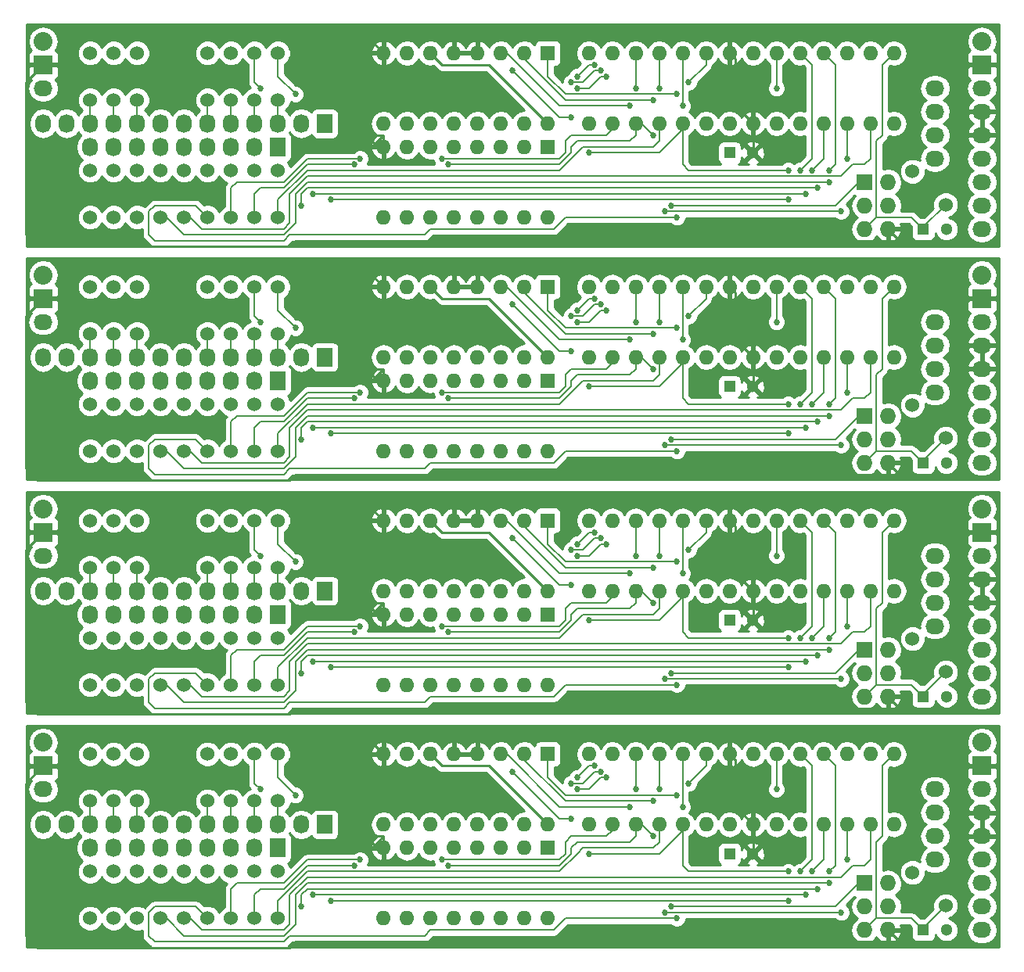
<source format=gbr>
G04 #@! TF.FileFunction,Copper,L1,Top,Signal*
%FSLAX46Y46*%
G04 Gerber Fmt 4.6, Leading zero omitted, Abs format (unit mm)*
G04 Created by KiCad (PCBNEW 4.0.4-stable) date 02/23/17 17:34:35*
%MOMM*%
%LPD*%
G01*
G04 APERTURE LIST*
%ADD10C,0.100000*%
%ADD11O,2.032000X1.727200*%
%ADD12R,1.600000X1.600000*%
%ADD13O,1.600000X1.600000*%
%ADD14R,2.032000X2.032000*%
%ADD15O,2.032000X2.032000*%
%ADD16C,1.524000*%
%ADD17R,1.727200X2.032000*%
%ADD18O,1.727200X2.032000*%
%ADD19R,1.727200X1.727200*%
%ADD20O,1.727200X1.727200*%
%ADD21R,1.300000X1.300000*%
%ADD22C,1.300000*%
%ADD23C,0.685800*%
%ADD24C,0.254000*%
%ADD25C,0.152400*%
G04 APERTURE END LIST*
D10*
D11*
X57805000Y-59960000D03*
X159405000Y-59960000D03*
X154325000Y-67580000D03*
X154325000Y-65040000D03*
X154325000Y-62500000D03*
X154325000Y-59960000D03*
D12*
X112415000Y-66310000D03*
D13*
X94635000Y-73930000D03*
X109875000Y-66310000D03*
X97175000Y-73930000D03*
X107335000Y-66310000D03*
X99715000Y-73930000D03*
X104795000Y-66310000D03*
X102255000Y-73930000D03*
X102255000Y-66310000D03*
X104795000Y-73930000D03*
X99715000Y-66310000D03*
X107335000Y-73930000D03*
X97175000Y-66310000D03*
X109875000Y-73930000D03*
X94635000Y-66310000D03*
X112415000Y-73930000D03*
D12*
X112415000Y-56150000D03*
D13*
X94635000Y-63770000D03*
X109875000Y-56150000D03*
X97175000Y-63770000D03*
X107335000Y-56150000D03*
X99715000Y-63770000D03*
X104795000Y-56150000D03*
X102255000Y-63770000D03*
X102255000Y-56150000D03*
X104795000Y-63770000D03*
X99715000Y-56150000D03*
X107335000Y-63770000D03*
X97175000Y-56150000D03*
X109875000Y-63770000D03*
X94635000Y-56150000D03*
X112415000Y-63770000D03*
D14*
X57805000Y-57420000D03*
D15*
X57805000Y-54880000D03*
D14*
X159405000Y-57420000D03*
D15*
X159405000Y-54880000D03*
D11*
X159405000Y-62500000D03*
X159405000Y-65040000D03*
X159405000Y-67580000D03*
X159405000Y-70120000D03*
X159405000Y-72660000D03*
X159405000Y-75200000D03*
D16*
X155486051Y-72551051D03*
X151893949Y-68958949D03*
X62885000Y-61230000D03*
X62885000Y-56150000D03*
X65425000Y-61230000D03*
X65425000Y-56150000D03*
X67965000Y-61230000D03*
X67965000Y-56150000D03*
X75585000Y-61230000D03*
X75585000Y-56150000D03*
X78125000Y-61230000D03*
X78125000Y-56150000D03*
X80665000Y-61230000D03*
X80665000Y-56150000D03*
X83205000Y-61230000D03*
X83205000Y-56150000D03*
X62885000Y-68850000D03*
X62885000Y-73930000D03*
X65425000Y-68850000D03*
X65425000Y-73930000D03*
X67965000Y-68850000D03*
X67965000Y-73930000D03*
X70505000Y-68850000D03*
X70505000Y-73930000D03*
X73045000Y-68850000D03*
X73045000Y-73930000D03*
X75585000Y-68850000D03*
X75585000Y-73930000D03*
X78125000Y-68850000D03*
X78125000Y-73930000D03*
X80665000Y-68850000D03*
X80665000Y-73930000D03*
X83205000Y-68850000D03*
X83205000Y-73930000D03*
D17*
X83205000Y-66310000D03*
D18*
X80665000Y-66310000D03*
X78125000Y-66310000D03*
X75585000Y-66310000D03*
X73045000Y-66310000D03*
X70505000Y-66310000D03*
X67965000Y-66310000D03*
X65425000Y-66310000D03*
X62885000Y-66310000D03*
D17*
X88285000Y-63770000D03*
D18*
X85745000Y-63770000D03*
X83205000Y-63770000D03*
X80665000Y-63770000D03*
X78125000Y-63770000D03*
X75585000Y-63770000D03*
X73045000Y-63770000D03*
X70505000Y-63770000D03*
X67965000Y-63770000D03*
X65425000Y-63770000D03*
X62885000Y-63770000D03*
X60345000Y-63770000D03*
X57805000Y-63770000D03*
D19*
X146705000Y-70120000D03*
D20*
X149245000Y-70120000D03*
X149245000Y-72660000D03*
X146705000Y-72660000D03*
X149245000Y-75200000D03*
X146705000Y-75200000D03*
D21*
X153055000Y-75200000D03*
D22*
X155555000Y-75200000D03*
D13*
X149880000Y-56150000D03*
X147340000Y-56150000D03*
X144800000Y-56150000D03*
X142260000Y-56150000D03*
X139720000Y-56150000D03*
X137180000Y-56150000D03*
X134640000Y-56150000D03*
X132100000Y-56150000D03*
X129560000Y-56150000D03*
X127020000Y-56150000D03*
X124480000Y-56150000D03*
X121940000Y-56150000D03*
X119400000Y-56150000D03*
X116860000Y-56150000D03*
X116860000Y-63770000D03*
X119400000Y-63770000D03*
X121940000Y-63770000D03*
X124480000Y-63770000D03*
X127020000Y-63770000D03*
X129560000Y-63770000D03*
X132100000Y-63770000D03*
X134640000Y-63770000D03*
X137180000Y-63770000D03*
X139720000Y-63770000D03*
X142260000Y-63770000D03*
X144800000Y-63770000D03*
X147340000Y-63770000D03*
X149880000Y-63770000D03*
D21*
X132100000Y-66945000D03*
D22*
X134600000Y-66945000D03*
D21*
X132100000Y-41645000D03*
D22*
X134600000Y-41645000D03*
D13*
X149880000Y-30850000D03*
X147340000Y-30850000D03*
X144800000Y-30850000D03*
X142260000Y-30850000D03*
X139720000Y-30850000D03*
X137180000Y-30850000D03*
X134640000Y-30850000D03*
X132100000Y-30850000D03*
X129560000Y-30850000D03*
X127020000Y-30850000D03*
X124480000Y-30850000D03*
X121940000Y-30850000D03*
X119400000Y-30850000D03*
X116860000Y-30850000D03*
X116860000Y-38470000D03*
X119400000Y-38470000D03*
X121940000Y-38470000D03*
X124480000Y-38470000D03*
X127020000Y-38470000D03*
X129560000Y-38470000D03*
X132100000Y-38470000D03*
X134640000Y-38470000D03*
X137180000Y-38470000D03*
X139720000Y-38470000D03*
X142260000Y-38470000D03*
X144800000Y-38470000D03*
X147340000Y-38470000D03*
X149880000Y-38470000D03*
D21*
X153055000Y-49900000D03*
D22*
X155555000Y-49900000D03*
D19*
X146705000Y-44820000D03*
D20*
X149245000Y-44820000D03*
X149245000Y-47360000D03*
X146705000Y-47360000D03*
X149245000Y-49900000D03*
X146705000Y-49900000D03*
D17*
X88285000Y-38470000D03*
D18*
X85745000Y-38470000D03*
X83205000Y-38470000D03*
X80665000Y-38470000D03*
X78125000Y-38470000D03*
X75585000Y-38470000D03*
X73045000Y-38470000D03*
X70505000Y-38470000D03*
X67965000Y-38470000D03*
X65425000Y-38470000D03*
X62885000Y-38470000D03*
X60345000Y-38470000D03*
X57805000Y-38470000D03*
D17*
X83205000Y-41010000D03*
D18*
X80665000Y-41010000D03*
X78125000Y-41010000D03*
X75585000Y-41010000D03*
X73045000Y-41010000D03*
X70505000Y-41010000D03*
X67965000Y-41010000D03*
X65425000Y-41010000D03*
X62885000Y-41010000D03*
D16*
X83205000Y-43550000D03*
X83205000Y-48630000D03*
X80665000Y-43550000D03*
X80665000Y-48630000D03*
X78125000Y-43550000D03*
X78125000Y-48630000D03*
X75585000Y-43550000D03*
X75585000Y-48630000D03*
X73045000Y-43550000D03*
X73045000Y-48630000D03*
X70505000Y-43550000D03*
X70505000Y-48630000D03*
X67965000Y-43550000D03*
X67965000Y-48630000D03*
X65425000Y-43550000D03*
X65425000Y-48630000D03*
X62885000Y-43550000D03*
X62885000Y-48630000D03*
X83205000Y-35930000D03*
X83205000Y-30850000D03*
X80665000Y-35930000D03*
X80665000Y-30850000D03*
X78125000Y-35930000D03*
X78125000Y-30850000D03*
X75585000Y-35930000D03*
X75585000Y-30850000D03*
X67965000Y-35930000D03*
X67965000Y-30850000D03*
X65425000Y-35930000D03*
X65425000Y-30850000D03*
X62885000Y-35930000D03*
X62885000Y-30850000D03*
X155486051Y-47251051D03*
X151893949Y-43658949D03*
D11*
X159405000Y-37200000D03*
X159405000Y-39740000D03*
X159405000Y-42280000D03*
X159405000Y-44820000D03*
X159405000Y-47360000D03*
X159405000Y-49900000D03*
D14*
X159405000Y-32120000D03*
D15*
X159405000Y-29580000D03*
D14*
X57805000Y-32120000D03*
D15*
X57805000Y-29580000D03*
D12*
X112415000Y-30850000D03*
D13*
X94635000Y-38470000D03*
X109875000Y-30850000D03*
X97175000Y-38470000D03*
X107335000Y-30850000D03*
X99715000Y-38470000D03*
X104795000Y-30850000D03*
X102255000Y-38470000D03*
X102255000Y-30850000D03*
X104795000Y-38470000D03*
X99715000Y-30850000D03*
X107335000Y-38470000D03*
X97175000Y-30850000D03*
X109875000Y-38470000D03*
X94635000Y-30850000D03*
X112415000Y-38470000D03*
D12*
X112415000Y-41010000D03*
D13*
X94635000Y-48630000D03*
X109875000Y-41010000D03*
X97175000Y-48630000D03*
X107335000Y-41010000D03*
X99715000Y-48630000D03*
X104795000Y-41010000D03*
X102255000Y-48630000D03*
X102255000Y-41010000D03*
X104795000Y-48630000D03*
X99715000Y-41010000D03*
X107335000Y-48630000D03*
X97175000Y-41010000D03*
X109875000Y-48630000D03*
X94635000Y-41010000D03*
X112415000Y-48630000D03*
D11*
X154325000Y-42280000D03*
X154325000Y-39740000D03*
X154325000Y-37200000D03*
X154325000Y-34660000D03*
X159405000Y-34660000D03*
X57805000Y-34660000D03*
X57805000Y-85260000D03*
X159405000Y-85260000D03*
X154325000Y-92880000D03*
X154325000Y-90340000D03*
X154325000Y-87800000D03*
X154325000Y-85260000D03*
D12*
X112415000Y-91610000D03*
D13*
X94635000Y-99230000D03*
X109875000Y-91610000D03*
X97175000Y-99230000D03*
X107335000Y-91610000D03*
X99715000Y-99230000D03*
X104795000Y-91610000D03*
X102255000Y-99230000D03*
X102255000Y-91610000D03*
X104795000Y-99230000D03*
X99715000Y-91610000D03*
X107335000Y-99230000D03*
X97175000Y-91610000D03*
X109875000Y-99230000D03*
X94635000Y-91610000D03*
X112415000Y-99230000D03*
D12*
X112415000Y-81450000D03*
D13*
X94635000Y-89070000D03*
X109875000Y-81450000D03*
X97175000Y-89070000D03*
X107335000Y-81450000D03*
X99715000Y-89070000D03*
X104795000Y-81450000D03*
X102255000Y-89070000D03*
X102255000Y-81450000D03*
X104795000Y-89070000D03*
X99715000Y-81450000D03*
X107335000Y-89070000D03*
X97175000Y-81450000D03*
X109875000Y-89070000D03*
X94635000Y-81450000D03*
X112415000Y-89070000D03*
D14*
X57805000Y-82720000D03*
D15*
X57805000Y-80180000D03*
D14*
X159405000Y-82720000D03*
D15*
X159405000Y-80180000D03*
D11*
X159405000Y-87800000D03*
X159405000Y-90340000D03*
X159405000Y-92880000D03*
X159405000Y-95420000D03*
X159405000Y-97960000D03*
X159405000Y-100500000D03*
D16*
X155486051Y-97851051D03*
X151893949Y-94258949D03*
X62885000Y-86530000D03*
X62885000Y-81450000D03*
X65425000Y-86530000D03*
X65425000Y-81450000D03*
X67965000Y-86530000D03*
X67965000Y-81450000D03*
X75585000Y-86530000D03*
X75585000Y-81450000D03*
X78125000Y-86530000D03*
X78125000Y-81450000D03*
X80665000Y-86530000D03*
X80665000Y-81450000D03*
X83205000Y-86530000D03*
X83205000Y-81450000D03*
X62885000Y-94150000D03*
X62885000Y-99230000D03*
X65425000Y-94150000D03*
X65425000Y-99230000D03*
X67965000Y-94150000D03*
X67965000Y-99230000D03*
X70505000Y-94150000D03*
X70505000Y-99230000D03*
X73045000Y-94150000D03*
X73045000Y-99230000D03*
X75585000Y-94150000D03*
X75585000Y-99230000D03*
X78125000Y-94150000D03*
X78125000Y-99230000D03*
X80665000Y-94150000D03*
X80665000Y-99230000D03*
X83205000Y-94150000D03*
X83205000Y-99230000D03*
D17*
X83205000Y-91610000D03*
D18*
X80665000Y-91610000D03*
X78125000Y-91610000D03*
X75585000Y-91610000D03*
X73045000Y-91610000D03*
X70505000Y-91610000D03*
X67965000Y-91610000D03*
X65425000Y-91610000D03*
X62885000Y-91610000D03*
D17*
X88285000Y-89070000D03*
D18*
X85745000Y-89070000D03*
X83205000Y-89070000D03*
X80665000Y-89070000D03*
X78125000Y-89070000D03*
X75585000Y-89070000D03*
X73045000Y-89070000D03*
X70505000Y-89070000D03*
X67965000Y-89070000D03*
X65425000Y-89070000D03*
X62885000Y-89070000D03*
X60345000Y-89070000D03*
X57805000Y-89070000D03*
D19*
X146705000Y-95420000D03*
D20*
X149245000Y-95420000D03*
X149245000Y-97960000D03*
X146705000Y-97960000D03*
X149245000Y-100500000D03*
X146705000Y-100500000D03*
D21*
X153055000Y-100500000D03*
D22*
X155555000Y-100500000D03*
D13*
X149880000Y-81450000D03*
X147340000Y-81450000D03*
X144800000Y-81450000D03*
X142260000Y-81450000D03*
X139720000Y-81450000D03*
X137180000Y-81450000D03*
X134640000Y-81450000D03*
X132100000Y-81450000D03*
X129560000Y-81450000D03*
X127020000Y-81450000D03*
X124480000Y-81450000D03*
X121940000Y-81450000D03*
X119400000Y-81450000D03*
X116860000Y-81450000D03*
X116860000Y-89070000D03*
X119400000Y-89070000D03*
X121940000Y-89070000D03*
X124480000Y-89070000D03*
X127020000Y-89070000D03*
X129560000Y-89070000D03*
X132100000Y-89070000D03*
X134640000Y-89070000D03*
X137180000Y-89070000D03*
X139720000Y-89070000D03*
X142260000Y-89070000D03*
X144800000Y-89070000D03*
X147340000Y-89070000D03*
X149880000Y-89070000D03*
D21*
X132100000Y-92245000D03*
D22*
X134600000Y-92245000D03*
D21*
X132100000Y-117545000D03*
D22*
X134600000Y-117545000D03*
D13*
X149880000Y-106750000D03*
X147340000Y-106750000D03*
X144800000Y-106750000D03*
X142260000Y-106750000D03*
X139720000Y-106750000D03*
X137180000Y-106750000D03*
X134640000Y-106750000D03*
X132100000Y-106750000D03*
X129560000Y-106750000D03*
X127020000Y-106750000D03*
X124480000Y-106750000D03*
X121940000Y-106750000D03*
X119400000Y-106750000D03*
X116860000Y-106750000D03*
X116860000Y-114370000D03*
X119400000Y-114370000D03*
X121940000Y-114370000D03*
X124480000Y-114370000D03*
X127020000Y-114370000D03*
X129560000Y-114370000D03*
X132100000Y-114370000D03*
X134640000Y-114370000D03*
X137180000Y-114370000D03*
X139720000Y-114370000D03*
X142260000Y-114370000D03*
X144800000Y-114370000D03*
X147340000Y-114370000D03*
X149880000Y-114370000D03*
D21*
X153055000Y-125800000D03*
D22*
X155555000Y-125800000D03*
D19*
X146705000Y-120720000D03*
D20*
X149245000Y-120720000D03*
X149245000Y-123260000D03*
X146705000Y-123260000D03*
X149245000Y-125800000D03*
X146705000Y-125800000D03*
D17*
X88285000Y-114370000D03*
D18*
X85745000Y-114370000D03*
X83205000Y-114370000D03*
X80665000Y-114370000D03*
X78125000Y-114370000D03*
X75585000Y-114370000D03*
X73045000Y-114370000D03*
X70505000Y-114370000D03*
X67965000Y-114370000D03*
X65425000Y-114370000D03*
X62885000Y-114370000D03*
X60345000Y-114370000D03*
X57805000Y-114370000D03*
D17*
X83205000Y-116910000D03*
D18*
X80665000Y-116910000D03*
X78125000Y-116910000D03*
X75585000Y-116910000D03*
X73045000Y-116910000D03*
X70505000Y-116910000D03*
X67965000Y-116910000D03*
X65425000Y-116910000D03*
X62885000Y-116910000D03*
D16*
X83205000Y-119450000D03*
X83205000Y-124530000D03*
X80665000Y-119450000D03*
X80665000Y-124530000D03*
X78125000Y-119450000D03*
X78125000Y-124530000D03*
X75585000Y-119450000D03*
X75585000Y-124530000D03*
X73045000Y-119450000D03*
X73045000Y-124530000D03*
X70505000Y-119450000D03*
X70505000Y-124530000D03*
X67965000Y-119450000D03*
X67965000Y-124530000D03*
X65425000Y-119450000D03*
X65425000Y-124530000D03*
X62885000Y-119450000D03*
X62885000Y-124530000D03*
X83205000Y-111830000D03*
X83205000Y-106750000D03*
X80665000Y-111830000D03*
X80665000Y-106750000D03*
X78125000Y-111830000D03*
X78125000Y-106750000D03*
X75585000Y-111830000D03*
X75585000Y-106750000D03*
X67965000Y-111830000D03*
X67965000Y-106750000D03*
X65425000Y-111830000D03*
X65425000Y-106750000D03*
X62885000Y-111830000D03*
X62885000Y-106750000D03*
X155486051Y-123151051D03*
X151893949Y-119558949D03*
D11*
X159405000Y-113100000D03*
X159405000Y-115640000D03*
X159405000Y-118180000D03*
X159405000Y-120720000D03*
X159405000Y-123260000D03*
X159405000Y-125800000D03*
D14*
X159405000Y-108020000D03*
D15*
X159405000Y-105480000D03*
D14*
X57805000Y-108020000D03*
D15*
X57805000Y-105480000D03*
D12*
X112415000Y-106750000D03*
D13*
X94635000Y-114370000D03*
X109875000Y-106750000D03*
X97175000Y-114370000D03*
X107335000Y-106750000D03*
X99715000Y-114370000D03*
X104795000Y-106750000D03*
X102255000Y-114370000D03*
X102255000Y-106750000D03*
X104795000Y-114370000D03*
X99715000Y-106750000D03*
X107335000Y-114370000D03*
X97175000Y-106750000D03*
X109875000Y-114370000D03*
X94635000Y-106750000D03*
X112415000Y-114370000D03*
D12*
X112415000Y-116910000D03*
D13*
X94635000Y-124530000D03*
X109875000Y-116910000D03*
X97175000Y-124530000D03*
X107335000Y-116910000D03*
X99715000Y-124530000D03*
X104795000Y-116910000D03*
X102255000Y-124530000D03*
X102255000Y-116910000D03*
X104795000Y-124530000D03*
X99715000Y-116910000D03*
X107335000Y-124530000D03*
X97175000Y-116910000D03*
X109875000Y-124530000D03*
X94635000Y-116910000D03*
X112415000Y-124530000D03*
D11*
X154325000Y-118180000D03*
X154325000Y-115640000D03*
X154325000Y-113100000D03*
X154325000Y-110560000D03*
X159405000Y-110560000D03*
X57805000Y-110560000D03*
D23*
X141625000Y-45455000D03*
X142895000Y-43550000D03*
X85745000Y-47360000D03*
X142895000Y-68850000D03*
X141625000Y-70755000D03*
X85745000Y-72660000D03*
X85745000Y-123260000D03*
X141625000Y-121355000D03*
X142895000Y-119450000D03*
X85745000Y-97960000D03*
X142895000Y-94150000D03*
X141625000Y-96055000D03*
X139720000Y-68850000D03*
X138450000Y-72025000D03*
X88920000Y-72025000D03*
X88920000Y-46725000D03*
X138450000Y-46725000D03*
X139720000Y-43550000D03*
X139720000Y-94150000D03*
X138450000Y-97325000D03*
X88920000Y-97325000D03*
X88920000Y-122625000D03*
X138450000Y-122625000D03*
X139720000Y-119450000D03*
X127655000Y-59325000D03*
X81300000Y-59960000D03*
X81300000Y-34660000D03*
X127655000Y-34025000D03*
X127655000Y-84625000D03*
X81300000Y-85260000D03*
X81300000Y-110560000D03*
X127655000Y-109925000D03*
X126385000Y-48630000D03*
X127020000Y-36565000D03*
X126385000Y-73930000D03*
X127020000Y-61865000D03*
X127020000Y-112465000D03*
X126385000Y-124530000D03*
X127020000Y-87165000D03*
X126385000Y-99230000D03*
X114955000Y-63135000D03*
X108605000Y-58055000D03*
X108605000Y-32755000D03*
X114955000Y-37835000D03*
X114955000Y-88435000D03*
X108605000Y-83355000D03*
X108605000Y-108655000D03*
X114955000Y-113735000D03*
X92095000Y-42280000D03*
X100985000Y-67580000D03*
X92095000Y-67580000D03*
X100985000Y-42280000D03*
X100985000Y-92880000D03*
X92095000Y-118180000D03*
X100985000Y-118180000D03*
X92095000Y-92880000D03*
X123845000Y-39740000D03*
X125115000Y-47995000D03*
X144165000Y-73295000D03*
X123845000Y-65040000D03*
X125115000Y-73295000D03*
X91460000Y-68215000D03*
X101620000Y-68215000D03*
X144165000Y-47995000D03*
X101620000Y-42915000D03*
X91460000Y-42915000D03*
X91460000Y-93515000D03*
X101620000Y-93515000D03*
X144165000Y-98595000D03*
X101620000Y-118815000D03*
X91460000Y-118815000D03*
X125115000Y-123895000D03*
X123845000Y-115640000D03*
X144165000Y-123895000D03*
X125115000Y-98595000D03*
X123845000Y-90340000D03*
X125750000Y-72660000D03*
X125750000Y-47360000D03*
X125750000Y-97960000D03*
X125750000Y-123260000D03*
X116860000Y-41645000D03*
X138450000Y-68850000D03*
X116860000Y-66945000D03*
X85110000Y-60595000D03*
X138450000Y-43550000D03*
X85110000Y-35295000D03*
X85110000Y-85895000D03*
X138450000Y-94150000D03*
X85110000Y-111195000D03*
X116860000Y-117545000D03*
X138450000Y-119450000D03*
X116860000Y-92245000D03*
X114955000Y-59325000D03*
X118130000Y-58055000D03*
X118130000Y-32755000D03*
X114955000Y-34025000D03*
X114955000Y-84625000D03*
X118130000Y-83355000D03*
X118130000Y-108655000D03*
X114955000Y-109925000D03*
X115590000Y-59960000D03*
X118765000Y-58690000D03*
X118765000Y-33390000D03*
X115590000Y-34660000D03*
X115590000Y-85260000D03*
X118765000Y-83990000D03*
X118765000Y-109290000D03*
X115590000Y-110560000D03*
X87015000Y-71390000D03*
X140355000Y-71390000D03*
X140990000Y-68850000D03*
X140990000Y-43550000D03*
X140355000Y-46090000D03*
X87015000Y-46090000D03*
X87015000Y-96690000D03*
X140355000Y-96690000D03*
X140990000Y-94150000D03*
X140990000Y-119450000D03*
X140355000Y-121990000D03*
X87015000Y-121990000D03*
X144800000Y-67580000D03*
X142895000Y-70120000D03*
X142895000Y-44820000D03*
X144800000Y-42280000D03*
X144800000Y-92880000D03*
X142895000Y-95420000D03*
X142895000Y-120720000D03*
X144800000Y-118180000D03*
X117495000Y-57420000D03*
X115590000Y-58690000D03*
X115590000Y-33390000D03*
X117495000Y-32120000D03*
X117495000Y-82720000D03*
X115590000Y-83990000D03*
X115590000Y-109290000D03*
X117495000Y-108020000D03*
X126385000Y-60595000D03*
X137180000Y-59960000D03*
X137180000Y-34660000D03*
X126385000Y-35295000D03*
X126385000Y-85895000D03*
X137180000Y-85260000D03*
X137180000Y-110560000D03*
X126385000Y-111195000D03*
X124480000Y-59960000D03*
X123845000Y-61230000D03*
X123845000Y-35930000D03*
X124480000Y-34660000D03*
X124480000Y-85260000D03*
X123845000Y-86530000D03*
X123845000Y-111830000D03*
X124480000Y-110560000D03*
X121940000Y-59960000D03*
X121305000Y-61865000D03*
X121305000Y-36565000D03*
X121940000Y-34660000D03*
X121940000Y-85260000D03*
X121305000Y-87165000D03*
X121305000Y-112465000D03*
X121940000Y-110560000D03*
D24*
X134640000Y-38470000D02*
X134640000Y-41605000D01*
X134640000Y-41605000D02*
X134600000Y-41645000D01*
X94635000Y-39740000D02*
X92730000Y-39740000D01*
X93365000Y-40375000D02*
X92730000Y-39740000D01*
X92730000Y-39740000D02*
X92730000Y-30850000D01*
X94635000Y-39740000D02*
X93682500Y-40692500D01*
X159405000Y-37200000D02*
X159405000Y-39740000D01*
X93682500Y-40692500D02*
X93365000Y-40375000D01*
X132100000Y-54880000D02*
X132735000Y-54245000D01*
X132735000Y-54245000D02*
X156230000Y-54245000D01*
X156230000Y-54245000D02*
X157500000Y-55515000D01*
X157500000Y-55515000D02*
X157500000Y-56785000D01*
X157500000Y-56785000D02*
X158135000Y-57420000D01*
X158135000Y-57420000D02*
X159405000Y-57420000D01*
X106065000Y-54245000D02*
X105430000Y-54245000D01*
X131465000Y-54245000D02*
X106065000Y-54245000D01*
X105430000Y-54245000D02*
X104795000Y-54880000D01*
X104795000Y-54880000D02*
X104795000Y-56150000D01*
X132100000Y-54880000D02*
X131465000Y-54245000D01*
X132100000Y-56150000D02*
X132100000Y-54880000D01*
X102890000Y-54245000D02*
X102255000Y-54880000D01*
X104160000Y-54245000D02*
X102890000Y-54245000D01*
X102255000Y-54880000D02*
X102255000Y-56150000D01*
X104795000Y-54880000D02*
X104160000Y-54245000D01*
X106065000Y-54245000D02*
X104160000Y-54245000D01*
X59710000Y-57420000D02*
X57805000Y-57420000D01*
X62885000Y-54245000D02*
X59710000Y-57420000D01*
X92730000Y-54245000D02*
X62885000Y-54245000D01*
X93365000Y-54245000D02*
X92730000Y-54245000D01*
X94635000Y-54245000D02*
X93365000Y-54245000D01*
X101620000Y-54245000D02*
X94635000Y-54245000D01*
X102890000Y-54245000D02*
X101620000Y-54245000D01*
X157500000Y-58055000D02*
X157500000Y-56785000D01*
X157500000Y-61230000D02*
X157500000Y-58055000D01*
X158135000Y-62500000D02*
X157500000Y-61865000D01*
X157500000Y-61865000D02*
X157500000Y-61230000D01*
X159405000Y-62500000D02*
X158135000Y-62500000D01*
X92730000Y-56150000D02*
X92730000Y-54245000D01*
X92730000Y-65040000D02*
X92730000Y-56150000D01*
X93365000Y-65675000D02*
X92730000Y-65040000D01*
X94000000Y-66310000D02*
X93365000Y-65675000D01*
X94635000Y-66310000D02*
X94000000Y-66310000D01*
X158135000Y-62500000D02*
X159405000Y-62500000D01*
X150515000Y-76470000D02*
X156865000Y-76470000D01*
X156865000Y-76470000D02*
X157500000Y-75835000D01*
X157500000Y-75835000D02*
X157500000Y-63135000D01*
X157500000Y-63135000D02*
X158135000Y-62500000D01*
X149245000Y-75200000D02*
X150515000Y-76470000D01*
X157500000Y-63135000D02*
X157500000Y-61230000D01*
X157500000Y-58055000D02*
X158135000Y-57420000D01*
X92730000Y-54245000D02*
X93365000Y-54245000D01*
X94635000Y-56150000D02*
X92730000Y-54245000D01*
X94635000Y-56150000D02*
X94635000Y-54245000D01*
X94635000Y-56150000D02*
X92730000Y-56150000D01*
X102255000Y-54880000D02*
X101620000Y-54245000D01*
X132735000Y-61865000D02*
X132735000Y-56785000D01*
X132735000Y-56785000D02*
X132100000Y-56150000D01*
X134640000Y-63770000D02*
X132735000Y-61865000D01*
X85110000Y-76470000D02*
X84475000Y-77105000D01*
X84475000Y-77105000D02*
X57170000Y-77105000D01*
X57170000Y-77105000D02*
X55900000Y-75835000D01*
X55900000Y-75835000D02*
X55900000Y-59325000D01*
X55900000Y-59325000D02*
X57805000Y-57420000D01*
X150515000Y-76470000D02*
X85110000Y-76470000D01*
X94635000Y-65040000D02*
X92730000Y-65040000D01*
X93682500Y-65992500D02*
X93365000Y-65675000D01*
X94635000Y-65040000D02*
X93682500Y-65992500D01*
X94635000Y-65040000D02*
X94635000Y-66310000D01*
X159405000Y-62500000D02*
X159405000Y-65040000D01*
X134640000Y-66905000D02*
X134600000Y-66945000D01*
X134640000Y-63770000D02*
X134640000Y-66905000D01*
X94635000Y-39740000D02*
X94635000Y-41010000D01*
X150515000Y-51170000D02*
X85110000Y-51170000D01*
X55900000Y-34025000D02*
X57805000Y-32120000D01*
X55900000Y-50535000D02*
X55900000Y-34025000D01*
X57170000Y-51805000D02*
X55900000Y-50535000D01*
X84475000Y-51805000D02*
X57170000Y-51805000D01*
X85110000Y-51170000D02*
X84475000Y-51805000D01*
X134640000Y-38470000D02*
X132735000Y-36565000D01*
X132735000Y-31485000D02*
X132100000Y-30850000D01*
X132735000Y-36565000D02*
X132735000Y-31485000D01*
X102255000Y-29580000D02*
X101620000Y-28945000D01*
X94635000Y-30850000D02*
X92730000Y-30850000D01*
X94635000Y-30850000D02*
X94635000Y-28945000D01*
X94635000Y-30850000D02*
X92730000Y-28945000D01*
X92730000Y-28945000D02*
X93365000Y-28945000D01*
X157500000Y-32755000D02*
X158135000Y-32120000D01*
X157500000Y-37835000D02*
X157500000Y-35930000D01*
X149245000Y-49900000D02*
X150515000Y-51170000D01*
X157500000Y-37835000D02*
X158135000Y-37200000D01*
X157500000Y-50535000D02*
X157500000Y-37835000D01*
X156865000Y-51170000D02*
X157500000Y-50535000D01*
X150515000Y-51170000D02*
X156865000Y-51170000D01*
X158135000Y-37200000D02*
X159405000Y-37200000D01*
X94635000Y-41010000D02*
X94000000Y-41010000D01*
X94000000Y-41010000D02*
X93365000Y-40375000D01*
X92730000Y-30850000D02*
X92730000Y-28945000D01*
X159405000Y-37200000D02*
X158135000Y-37200000D01*
X157500000Y-36565000D02*
X157500000Y-35930000D01*
X158135000Y-37200000D02*
X157500000Y-36565000D01*
X157500000Y-35930000D02*
X157500000Y-32755000D01*
X157500000Y-32755000D02*
X157500000Y-31485000D01*
X102890000Y-28945000D02*
X101620000Y-28945000D01*
X101620000Y-28945000D02*
X94635000Y-28945000D01*
X94635000Y-28945000D02*
X93365000Y-28945000D01*
X93365000Y-28945000D02*
X92730000Y-28945000D01*
X92730000Y-28945000D02*
X62885000Y-28945000D01*
X62885000Y-28945000D02*
X59710000Y-32120000D01*
X59710000Y-32120000D02*
X57805000Y-32120000D01*
X106065000Y-28945000D02*
X104160000Y-28945000D01*
X104795000Y-29580000D02*
X104160000Y-28945000D01*
X102255000Y-29580000D02*
X102255000Y-30850000D01*
X104160000Y-28945000D02*
X102890000Y-28945000D01*
X102890000Y-28945000D02*
X102255000Y-29580000D01*
X132100000Y-30850000D02*
X132100000Y-29580000D01*
X132100000Y-29580000D02*
X131465000Y-28945000D01*
X104795000Y-29580000D02*
X104795000Y-30850000D01*
X105430000Y-28945000D02*
X104795000Y-29580000D01*
X131465000Y-28945000D02*
X106065000Y-28945000D01*
X106065000Y-28945000D02*
X105430000Y-28945000D01*
X158135000Y-32120000D02*
X159405000Y-32120000D01*
X157500000Y-31485000D02*
X158135000Y-32120000D01*
X157500000Y-30215000D02*
X157500000Y-31485000D01*
X156230000Y-28945000D02*
X157500000Y-30215000D01*
X132735000Y-28945000D02*
X156230000Y-28945000D01*
X132100000Y-29580000D02*
X132735000Y-28945000D01*
X132100000Y-80180000D02*
X132735000Y-79545000D01*
X132735000Y-79545000D02*
X156230000Y-79545000D01*
X156230000Y-79545000D02*
X157500000Y-80815000D01*
X157500000Y-80815000D02*
X157500000Y-82085000D01*
X157500000Y-82085000D02*
X158135000Y-82720000D01*
X158135000Y-82720000D02*
X159405000Y-82720000D01*
X106065000Y-79545000D02*
X105430000Y-79545000D01*
X131465000Y-79545000D02*
X106065000Y-79545000D01*
X105430000Y-79545000D02*
X104795000Y-80180000D01*
X104795000Y-80180000D02*
X104795000Y-81450000D01*
X132100000Y-80180000D02*
X131465000Y-79545000D01*
X132100000Y-81450000D02*
X132100000Y-80180000D01*
X102890000Y-79545000D02*
X102255000Y-80180000D01*
X104160000Y-79545000D02*
X102890000Y-79545000D01*
X102255000Y-80180000D02*
X102255000Y-81450000D01*
X104795000Y-80180000D02*
X104160000Y-79545000D01*
X106065000Y-79545000D02*
X104160000Y-79545000D01*
X59710000Y-82720000D02*
X57805000Y-82720000D01*
X62885000Y-79545000D02*
X59710000Y-82720000D01*
X92730000Y-79545000D02*
X62885000Y-79545000D01*
X93365000Y-79545000D02*
X92730000Y-79545000D01*
X94635000Y-79545000D02*
X93365000Y-79545000D01*
X101620000Y-79545000D02*
X94635000Y-79545000D01*
X102890000Y-79545000D02*
X101620000Y-79545000D01*
X157500000Y-83355000D02*
X157500000Y-82085000D01*
X157500000Y-86530000D02*
X157500000Y-83355000D01*
X158135000Y-87800000D02*
X157500000Y-87165000D01*
X157500000Y-87165000D02*
X157500000Y-86530000D01*
X159405000Y-87800000D02*
X158135000Y-87800000D01*
X92730000Y-81450000D02*
X92730000Y-79545000D01*
X94000000Y-91610000D02*
X93365000Y-90975000D01*
X94635000Y-91610000D02*
X94000000Y-91610000D01*
X158135000Y-87800000D02*
X159405000Y-87800000D01*
X150515000Y-101770000D02*
X156865000Y-101770000D01*
X156865000Y-101770000D02*
X157500000Y-101135000D01*
X157500000Y-101135000D02*
X157500000Y-88435000D01*
X157500000Y-88435000D02*
X158135000Y-87800000D01*
X149245000Y-100500000D02*
X150515000Y-101770000D01*
X157500000Y-88435000D02*
X157500000Y-86530000D01*
X157500000Y-83355000D02*
X158135000Y-82720000D01*
X92730000Y-79545000D02*
X93365000Y-79545000D01*
X94635000Y-81450000D02*
X92730000Y-79545000D01*
X94635000Y-81450000D02*
X94635000Y-79545000D01*
X94635000Y-81450000D02*
X92730000Y-81450000D01*
X102255000Y-80180000D02*
X101620000Y-79545000D01*
X132735000Y-87165000D02*
X132735000Y-82085000D01*
X132735000Y-82085000D02*
X132100000Y-81450000D01*
X134640000Y-89070000D02*
X132735000Y-87165000D01*
X85110000Y-101770000D02*
X84475000Y-102405000D01*
X84475000Y-102405000D02*
X57170000Y-102405000D01*
X57170000Y-102405000D02*
X55900000Y-101135000D01*
X55900000Y-101135000D02*
X55900000Y-84625000D01*
X55900000Y-84625000D02*
X57805000Y-82720000D01*
X150515000Y-101770000D02*
X85110000Y-101770000D01*
X94635000Y-90340000D02*
X94635000Y-91610000D01*
X134640000Y-114370000D02*
X134640000Y-117505000D01*
X134640000Y-117505000D02*
X134600000Y-117545000D01*
X159405000Y-113100000D02*
X159405000Y-115640000D01*
X94635000Y-115640000D02*
X94635000Y-116910000D01*
X94635000Y-115640000D02*
X93682500Y-116592500D01*
X93682500Y-116592500D02*
X93365000Y-116275000D01*
X94635000Y-115640000D02*
X92730000Y-115640000D01*
X150515000Y-127070000D02*
X85110000Y-127070000D01*
X55900000Y-109925000D02*
X57805000Y-108020000D01*
X55900000Y-126435000D02*
X55900000Y-109925000D01*
X57170000Y-127705000D02*
X55900000Y-126435000D01*
X84475000Y-127705000D02*
X57170000Y-127705000D01*
X85110000Y-127070000D02*
X84475000Y-127705000D01*
X134640000Y-114370000D02*
X132735000Y-112465000D01*
X132735000Y-107385000D02*
X132100000Y-106750000D01*
X132735000Y-112465000D02*
X132735000Y-107385000D01*
X102255000Y-105480000D02*
X101620000Y-104845000D01*
X94635000Y-106750000D02*
X92730000Y-106750000D01*
X94635000Y-106750000D02*
X94635000Y-104845000D01*
X94635000Y-106750000D02*
X92730000Y-104845000D01*
X92730000Y-104845000D02*
X93365000Y-104845000D01*
X157500000Y-108655000D02*
X158135000Y-108020000D01*
X157500000Y-113735000D02*
X157500000Y-111830000D01*
X149245000Y-125800000D02*
X150515000Y-127070000D01*
X157500000Y-113735000D02*
X158135000Y-113100000D01*
X157500000Y-126435000D02*
X157500000Y-113735000D01*
X156865000Y-127070000D02*
X157500000Y-126435000D01*
X150515000Y-127070000D02*
X156865000Y-127070000D01*
X158135000Y-113100000D02*
X159405000Y-113100000D01*
X94635000Y-116910000D02*
X94000000Y-116910000D01*
X94000000Y-116910000D02*
X93365000Y-116275000D01*
X93365000Y-116275000D02*
X92730000Y-115640000D01*
X92730000Y-115640000D02*
X92730000Y-106750000D01*
X92730000Y-106750000D02*
X92730000Y-104845000D01*
X159405000Y-113100000D02*
X158135000Y-113100000D01*
X157500000Y-112465000D02*
X157500000Y-111830000D01*
X158135000Y-113100000D02*
X157500000Y-112465000D01*
X157500000Y-111830000D02*
X157500000Y-108655000D01*
X157500000Y-108655000D02*
X157500000Y-107385000D01*
X102890000Y-104845000D02*
X101620000Y-104845000D01*
X101620000Y-104845000D02*
X94635000Y-104845000D01*
X94635000Y-104845000D02*
X93365000Y-104845000D01*
X93365000Y-104845000D02*
X92730000Y-104845000D01*
X92730000Y-104845000D02*
X62885000Y-104845000D01*
X62885000Y-104845000D02*
X59710000Y-108020000D01*
X59710000Y-108020000D02*
X57805000Y-108020000D01*
X106065000Y-104845000D02*
X104160000Y-104845000D01*
X104795000Y-105480000D02*
X104160000Y-104845000D01*
X102255000Y-105480000D02*
X102255000Y-106750000D01*
X104160000Y-104845000D02*
X102890000Y-104845000D01*
X102890000Y-104845000D02*
X102255000Y-105480000D01*
X132100000Y-106750000D02*
X132100000Y-105480000D01*
X132100000Y-105480000D02*
X131465000Y-104845000D01*
X104795000Y-105480000D02*
X104795000Y-106750000D01*
X105430000Y-104845000D02*
X104795000Y-105480000D01*
X131465000Y-104845000D02*
X106065000Y-104845000D01*
X106065000Y-104845000D02*
X105430000Y-104845000D01*
X158135000Y-108020000D02*
X159405000Y-108020000D01*
X157500000Y-107385000D02*
X158135000Y-108020000D01*
X157500000Y-106115000D02*
X157500000Y-107385000D01*
X156230000Y-104845000D02*
X157500000Y-106115000D01*
X132735000Y-104845000D02*
X156230000Y-104845000D01*
X132100000Y-105480000D02*
X132735000Y-104845000D01*
X93682500Y-91292500D02*
X93365000Y-90975000D01*
X159405000Y-87800000D02*
X159405000Y-90340000D01*
X94635000Y-90340000D02*
X93682500Y-91292500D01*
X92730000Y-90340000D02*
X92730000Y-81450000D01*
X93365000Y-90975000D02*
X92730000Y-90340000D01*
X94635000Y-90340000D02*
X92730000Y-90340000D01*
X134640000Y-92205000D02*
X134600000Y-92245000D01*
X134640000Y-89070000D02*
X134640000Y-92205000D01*
X106065000Y-57420000D02*
X112415000Y-63770000D01*
X100985000Y-57420000D02*
X106065000Y-57420000D01*
X99715000Y-56150000D02*
X100985000Y-57420000D01*
X99715000Y-30850000D02*
X100985000Y-32120000D01*
X100985000Y-32120000D02*
X106065000Y-32120000D01*
X106065000Y-32120000D02*
X112415000Y-38470000D01*
X106065000Y-82720000D02*
X112415000Y-89070000D01*
X100985000Y-82720000D02*
X106065000Y-82720000D01*
X99715000Y-81450000D02*
X100985000Y-82720000D01*
X99715000Y-106750000D02*
X100985000Y-108020000D01*
X100985000Y-108020000D02*
X106065000Y-108020000D01*
X106065000Y-108020000D02*
X112415000Y-114370000D01*
D25*
X149880000Y-30850000D02*
X148610000Y-32120000D01*
X148610000Y-32120000D02*
X148610000Y-39740000D01*
X148610000Y-39740000D02*
X147975000Y-40375000D01*
X147975000Y-48630000D02*
X151785000Y-48630000D01*
X147975000Y-40375000D02*
X147975000Y-48630000D01*
X148610000Y-57420000D02*
X148610000Y-65040000D01*
X148610000Y-65040000D02*
X147975000Y-65675000D01*
X147975000Y-65675000D02*
X147975000Y-73930000D01*
X149880000Y-56150000D02*
X148610000Y-57420000D01*
X151785000Y-73930000D02*
X153055000Y-75200000D01*
X147975000Y-73930000D02*
X151785000Y-73930000D01*
X146705000Y-75200000D02*
X147975000Y-73930000D01*
X153055000Y-74982102D02*
X155486051Y-72551051D01*
X153055000Y-75200000D02*
X153055000Y-74982102D01*
X153055000Y-49900000D02*
X153055000Y-49682102D01*
X153055000Y-49682102D02*
X155486051Y-47251051D01*
X146705000Y-49900000D02*
X147975000Y-48630000D01*
X151785000Y-48630000D02*
X153055000Y-49900000D01*
X151785000Y-99230000D02*
X153055000Y-100500000D01*
X146705000Y-100500000D02*
X147975000Y-99230000D01*
X153055000Y-100282102D02*
X155486051Y-97851051D01*
X153055000Y-100500000D02*
X153055000Y-100282102D01*
X153055000Y-125800000D02*
X153055000Y-125582102D01*
X153055000Y-125582102D02*
X155486051Y-123151051D01*
X146705000Y-125800000D02*
X147975000Y-124530000D01*
X147975000Y-124530000D02*
X151785000Y-124530000D01*
X151785000Y-124530000D02*
X153055000Y-125800000D01*
X149880000Y-106750000D02*
X148610000Y-108020000D01*
X147975000Y-116275000D02*
X147975000Y-124530000D01*
X148610000Y-115640000D02*
X147975000Y-116275000D01*
X148610000Y-108020000D02*
X148610000Y-115640000D01*
X147975000Y-90975000D02*
X147975000Y-99230000D01*
X147975000Y-99230000D02*
X151785000Y-99230000D01*
X148610000Y-90340000D02*
X147975000Y-90975000D01*
X148610000Y-82720000D02*
X148610000Y-90340000D01*
X149880000Y-81450000D02*
X148610000Y-82720000D01*
X85745000Y-46090000D02*
X86380000Y-45455000D01*
X86380000Y-45455000D02*
X141625000Y-45455000D01*
X142895000Y-43550000D02*
X143530000Y-42915000D01*
X143530000Y-42915000D02*
X143530000Y-32120000D01*
X85745000Y-47360000D02*
X85745000Y-46090000D01*
X143530000Y-57420000D02*
X142260000Y-56150000D01*
X143530000Y-68215000D02*
X143530000Y-57420000D01*
X142895000Y-68850000D02*
X143530000Y-68215000D01*
X86380000Y-70755000D02*
X141625000Y-70755000D01*
X85745000Y-71390000D02*
X86380000Y-70755000D01*
X85745000Y-72660000D02*
X85745000Y-71390000D01*
X143530000Y-32120000D02*
X142260000Y-30850000D01*
X143530000Y-82720000D02*
X142260000Y-81450000D01*
X85745000Y-123260000D02*
X85745000Y-121990000D01*
X85745000Y-121990000D02*
X86380000Y-121355000D01*
X86380000Y-121355000D02*
X141625000Y-121355000D01*
X142895000Y-119450000D02*
X143530000Y-118815000D01*
X143530000Y-118815000D02*
X143530000Y-108020000D01*
X143530000Y-108020000D02*
X142260000Y-106750000D01*
X85745000Y-97960000D02*
X85745000Y-96690000D01*
X143530000Y-93515000D02*
X143530000Y-82720000D01*
X142895000Y-94150000D02*
X143530000Y-93515000D01*
X86380000Y-96055000D02*
X141625000Y-96055000D01*
X85745000Y-96690000D02*
X86380000Y-96055000D01*
X140990000Y-57420000D02*
X139720000Y-56150000D01*
X140990000Y-67580000D02*
X140990000Y-57420000D01*
X139720000Y-68850000D02*
X140990000Y-67580000D01*
X88920000Y-72025000D02*
X138450000Y-72025000D01*
X88920000Y-46725000D02*
X138450000Y-46725000D01*
X139720000Y-43550000D02*
X140990000Y-42280000D01*
X140990000Y-42280000D02*
X140990000Y-32120000D01*
X140990000Y-32120000D02*
X139720000Y-30850000D01*
X140990000Y-82720000D02*
X139720000Y-81450000D01*
X140990000Y-92880000D02*
X140990000Y-82720000D01*
X139720000Y-94150000D02*
X140990000Y-92880000D01*
X88920000Y-97325000D02*
X138450000Y-97325000D01*
X88920000Y-122625000D02*
X138450000Y-122625000D01*
X139720000Y-119450000D02*
X140990000Y-118180000D01*
X140990000Y-118180000D02*
X140990000Y-108020000D01*
X140990000Y-108020000D02*
X139720000Y-106750000D01*
X129560000Y-57420000D02*
X127655000Y-59325000D01*
X81300000Y-59960000D02*
X80665000Y-59325000D01*
X80665000Y-59325000D02*
X80665000Y-56150000D01*
X129560000Y-56150000D02*
X129560000Y-57420000D01*
X80665000Y-34025000D02*
X80665000Y-30850000D01*
X129560000Y-30850000D02*
X129560000Y-32120000D01*
X81300000Y-34660000D02*
X80665000Y-34025000D01*
X129560000Y-32120000D02*
X127655000Y-34025000D01*
X129560000Y-82720000D02*
X127655000Y-84625000D01*
X81300000Y-85260000D02*
X80665000Y-84625000D01*
X129560000Y-81450000D02*
X129560000Y-82720000D01*
X80665000Y-84625000D02*
X80665000Y-81450000D01*
X129560000Y-106750000D02*
X129560000Y-108020000D01*
X80665000Y-109925000D02*
X80665000Y-106750000D01*
X81300000Y-110560000D02*
X80665000Y-109925000D01*
X129560000Y-108020000D02*
X127655000Y-109925000D01*
X114320000Y-48630000D02*
X126385000Y-48630000D01*
X113050000Y-49900000D02*
X114320000Y-48630000D01*
X99715000Y-49900000D02*
X113050000Y-49900000D01*
X99080000Y-50535000D02*
X99715000Y-49900000D01*
X74315000Y-72660000D02*
X69870000Y-72660000D01*
X69870000Y-72660000D02*
X69235000Y-73295000D01*
X69235000Y-73295000D02*
X69235000Y-75835000D01*
X69235000Y-75835000D02*
X69870000Y-76470000D01*
X69870000Y-76470000D02*
X83840000Y-76470000D01*
X83840000Y-76470000D02*
X84475000Y-75835000D01*
X84475000Y-75835000D02*
X99080000Y-75835000D01*
X99080000Y-75835000D02*
X99715000Y-75200000D01*
X99715000Y-75200000D02*
X113050000Y-75200000D01*
X113050000Y-75200000D02*
X114320000Y-73930000D01*
X114320000Y-73930000D02*
X126385000Y-73930000D01*
X127020000Y-61865000D02*
X127020000Y-56150000D01*
X75585000Y-73930000D02*
X74315000Y-72660000D01*
X75585000Y-48630000D02*
X74315000Y-47360000D01*
X127020000Y-36565000D02*
X127020000Y-30850000D01*
X84475000Y-50535000D02*
X99080000Y-50535000D01*
X83840000Y-51170000D02*
X84475000Y-50535000D01*
X69870000Y-51170000D02*
X83840000Y-51170000D01*
X69235000Y-50535000D02*
X69870000Y-51170000D01*
X69235000Y-47995000D02*
X69235000Y-50535000D01*
X69870000Y-47360000D02*
X69235000Y-47995000D01*
X74315000Y-47360000D02*
X69870000Y-47360000D01*
X74315000Y-97960000D02*
X69870000Y-97960000D01*
X69870000Y-97960000D02*
X69235000Y-98595000D01*
X69235000Y-98595000D02*
X69235000Y-101135000D01*
X69235000Y-101135000D02*
X69870000Y-101770000D01*
X69870000Y-101770000D02*
X83840000Y-101770000D01*
X83840000Y-101770000D02*
X84475000Y-101135000D01*
X84475000Y-101135000D02*
X99080000Y-101135000D01*
X127020000Y-87165000D02*
X127020000Y-81450000D01*
X75585000Y-99230000D02*
X74315000Y-97960000D01*
X75585000Y-124530000D02*
X74315000Y-123260000D01*
X127020000Y-112465000D02*
X127020000Y-106750000D01*
X114320000Y-124530000D02*
X126385000Y-124530000D01*
X113050000Y-125800000D02*
X114320000Y-124530000D01*
X99715000Y-125800000D02*
X113050000Y-125800000D01*
X99080000Y-126435000D02*
X99715000Y-125800000D01*
X84475000Y-126435000D02*
X99080000Y-126435000D01*
X83840000Y-127070000D02*
X84475000Y-126435000D01*
X69870000Y-127070000D02*
X83840000Y-127070000D01*
X69235000Y-126435000D02*
X69870000Y-127070000D01*
X69235000Y-123895000D02*
X69235000Y-126435000D01*
X69870000Y-123260000D02*
X69235000Y-123895000D01*
X74315000Y-123260000D02*
X69870000Y-123260000D01*
X99080000Y-101135000D02*
X99715000Y-100500000D01*
X99715000Y-100500000D02*
X113050000Y-100500000D01*
X113050000Y-100500000D02*
X114320000Y-99230000D01*
X114320000Y-99230000D02*
X126385000Y-99230000D01*
X108605000Y-58055000D02*
X113685000Y-63135000D01*
X113685000Y-63135000D02*
X114955000Y-63135000D01*
X108605000Y-32755000D02*
X113685000Y-37835000D01*
X113685000Y-37835000D02*
X114955000Y-37835000D01*
X113685000Y-88435000D02*
X114955000Y-88435000D01*
X108605000Y-83355000D02*
X113685000Y-88435000D01*
X113685000Y-113735000D02*
X114955000Y-113735000D01*
X108605000Y-108655000D02*
X113685000Y-113735000D01*
X86380000Y-42280000D02*
X92095000Y-42280000D01*
X119400000Y-64405000D02*
X119400000Y-63770000D01*
X78125000Y-70755000D02*
X78125000Y-73930000D01*
X78125000Y-70755000D02*
X78760000Y-70120000D01*
X78760000Y-70120000D02*
X83840000Y-70120000D01*
X83840000Y-70120000D02*
X86380000Y-67580000D01*
X86380000Y-67580000D02*
X92095000Y-67580000D01*
X100985000Y-67580000D02*
X113685000Y-67580000D01*
X113685000Y-67580000D02*
X114320000Y-66945000D01*
X114320000Y-66945000D02*
X114320000Y-65675000D01*
X114320000Y-65675000D02*
X114955000Y-65040000D01*
X114955000Y-65040000D02*
X118765000Y-65040000D01*
X119400000Y-64405000D02*
X118765000Y-65040000D01*
X119400000Y-39105000D02*
X118765000Y-39740000D01*
X83840000Y-44820000D02*
X86380000Y-42280000D01*
X78760000Y-44820000D02*
X83840000Y-44820000D01*
X78125000Y-45455000D02*
X78760000Y-44820000D01*
X78125000Y-45455000D02*
X78125000Y-48630000D01*
X119400000Y-39105000D02*
X119400000Y-38470000D01*
X100985000Y-42280000D02*
X113685000Y-42280000D01*
X113685000Y-42280000D02*
X114320000Y-41645000D01*
X114955000Y-39740000D02*
X118765000Y-39740000D01*
X114320000Y-40375000D02*
X114955000Y-39740000D01*
X114320000Y-41645000D02*
X114320000Y-40375000D01*
X114320000Y-92245000D02*
X114320000Y-90975000D01*
X114320000Y-90975000D02*
X114955000Y-90340000D01*
X114955000Y-90340000D02*
X118765000Y-90340000D01*
X113685000Y-92880000D02*
X114320000Y-92245000D01*
X100985000Y-92880000D02*
X113685000Y-92880000D01*
X119400000Y-89705000D02*
X119400000Y-89070000D01*
X78125000Y-96055000D02*
X78125000Y-99230000D01*
X78125000Y-96055000D02*
X78760000Y-95420000D01*
X78760000Y-95420000D02*
X83840000Y-95420000D01*
X83840000Y-95420000D02*
X86380000Y-92880000D01*
X119400000Y-89705000D02*
X118765000Y-90340000D01*
X119400000Y-115005000D02*
X118765000Y-115640000D01*
X114955000Y-115640000D02*
X118765000Y-115640000D01*
X114320000Y-116275000D02*
X114955000Y-115640000D01*
X114320000Y-117545000D02*
X114320000Y-116275000D01*
X113685000Y-118180000D02*
X114320000Y-117545000D01*
X100985000Y-118180000D02*
X113685000Y-118180000D01*
X86380000Y-118180000D02*
X92095000Y-118180000D01*
X83840000Y-120720000D02*
X86380000Y-118180000D01*
X78760000Y-120720000D02*
X83840000Y-120720000D01*
X78125000Y-121355000D02*
X78760000Y-120720000D01*
X78125000Y-121355000D02*
X78125000Y-124530000D01*
X119400000Y-115005000D02*
X119400000Y-114370000D01*
X86380000Y-92880000D02*
X92095000Y-92880000D01*
X121305000Y-40375000D02*
X121940000Y-39740000D01*
X121940000Y-38470000D02*
X121940000Y-39740000D01*
X125115000Y-47995000D02*
X144165000Y-47995000D01*
X122575000Y-63770000D02*
X121940000Y-63770000D01*
X125115000Y-73295000D02*
X144165000Y-73295000D01*
X122575000Y-63770000D02*
X123845000Y-65040000D01*
X80665000Y-71390000D02*
X80665000Y-73930000D01*
X121940000Y-63770000D02*
X121940000Y-65040000D01*
X121305000Y-65675000D02*
X121940000Y-65040000D01*
X115590000Y-65675000D02*
X121305000Y-65675000D01*
X114955000Y-66310000D02*
X115590000Y-65675000D01*
X114955000Y-66945000D02*
X114955000Y-66310000D01*
X113685000Y-68215000D02*
X114955000Y-66945000D01*
X86380000Y-68215000D02*
X91460000Y-68215000D01*
X101620000Y-68215000D02*
X113685000Y-68215000D01*
X83840000Y-70755000D02*
X86380000Y-68215000D01*
X81300000Y-70755000D02*
X83840000Y-70755000D01*
X80665000Y-71390000D02*
X81300000Y-70755000D01*
X80665000Y-46090000D02*
X81300000Y-45455000D01*
X81300000Y-45455000D02*
X83840000Y-45455000D01*
X83840000Y-45455000D02*
X86380000Y-42915000D01*
X80665000Y-46090000D02*
X80665000Y-48630000D01*
X122575000Y-38470000D02*
X123845000Y-39740000D01*
X122575000Y-38470000D02*
X121940000Y-38470000D01*
X101620000Y-42915000D02*
X113685000Y-42915000D01*
X86380000Y-42915000D02*
X91460000Y-42915000D01*
X113685000Y-42915000D02*
X114955000Y-41645000D01*
X114955000Y-41645000D02*
X114955000Y-41010000D01*
X114955000Y-41010000D02*
X115590000Y-40375000D01*
X115590000Y-40375000D02*
X121305000Y-40375000D01*
X115590000Y-90975000D02*
X121305000Y-90975000D01*
X114955000Y-91610000D02*
X115590000Y-90975000D01*
X114955000Y-92245000D02*
X114955000Y-91610000D01*
X113685000Y-93515000D02*
X114955000Y-92245000D01*
X86380000Y-93515000D02*
X91460000Y-93515000D01*
X101620000Y-93515000D02*
X113685000Y-93515000D01*
X122575000Y-89070000D02*
X121940000Y-89070000D01*
X122575000Y-89070000D02*
X123845000Y-90340000D01*
X80665000Y-96690000D02*
X80665000Y-99230000D01*
X83840000Y-96055000D02*
X86380000Y-93515000D01*
X81300000Y-96055000D02*
X83840000Y-96055000D01*
X80665000Y-96690000D02*
X81300000Y-96055000D01*
X80665000Y-121990000D02*
X81300000Y-121355000D01*
X81300000Y-121355000D02*
X83840000Y-121355000D01*
X83840000Y-121355000D02*
X86380000Y-118815000D01*
X101620000Y-118815000D02*
X113685000Y-118815000D01*
X86380000Y-118815000D02*
X91460000Y-118815000D01*
X113685000Y-118815000D02*
X114955000Y-117545000D01*
X114955000Y-117545000D02*
X114955000Y-116910000D01*
X114955000Y-116910000D02*
X115590000Y-116275000D01*
X115590000Y-116275000D02*
X121305000Y-116275000D01*
X121305000Y-116275000D02*
X121940000Y-115640000D01*
X121940000Y-114370000D02*
X121940000Y-115640000D01*
X80665000Y-121990000D02*
X80665000Y-124530000D01*
X122575000Y-114370000D02*
X123845000Y-115640000D01*
X125115000Y-123895000D02*
X144165000Y-123895000D01*
X122575000Y-114370000D02*
X121940000Y-114370000D01*
X125115000Y-98595000D02*
X144165000Y-98595000D01*
X121940000Y-89070000D02*
X121940000Y-90340000D01*
X121305000Y-90975000D02*
X121940000Y-90340000D01*
X83205000Y-72025000D02*
X86380000Y-68850000D01*
X86380000Y-68850000D02*
X113685000Y-68850000D01*
X113685000Y-68850000D02*
X115590000Y-66945000D01*
X115590000Y-66945000D02*
X116225000Y-66310000D01*
X116225000Y-66310000D02*
X123845000Y-66310000D01*
X123845000Y-66310000D02*
X124480000Y-65675000D01*
X124480000Y-65675000D02*
X124480000Y-63770000D01*
X83205000Y-73930000D02*
X83205000Y-72025000D01*
X146070000Y-70120000D02*
X146705000Y-70120000D01*
X125750000Y-72660000D02*
X143530000Y-72660000D01*
X143530000Y-72660000D02*
X146070000Y-70120000D01*
X143530000Y-47360000D02*
X146070000Y-44820000D01*
X125750000Y-47360000D02*
X143530000Y-47360000D01*
X146070000Y-44820000D02*
X146705000Y-44820000D01*
X83205000Y-48630000D02*
X83205000Y-46725000D01*
X124480000Y-40375000D02*
X124480000Y-38470000D01*
X123845000Y-41010000D02*
X124480000Y-40375000D01*
X116225000Y-41010000D02*
X123845000Y-41010000D01*
X115590000Y-41645000D02*
X116225000Y-41010000D01*
X113685000Y-43550000D02*
X115590000Y-41645000D01*
X86380000Y-43550000D02*
X113685000Y-43550000D01*
X83205000Y-46725000D02*
X86380000Y-43550000D01*
X83205000Y-97325000D02*
X86380000Y-94150000D01*
X86380000Y-94150000D02*
X113685000Y-94150000D01*
X113685000Y-94150000D02*
X115590000Y-92245000D01*
X115590000Y-92245000D02*
X116225000Y-91610000D01*
X116225000Y-91610000D02*
X123845000Y-91610000D01*
X123845000Y-91610000D02*
X124480000Y-90975000D01*
X124480000Y-90975000D02*
X124480000Y-89070000D01*
X83205000Y-99230000D02*
X83205000Y-97325000D01*
X146070000Y-95420000D02*
X146705000Y-95420000D01*
X125750000Y-97960000D02*
X143530000Y-97960000D01*
X143530000Y-97960000D02*
X146070000Y-95420000D01*
X143530000Y-123260000D02*
X146070000Y-120720000D01*
X125750000Y-123260000D02*
X143530000Y-123260000D01*
X146070000Y-120720000D02*
X146705000Y-120720000D01*
X83205000Y-124530000D02*
X83205000Y-122625000D01*
X124480000Y-116275000D02*
X124480000Y-114370000D01*
X123845000Y-116910000D02*
X124480000Y-116275000D01*
X116225000Y-116910000D02*
X123845000Y-116910000D01*
X115590000Y-117545000D02*
X116225000Y-116910000D01*
X113685000Y-119450000D02*
X115590000Y-117545000D01*
X86380000Y-119450000D02*
X113685000Y-119450000D01*
X83205000Y-122625000D02*
X86380000Y-119450000D01*
X127020000Y-38470000D02*
X127020000Y-39105000D01*
X127020000Y-39105000D02*
X124480000Y-41645000D01*
X124480000Y-41645000D02*
X116860000Y-41645000D01*
X138450000Y-68850000D02*
X127655000Y-68850000D01*
X127655000Y-68850000D02*
X127020000Y-68215000D01*
X127020000Y-68215000D02*
X127020000Y-63770000D01*
X124480000Y-66945000D02*
X116860000Y-66945000D01*
X85110000Y-60595000D02*
X83205000Y-58690000D01*
X83205000Y-58690000D02*
X83205000Y-56150000D01*
X127020000Y-64405000D02*
X124480000Y-66945000D01*
X127020000Y-63770000D02*
X127020000Y-64405000D01*
X83205000Y-33390000D02*
X83205000Y-30850000D01*
X127020000Y-42915000D02*
X127020000Y-38470000D01*
X127655000Y-43550000D02*
X127020000Y-42915000D01*
X138450000Y-43550000D02*
X127655000Y-43550000D01*
X85110000Y-35295000D02*
X83205000Y-33390000D01*
X85110000Y-85895000D02*
X83205000Y-83990000D01*
X138450000Y-94150000D02*
X127655000Y-94150000D01*
X127655000Y-94150000D02*
X127020000Y-93515000D01*
X127020000Y-93515000D02*
X127020000Y-89070000D01*
X83205000Y-83990000D02*
X83205000Y-81450000D01*
X127020000Y-114370000D02*
X127020000Y-115005000D01*
X127020000Y-115005000D02*
X124480000Y-117545000D01*
X83205000Y-109290000D02*
X83205000Y-106750000D01*
X85110000Y-111195000D02*
X83205000Y-109290000D01*
X124480000Y-117545000D02*
X116860000Y-117545000D01*
X127020000Y-118815000D02*
X127020000Y-114370000D01*
X127655000Y-119450000D02*
X127020000Y-118815000D01*
X138450000Y-119450000D02*
X127655000Y-119450000D01*
X124480000Y-92245000D02*
X116860000Y-92245000D01*
X127020000Y-89705000D02*
X124480000Y-92245000D01*
X127020000Y-89070000D02*
X127020000Y-89705000D01*
X137180000Y-63135000D02*
X137180000Y-63770000D01*
X114955000Y-59325000D02*
X116225000Y-59325000D01*
X116225000Y-59325000D02*
X117495000Y-58055000D01*
X117495000Y-58055000D02*
X118130000Y-58055000D01*
X117495000Y-32755000D02*
X118130000Y-32755000D01*
X116225000Y-34025000D02*
X117495000Y-32755000D01*
X114955000Y-34025000D02*
X116225000Y-34025000D01*
X137180000Y-37835000D02*
X137180000Y-38470000D01*
X137180000Y-88435000D02*
X137180000Y-89070000D01*
X114955000Y-84625000D02*
X116225000Y-84625000D01*
X116225000Y-84625000D02*
X117495000Y-83355000D01*
X117495000Y-83355000D02*
X118130000Y-83355000D01*
X117495000Y-108655000D02*
X118130000Y-108655000D01*
X116225000Y-109925000D02*
X117495000Y-108655000D01*
X114955000Y-109925000D02*
X116225000Y-109925000D01*
X137180000Y-113735000D02*
X137180000Y-114370000D01*
X139720000Y-64405000D02*
X139720000Y-63770000D01*
X115590000Y-59960000D02*
X116860000Y-59960000D01*
X116860000Y-59960000D02*
X118130000Y-58690000D01*
X118130000Y-58690000D02*
X118765000Y-58690000D01*
X118130000Y-33390000D02*
X118765000Y-33390000D01*
X116860000Y-34660000D02*
X118130000Y-33390000D01*
X115590000Y-34660000D02*
X116860000Y-34660000D01*
X139720000Y-39105000D02*
X139720000Y-38470000D01*
X139720000Y-89705000D02*
X139720000Y-89070000D01*
X115590000Y-85260000D02*
X116860000Y-85260000D01*
X116860000Y-85260000D02*
X118130000Y-83990000D01*
X118130000Y-83990000D02*
X118765000Y-83990000D01*
X118130000Y-109290000D02*
X118765000Y-109290000D01*
X116860000Y-110560000D02*
X118130000Y-109290000D01*
X115590000Y-110560000D02*
X116860000Y-110560000D01*
X139720000Y-115005000D02*
X139720000Y-114370000D01*
X87015000Y-71390000D02*
X140355000Y-71390000D01*
X140990000Y-68850000D02*
X142260000Y-67580000D01*
X142260000Y-67580000D02*
X142260000Y-63770000D01*
X142260000Y-42280000D02*
X142260000Y-38470000D01*
X140990000Y-43550000D02*
X142260000Y-42280000D01*
X87015000Y-46090000D02*
X140355000Y-46090000D01*
X87015000Y-96690000D02*
X140355000Y-96690000D01*
X140990000Y-94150000D02*
X142260000Y-92880000D01*
X142260000Y-92880000D02*
X142260000Y-89070000D01*
X142260000Y-118180000D02*
X142260000Y-114370000D01*
X140990000Y-119450000D02*
X142260000Y-118180000D01*
X87015000Y-121990000D02*
X140355000Y-121990000D01*
X144800000Y-67580000D02*
X144800000Y-63770000D01*
X86380000Y-70120000D02*
X142895000Y-70120000D01*
X85110000Y-71390000D02*
X86380000Y-70120000D01*
X85110000Y-74565000D02*
X85110000Y-71390000D01*
X83840000Y-75835000D02*
X85110000Y-74565000D01*
X73045000Y-75835000D02*
X83840000Y-75835000D01*
X71140000Y-73930000D02*
X73045000Y-75835000D01*
X70505000Y-73930000D02*
X71140000Y-73930000D01*
X70505000Y-48630000D02*
X71140000Y-48630000D01*
X71140000Y-48630000D02*
X73045000Y-50535000D01*
X73045000Y-50535000D02*
X83840000Y-50535000D01*
X83840000Y-50535000D02*
X85110000Y-49265000D01*
X85110000Y-49265000D02*
X85110000Y-46090000D01*
X85110000Y-46090000D02*
X86380000Y-44820000D01*
X86380000Y-44820000D02*
X142895000Y-44820000D01*
X144800000Y-42280000D02*
X144800000Y-38470000D01*
X144800000Y-92880000D02*
X144800000Y-89070000D01*
X86380000Y-95420000D02*
X142895000Y-95420000D01*
X85110000Y-96690000D02*
X86380000Y-95420000D01*
X85110000Y-99865000D02*
X85110000Y-96690000D01*
X83840000Y-101135000D02*
X85110000Y-99865000D01*
X73045000Y-101135000D02*
X83840000Y-101135000D01*
X71140000Y-99230000D02*
X73045000Y-101135000D01*
X70505000Y-99230000D02*
X71140000Y-99230000D01*
X70505000Y-124530000D02*
X71140000Y-124530000D01*
X71140000Y-124530000D02*
X73045000Y-126435000D01*
X73045000Y-126435000D02*
X83840000Y-126435000D01*
X83840000Y-126435000D02*
X85110000Y-125165000D01*
X85110000Y-125165000D02*
X85110000Y-121990000D01*
X85110000Y-121990000D02*
X86380000Y-120720000D01*
X86380000Y-120720000D02*
X142895000Y-120720000D01*
X144800000Y-118180000D02*
X144800000Y-114370000D01*
X147340000Y-67580000D02*
X147340000Y-63770000D01*
X146705000Y-68215000D02*
X147340000Y-67580000D01*
X145435000Y-68215000D02*
X146705000Y-68215000D01*
X144165000Y-69485000D02*
X145435000Y-68215000D01*
X86380000Y-69485000D02*
X144165000Y-69485000D01*
X84475000Y-71390000D02*
X86380000Y-69485000D01*
X84475000Y-74565000D02*
X84475000Y-71390000D01*
X83840000Y-75200000D02*
X84475000Y-74565000D01*
X74950000Y-75200000D02*
X83840000Y-75200000D01*
X73680000Y-73930000D02*
X74950000Y-75200000D01*
X73045000Y-73930000D02*
X73680000Y-73930000D01*
X73045000Y-48630000D02*
X73680000Y-48630000D01*
X73680000Y-48630000D02*
X74950000Y-49900000D01*
X74950000Y-49900000D02*
X83840000Y-49900000D01*
X83840000Y-49900000D02*
X84475000Y-49265000D01*
X84475000Y-49265000D02*
X84475000Y-46090000D01*
X84475000Y-46090000D02*
X86380000Y-44185000D01*
X86380000Y-44185000D02*
X144165000Y-44185000D01*
X144165000Y-44185000D02*
X145435000Y-42915000D01*
X145435000Y-42915000D02*
X146705000Y-42915000D01*
X146705000Y-42915000D02*
X147340000Y-42280000D01*
X147340000Y-42280000D02*
X147340000Y-38470000D01*
X147340000Y-92880000D02*
X147340000Y-89070000D01*
X146705000Y-93515000D02*
X147340000Y-92880000D01*
X145435000Y-93515000D02*
X146705000Y-93515000D01*
X144165000Y-94785000D02*
X145435000Y-93515000D01*
X86380000Y-94785000D02*
X144165000Y-94785000D01*
X84475000Y-96690000D02*
X86380000Y-94785000D01*
X84475000Y-99865000D02*
X84475000Y-96690000D01*
X83840000Y-100500000D02*
X84475000Y-99865000D01*
X74950000Y-100500000D02*
X83840000Y-100500000D01*
X73680000Y-99230000D02*
X74950000Y-100500000D01*
X73045000Y-99230000D02*
X73680000Y-99230000D01*
X73045000Y-124530000D02*
X73680000Y-124530000D01*
X73680000Y-124530000D02*
X74950000Y-125800000D01*
X74950000Y-125800000D02*
X83840000Y-125800000D01*
X83840000Y-125800000D02*
X84475000Y-125165000D01*
X84475000Y-125165000D02*
X84475000Y-121990000D01*
X84475000Y-121990000D02*
X86380000Y-120085000D01*
X86380000Y-120085000D02*
X144165000Y-120085000D01*
X144165000Y-120085000D02*
X145435000Y-118815000D01*
X145435000Y-118815000D02*
X146705000Y-118815000D01*
X146705000Y-118815000D02*
X147340000Y-118180000D01*
X147340000Y-118180000D02*
X147340000Y-114370000D01*
X116860000Y-57420000D02*
X117495000Y-57420000D01*
X115590000Y-58690000D02*
X116860000Y-57420000D01*
X115590000Y-33390000D02*
X116860000Y-32120000D01*
X116860000Y-32120000D02*
X117495000Y-32120000D01*
X116860000Y-82720000D02*
X117495000Y-82720000D01*
X115590000Y-83990000D02*
X116860000Y-82720000D01*
X115590000Y-109290000D02*
X116860000Y-108020000D01*
X116860000Y-108020000D02*
X117495000Y-108020000D01*
X112415000Y-58690000D02*
X114320000Y-60595000D01*
X114320000Y-60595000D02*
X126385000Y-60595000D01*
X112415000Y-58690000D02*
X112415000Y-56150000D01*
X137180000Y-56150000D02*
X137180000Y-59960000D01*
X137180000Y-30850000D02*
X137180000Y-34660000D01*
X112415000Y-33390000D02*
X112415000Y-30850000D01*
X114320000Y-35295000D02*
X126385000Y-35295000D01*
X112415000Y-33390000D02*
X114320000Y-35295000D01*
X112415000Y-83990000D02*
X114320000Y-85895000D01*
X114320000Y-85895000D02*
X126385000Y-85895000D01*
X112415000Y-83990000D02*
X112415000Y-81450000D01*
X137180000Y-81450000D02*
X137180000Y-85260000D01*
X137180000Y-106750000D02*
X137180000Y-110560000D01*
X112415000Y-109290000D02*
X112415000Y-106750000D01*
X114320000Y-111195000D02*
X126385000Y-111195000D01*
X112415000Y-109290000D02*
X114320000Y-111195000D01*
X124480000Y-59960000D02*
X124480000Y-56150000D01*
X114320000Y-61230000D02*
X123845000Y-61230000D01*
X109875000Y-56785000D02*
X114320000Y-61230000D01*
X109875000Y-56150000D02*
X109875000Y-56785000D01*
X109875000Y-30850000D02*
X109875000Y-31485000D01*
X109875000Y-31485000D02*
X114320000Y-35930000D01*
X114320000Y-35930000D02*
X123845000Y-35930000D01*
X124480000Y-34660000D02*
X124480000Y-30850000D01*
X124480000Y-85260000D02*
X124480000Y-81450000D01*
X114320000Y-86530000D02*
X123845000Y-86530000D01*
X109875000Y-82085000D02*
X114320000Y-86530000D01*
X109875000Y-81450000D02*
X109875000Y-82085000D01*
X109875000Y-106750000D02*
X109875000Y-107385000D01*
X109875000Y-107385000D02*
X114320000Y-111830000D01*
X114320000Y-111830000D02*
X123845000Y-111830000D01*
X124480000Y-110560000D02*
X124480000Y-106750000D01*
X121940000Y-59960000D02*
X121940000Y-56150000D01*
X113685000Y-61865000D02*
X121305000Y-61865000D01*
X107970000Y-56150000D02*
X113685000Y-61865000D01*
X107335000Y-56150000D02*
X107970000Y-56150000D01*
X107335000Y-30850000D02*
X107970000Y-30850000D01*
X107970000Y-30850000D02*
X113685000Y-36565000D01*
X113685000Y-36565000D02*
X121305000Y-36565000D01*
X121940000Y-34660000D02*
X121940000Y-30850000D01*
X121940000Y-85260000D02*
X121940000Y-81450000D01*
X113685000Y-87165000D02*
X121305000Y-87165000D01*
X107970000Y-81450000D02*
X113685000Y-87165000D01*
X107335000Y-81450000D02*
X107970000Y-81450000D01*
X107335000Y-106750000D02*
X107970000Y-106750000D01*
X107970000Y-106750000D02*
X113685000Y-112465000D01*
X113685000Y-112465000D02*
X121305000Y-112465000D01*
X121940000Y-110560000D02*
X121940000Y-106750000D01*
X83205000Y-61230000D02*
X83205000Y-63770000D01*
X83205000Y-35930000D02*
X83205000Y-38470000D01*
X83205000Y-86530000D02*
X83205000Y-89070000D01*
X83205000Y-111830000D02*
X83205000Y-114370000D01*
X80665000Y-63770000D02*
X80665000Y-61230000D01*
X80665000Y-38470000D02*
X80665000Y-35930000D01*
X80665000Y-89070000D02*
X80665000Y-86530000D01*
X80665000Y-114370000D02*
X80665000Y-111830000D01*
X78125000Y-61230000D02*
X78125000Y-63770000D01*
X78125000Y-35930000D02*
X78125000Y-38470000D01*
X78125000Y-86530000D02*
X78125000Y-89070000D01*
X78125000Y-111830000D02*
X78125000Y-114370000D01*
X75585000Y-63770000D02*
X75585000Y-61230000D01*
X75585000Y-38470000D02*
X75585000Y-35930000D01*
X75585000Y-89070000D02*
X75585000Y-86530000D01*
X75585000Y-114370000D02*
X75585000Y-111830000D01*
X67965000Y-61230000D02*
X67965000Y-63770000D01*
X67965000Y-35930000D02*
X67965000Y-38470000D01*
X67965000Y-86530000D02*
X67965000Y-89070000D01*
X67965000Y-111830000D02*
X67965000Y-114370000D01*
X65425000Y-63770000D02*
X65425000Y-61230000D01*
X65425000Y-38470000D02*
X65425000Y-35930000D01*
X65425000Y-89070000D02*
X65425000Y-86530000D01*
X65425000Y-114370000D02*
X65425000Y-111830000D01*
X62885000Y-61230000D02*
X62885000Y-63770000D01*
X62885000Y-35930000D02*
X62885000Y-38470000D01*
X62885000Y-86530000D02*
X62885000Y-89070000D01*
X62885000Y-111830000D02*
X62885000Y-114370000D01*
D24*
G36*
X161235000Y-127630000D02*
X84257429Y-127630000D01*
X84342894Y-127572894D01*
X84769589Y-127146200D01*
X99080000Y-127146200D01*
X99352165Y-127092063D01*
X99582894Y-126937894D01*
X100009589Y-126511200D01*
X113050000Y-126511200D01*
X113322165Y-126457063D01*
X113552894Y-126302894D01*
X114614589Y-125241200D01*
X125713206Y-125241200D01*
X125830341Y-125358540D01*
X126189630Y-125507730D01*
X126578663Y-125508069D01*
X126938212Y-125359507D01*
X127213540Y-125084659D01*
X127362730Y-124725370D01*
X127362834Y-124606200D01*
X143493206Y-124606200D01*
X143610341Y-124723540D01*
X143969630Y-124872730D01*
X144358663Y-124873069D01*
X144718212Y-124724507D01*
X144993540Y-124449659D01*
X145142730Y-124090370D01*
X145143069Y-123701337D01*
X144994507Y-123341788D01*
X144724489Y-123071299D01*
X145611337Y-122184451D01*
X145633345Y-122188908D01*
X145320474Y-122657152D01*
X145206400Y-123230641D01*
X145206400Y-123289359D01*
X145320474Y-123862848D01*
X145645330Y-124349029D01*
X145916172Y-124530000D01*
X145645330Y-124710971D01*
X145320474Y-125197152D01*
X145206400Y-125770641D01*
X145206400Y-125829359D01*
X145320474Y-126402848D01*
X145645330Y-126889029D01*
X146131511Y-127213885D01*
X146705000Y-127327959D01*
X147278489Y-127213885D01*
X147764670Y-126889029D01*
X147980664Y-126565772D01*
X148038179Y-126688490D01*
X148470053Y-127082688D01*
X148885974Y-127254958D01*
X149118000Y-127133817D01*
X149118000Y-125927000D01*
X149372000Y-125927000D01*
X149372000Y-127133817D01*
X149604026Y-127254958D01*
X150019947Y-127082688D01*
X150451821Y-126688490D01*
X150699968Y-126159027D01*
X150579469Y-125927000D01*
X149372000Y-125927000D01*
X149118000Y-125927000D01*
X149098000Y-125927000D01*
X149098000Y-125673000D01*
X149118000Y-125673000D01*
X149118000Y-125653000D01*
X149372000Y-125653000D01*
X149372000Y-125673000D01*
X150579469Y-125673000D01*
X150699968Y-125440973D01*
X150606339Y-125241200D01*
X151490412Y-125241200D01*
X151757560Y-125508348D01*
X151757560Y-126450000D01*
X151801838Y-126685317D01*
X151940910Y-126901441D01*
X152153110Y-127046431D01*
X152405000Y-127097440D01*
X153705000Y-127097440D01*
X153940317Y-127053162D01*
X154156441Y-126914090D01*
X154301431Y-126701890D01*
X154352440Y-126450000D01*
X154352440Y-126254540D01*
X154464995Y-126526943D01*
X154826155Y-126888735D01*
X155298276Y-127084777D01*
X155809481Y-127085223D01*
X156281943Y-126890005D01*
X156643735Y-126528845D01*
X156839777Y-126056724D01*
X156840223Y-125545519D01*
X156645005Y-125073057D01*
X156283845Y-124711265D01*
X155827198Y-124521648D01*
X156276354Y-124336061D01*
X156669680Y-123943421D01*
X156882808Y-123430151D01*
X156883293Y-122874390D01*
X156671061Y-122360748D01*
X156278421Y-121967422D01*
X155765151Y-121754294D01*
X155209390Y-121753809D01*
X154695748Y-121966041D01*
X154302422Y-122358681D01*
X154089294Y-122871951D01*
X154088809Y-123427712D01*
X154122372Y-123508941D01*
X153128754Y-124502560D01*
X152763348Y-124502560D01*
X152287894Y-124027106D01*
X152057165Y-123872937D01*
X151785000Y-123818800D01*
X150638288Y-123818800D01*
X150743600Y-123289359D01*
X150743600Y-123230641D01*
X150629526Y-122657152D01*
X150304670Y-122170971D01*
X150033828Y-121990000D01*
X150304670Y-121809029D01*
X150629526Y-121322848D01*
X150743600Y-120749359D01*
X150743600Y-120690641D01*
X150644832Y-120194101D01*
X150708939Y-120349252D01*
X151101579Y-120742578D01*
X151614849Y-120955706D01*
X152170610Y-120956191D01*
X152684252Y-120743959D01*
X153077578Y-120351319D01*
X153290706Y-119838049D01*
X153291105Y-119380335D01*
X153566766Y-119564526D01*
X154140255Y-119678600D01*
X154509745Y-119678600D01*
X155083234Y-119564526D01*
X155569415Y-119239670D01*
X155894271Y-118753489D01*
X156008345Y-118180000D01*
X157721655Y-118180000D01*
X157835729Y-118753489D01*
X158160585Y-119239670D01*
X158475366Y-119450000D01*
X158160585Y-119660330D01*
X157835729Y-120146511D01*
X157721655Y-120720000D01*
X157835729Y-121293489D01*
X158160585Y-121779670D01*
X158475366Y-121990000D01*
X158160585Y-122200330D01*
X157835729Y-122686511D01*
X157721655Y-123260000D01*
X157835729Y-123833489D01*
X158160585Y-124319670D01*
X158475366Y-124530000D01*
X158160585Y-124740330D01*
X157835729Y-125226511D01*
X157721655Y-125800000D01*
X157835729Y-126373489D01*
X158160585Y-126859670D01*
X158646766Y-127184526D01*
X159220255Y-127298600D01*
X159589745Y-127298600D01*
X160163234Y-127184526D01*
X160649415Y-126859670D01*
X160974271Y-126373489D01*
X161088345Y-125800000D01*
X160974271Y-125226511D01*
X160649415Y-124740330D01*
X160334634Y-124530000D01*
X160649415Y-124319670D01*
X160974271Y-123833489D01*
X161088345Y-123260000D01*
X160974271Y-122686511D01*
X160649415Y-122200330D01*
X160334634Y-121990000D01*
X160649415Y-121779670D01*
X160974271Y-121293489D01*
X161088345Y-120720000D01*
X160974271Y-120146511D01*
X160649415Y-119660330D01*
X160334634Y-119450000D01*
X160649415Y-119239670D01*
X160974271Y-118753489D01*
X161088345Y-118180000D01*
X160974271Y-117606511D01*
X160649415Y-117120330D01*
X160339931Y-116913539D01*
X160755732Y-116542036D01*
X161009709Y-116014791D01*
X161012358Y-115999026D01*
X160891217Y-115767000D01*
X159532000Y-115767000D01*
X159532000Y-115787000D01*
X159278000Y-115787000D01*
X159278000Y-115767000D01*
X157918783Y-115767000D01*
X157797642Y-115999026D01*
X157800291Y-116014791D01*
X158054268Y-116542036D01*
X158470069Y-116913539D01*
X158160585Y-117120330D01*
X157835729Y-117606511D01*
X157721655Y-118180000D01*
X156008345Y-118180000D01*
X155894271Y-117606511D01*
X155569415Y-117120330D01*
X155254634Y-116910000D01*
X155569415Y-116699670D01*
X155894271Y-116213489D01*
X156008345Y-115640000D01*
X155894271Y-115066511D01*
X155569415Y-114580330D01*
X155254634Y-114370000D01*
X155569415Y-114159670D01*
X155894271Y-113673489D01*
X155936930Y-113459026D01*
X157797642Y-113459026D01*
X157800291Y-113474791D01*
X158054268Y-114002036D01*
X158466108Y-114370000D01*
X158054268Y-114737964D01*
X157800291Y-115265209D01*
X157797642Y-115280974D01*
X157918783Y-115513000D01*
X159278000Y-115513000D01*
X159278000Y-113227000D01*
X159532000Y-113227000D01*
X159532000Y-115513000D01*
X160891217Y-115513000D01*
X161012358Y-115280974D01*
X161009709Y-115265209D01*
X160755732Y-114737964D01*
X160343892Y-114370000D01*
X160755732Y-114002036D01*
X161009709Y-113474791D01*
X161012358Y-113459026D01*
X160891217Y-113227000D01*
X159532000Y-113227000D01*
X159278000Y-113227000D01*
X157918783Y-113227000D01*
X157797642Y-113459026D01*
X155936930Y-113459026D01*
X156008345Y-113100000D01*
X155894271Y-112526511D01*
X155569415Y-112040330D01*
X155254634Y-111830000D01*
X155569415Y-111619670D01*
X155894271Y-111133489D01*
X156008345Y-110560000D01*
X157721655Y-110560000D01*
X157835729Y-111133489D01*
X158160585Y-111619670D01*
X158470069Y-111826461D01*
X158054268Y-112197964D01*
X157800291Y-112725209D01*
X157797642Y-112740974D01*
X157918783Y-112973000D01*
X159278000Y-112973000D01*
X159278000Y-112953000D01*
X159532000Y-112953000D01*
X159532000Y-112973000D01*
X160891217Y-112973000D01*
X161012358Y-112740974D01*
X161009709Y-112725209D01*
X160755732Y-112197964D01*
X160339931Y-111826461D01*
X160649415Y-111619670D01*
X160974271Y-111133489D01*
X161088345Y-110560000D01*
X160974271Y-109986511D01*
X160716599Y-109600878D01*
X160780699Y-109574327D01*
X160959327Y-109395698D01*
X161056000Y-109162309D01*
X161056000Y-108305750D01*
X160897250Y-108147000D01*
X159532000Y-108147000D01*
X159532000Y-108167000D01*
X159278000Y-108167000D01*
X159278000Y-108147000D01*
X157912750Y-108147000D01*
X157754000Y-108305750D01*
X157754000Y-109162309D01*
X157850673Y-109395698D01*
X158029301Y-109574327D01*
X158093401Y-109600878D01*
X157835729Y-109986511D01*
X157721655Y-110560000D01*
X156008345Y-110560000D01*
X155894271Y-109986511D01*
X155569415Y-109500330D01*
X155083234Y-109175474D01*
X154509745Y-109061400D01*
X154140255Y-109061400D01*
X153566766Y-109175474D01*
X153080585Y-109500330D01*
X152755729Y-109986511D01*
X152641655Y-110560000D01*
X152755729Y-111133489D01*
X153080585Y-111619670D01*
X153395366Y-111830000D01*
X153080585Y-112040330D01*
X152755729Y-112526511D01*
X152641655Y-113100000D01*
X152755729Y-113673489D01*
X153080585Y-114159670D01*
X153395366Y-114370000D01*
X153080585Y-114580330D01*
X152755729Y-115066511D01*
X152641655Y-115640000D01*
X152755729Y-116213489D01*
X153080585Y-116699670D01*
X153395366Y-116910000D01*
X153080585Y-117120330D01*
X152755729Y-117606511D01*
X152641655Y-118180000D01*
X152679983Y-118372689D01*
X152173049Y-118162192D01*
X151617288Y-118161707D01*
X151103646Y-118373939D01*
X150710320Y-118766579D01*
X150497192Y-119279849D01*
X150496707Y-119835610D01*
X150586319Y-120052488D01*
X150304670Y-119630971D01*
X149818489Y-119306115D01*
X149245000Y-119192041D01*
X148686200Y-119303193D01*
X148686200Y-116569588D01*
X149112895Y-116142894D01*
X149267063Y-115912164D01*
X149307605Y-115708349D01*
X149330849Y-115723880D01*
X149880000Y-115833113D01*
X150429151Y-115723880D01*
X150894698Y-115412811D01*
X151205767Y-114947264D01*
X151315000Y-114398113D01*
X151315000Y-114341887D01*
X151205767Y-113792736D01*
X150894698Y-113327189D01*
X150429151Y-113016120D01*
X149880000Y-112906887D01*
X149330849Y-113016120D01*
X149321200Y-113022567D01*
X149321200Y-108314588D01*
X149498550Y-108137238D01*
X149880000Y-108213113D01*
X150429151Y-108103880D01*
X150894698Y-107792811D01*
X151205767Y-107327264D01*
X151315000Y-106778113D01*
X151315000Y-106721887D01*
X151205767Y-106172736D01*
X150894698Y-105707189D01*
X150506279Y-105447655D01*
X157754000Y-105447655D01*
X157754000Y-105512345D01*
X157879675Y-106144155D01*
X158080372Y-106444519D01*
X158029301Y-106465673D01*
X157850673Y-106644302D01*
X157754000Y-106877691D01*
X157754000Y-107734250D01*
X157912750Y-107893000D01*
X159278000Y-107893000D01*
X159278000Y-107873000D01*
X159532000Y-107873000D01*
X159532000Y-107893000D01*
X160897250Y-107893000D01*
X161056000Y-107734250D01*
X161056000Y-106877691D01*
X160959327Y-106644302D01*
X160780699Y-106465673D01*
X160729628Y-106444519D01*
X160930325Y-106144155D01*
X161056000Y-105512345D01*
X161056000Y-105447655D01*
X160930325Y-104815845D01*
X160572433Y-104280222D01*
X160036810Y-103922330D01*
X159405000Y-103796655D01*
X158773190Y-103922330D01*
X158237567Y-104280222D01*
X157879675Y-104815845D01*
X157754000Y-105447655D01*
X150506279Y-105447655D01*
X150429151Y-105396120D01*
X149880000Y-105286887D01*
X149330849Y-105396120D01*
X148865302Y-105707189D01*
X148610000Y-106089275D01*
X148354698Y-105707189D01*
X147889151Y-105396120D01*
X147340000Y-105286887D01*
X146790849Y-105396120D01*
X146325302Y-105707189D01*
X146070000Y-106089275D01*
X145814698Y-105707189D01*
X145349151Y-105396120D01*
X144800000Y-105286887D01*
X144250849Y-105396120D01*
X143785302Y-105707189D01*
X143530000Y-106089275D01*
X143274698Y-105707189D01*
X142809151Y-105396120D01*
X142260000Y-105286887D01*
X141710849Y-105396120D01*
X141245302Y-105707189D01*
X140990000Y-106089275D01*
X140734698Y-105707189D01*
X140269151Y-105396120D01*
X139720000Y-105286887D01*
X139170849Y-105396120D01*
X138705302Y-105707189D01*
X138450000Y-106089275D01*
X138194698Y-105707189D01*
X137729151Y-105396120D01*
X137180000Y-105286887D01*
X136630849Y-105396120D01*
X136165302Y-105707189D01*
X135910000Y-106089275D01*
X135654698Y-105707189D01*
X135189151Y-105396120D01*
X134640000Y-105286887D01*
X134090849Y-105396120D01*
X133625302Y-105707189D01*
X133355014Y-106111703D01*
X133252389Y-105894866D01*
X132837423Y-105518959D01*
X132449039Y-105358096D01*
X132227000Y-105480085D01*
X132227000Y-106623000D01*
X132247000Y-106623000D01*
X132247000Y-106877000D01*
X132227000Y-106877000D01*
X132227000Y-108019915D01*
X132449039Y-108141904D01*
X132837423Y-107981041D01*
X133252389Y-107605134D01*
X133355014Y-107388297D01*
X133625302Y-107792811D01*
X134090849Y-108103880D01*
X134640000Y-108213113D01*
X135189151Y-108103880D01*
X135654698Y-107792811D01*
X135910000Y-107410725D01*
X136165302Y-107792811D01*
X136468800Y-107995602D01*
X136468800Y-109888206D01*
X136351460Y-110005341D01*
X136202270Y-110364630D01*
X136201931Y-110753663D01*
X136350493Y-111113212D01*
X136625341Y-111388540D01*
X136984630Y-111537730D01*
X137373663Y-111538069D01*
X137733212Y-111389507D01*
X138008540Y-111114659D01*
X138157730Y-110755370D01*
X138158069Y-110366337D01*
X138009507Y-110006788D01*
X137891200Y-109888274D01*
X137891200Y-107995602D01*
X138194698Y-107792811D01*
X138450000Y-107410725D01*
X138705302Y-107792811D01*
X139170849Y-108103880D01*
X139720000Y-108213113D01*
X140101449Y-108137238D01*
X140278800Y-108314589D01*
X140278800Y-113022567D01*
X140269151Y-113016120D01*
X139720000Y-112906887D01*
X139170849Y-113016120D01*
X138705302Y-113327189D01*
X138450000Y-113709275D01*
X138194698Y-113327189D01*
X137729151Y-113016120D01*
X137180000Y-112906887D01*
X136630849Y-113016120D01*
X136165302Y-113327189D01*
X135895014Y-113731703D01*
X135792389Y-113514866D01*
X135377423Y-113138959D01*
X134989039Y-112978096D01*
X134767000Y-113100085D01*
X134767000Y-114243000D01*
X134787000Y-114243000D01*
X134787000Y-114497000D01*
X134767000Y-114497000D01*
X134767000Y-115639915D01*
X134989039Y-115761904D01*
X135377423Y-115601041D01*
X135792389Y-115225134D01*
X135895014Y-115008297D01*
X136165302Y-115412811D01*
X136630849Y-115723880D01*
X137180000Y-115833113D01*
X137729151Y-115723880D01*
X138194698Y-115412811D01*
X138450000Y-115030725D01*
X138705302Y-115412811D01*
X139170849Y-115723880D01*
X139720000Y-115833113D01*
X140269151Y-115723880D01*
X140278800Y-115717433D01*
X140278800Y-117885411D01*
X139692136Y-118472075D01*
X139526337Y-118471931D01*
X139166788Y-118620493D01*
X139085099Y-118702040D01*
X139004659Y-118621460D01*
X138645370Y-118472270D01*
X138256337Y-118471931D01*
X137896788Y-118620493D01*
X137778274Y-118738800D01*
X135108763Y-118738800D01*
X135263729Y-118674611D01*
X135319410Y-118444016D01*
X134600000Y-117724605D01*
X133880590Y-118444016D01*
X133936271Y-118674611D01*
X134120729Y-118738800D01*
X133077568Y-118738800D01*
X133201441Y-118659090D01*
X133346431Y-118446890D01*
X133397440Y-118195000D01*
X133397440Y-118032615D01*
X133470389Y-118208729D01*
X133700984Y-118264410D01*
X134420395Y-117545000D01*
X134779605Y-117545000D01*
X135499016Y-118264410D01*
X135729611Y-118208729D01*
X135897622Y-117725922D01*
X135868083Y-117215572D01*
X135729611Y-116881271D01*
X135499016Y-116825590D01*
X134779605Y-117545000D01*
X134420395Y-117545000D01*
X133700984Y-116825590D01*
X133470389Y-116881271D01*
X133397440Y-117090902D01*
X133397440Y-116895000D01*
X133353162Y-116659683D01*
X133344347Y-116645984D01*
X133880590Y-116645984D01*
X134600000Y-117365395D01*
X135319410Y-116645984D01*
X135263729Y-116415389D01*
X134780922Y-116247378D01*
X134270572Y-116276917D01*
X133936271Y-116415389D01*
X133880590Y-116645984D01*
X133344347Y-116645984D01*
X133214090Y-116443559D01*
X133001890Y-116298569D01*
X132750000Y-116247560D01*
X131450000Y-116247560D01*
X131214683Y-116291838D01*
X130998559Y-116430910D01*
X130853569Y-116643110D01*
X130802560Y-116895000D01*
X130802560Y-118195000D01*
X130846838Y-118430317D01*
X130985910Y-118646441D01*
X131121082Y-118738800D01*
X127949589Y-118738800D01*
X127731200Y-118520412D01*
X127731200Y-115615602D01*
X128034698Y-115412811D01*
X128290000Y-115030725D01*
X128545302Y-115412811D01*
X129010849Y-115723880D01*
X129560000Y-115833113D01*
X130109151Y-115723880D01*
X130574698Y-115412811D01*
X130830000Y-115030725D01*
X131085302Y-115412811D01*
X131550849Y-115723880D01*
X132100000Y-115833113D01*
X132649151Y-115723880D01*
X133114698Y-115412811D01*
X133384986Y-115008297D01*
X133487611Y-115225134D01*
X133902577Y-115601041D01*
X134290961Y-115761904D01*
X134513000Y-115639915D01*
X134513000Y-114497000D01*
X134493000Y-114497000D01*
X134493000Y-114243000D01*
X134513000Y-114243000D01*
X134513000Y-113100085D01*
X134290961Y-112978096D01*
X133902577Y-113138959D01*
X133487611Y-113514866D01*
X133384986Y-113731703D01*
X133114698Y-113327189D01*
X132649151Y-113016120D01*
X132100000Y-112906887D01*
X131550849Y-113016120D01*
X131085302Y-113327189D01*
X130830000Y-113709275D01*
X130574698Y-113327189D01*
X130109151Y-113016120D01*
X129560000Y-112906887D01*
X129010849Y-113016120D01*
X128545302Y-113327189D01*
X128290000Y-113709275D01*
X128034698Y-113327189D01*
X127738639Y-113129368D01*
X127848540Y-113019659D01*
X127997730Y-112660370D01*
X127998069Y-112271337D01*
X127849507Y-111911788D01*
X127731200Y-111793274D01*
X127731200Y-110902967D01*
X127848663Y-110903069D01*
X128208212Y-110754507D01*
X128483540Y-110479659D01*
X128632730Y-110120370D01*
X128632876Y-109952912D01*
X130062894Y-108522894D01*
X130217063Y-108292165D01*
X130271200Y-108020000D01*
X130271200Y-107995602D01*
X130574698Y-107792811D01*
X130844986Y-107388297D01*
X130947611Y-107605134D01*
X131362577Y-107981041D01*
X131750961Y-108141904D01*
X131973000Y-108019915D01*
X131973000Y-106877000D01*
X131953000Y-106877000D01*
X131953000Y-106623000D01*
X131973000Y-106623000D01*
X131973000Y-105480085D01*
X131750961Y-105358096D01*
X131362577Y-105518959D01*
X130947611Y-105894866D01*
X130844986Y-106111703D01*
X130574698Y-105707189D01*
X130109151Y-105396120D01*
X129560000Y-105286887D01*
X129010849Y-105396120D01*
X128545302Y-105707189D01*
X128290000Y-106089275D01*
X128034698Y-105707189D01*
X127569151Y-105396120D01*
X127020000Y-105286887D01*
X126470849Y-105396120D01*
X126005302Y-105707189D01*
X125750000Y-106089275D01*
X125494698Y-105707189D01*
X125029151Y-105396120D01*
X124480000Y-105286887D01*
X123930849Y-105396120D01*
X123465302Y-105707189D01*
X123210000Y-106089275D01*
X122954698Y-105707189D01*
X122489151Y-105396120D01*
X121940000Y-105286887D01*
X121390849Y-105396120D01*
X120925302Y-105707189D01*
X120670000Y-106089275D01*
X120414698Y-105707189D01*
X119949151Y-105396120D01*
X119400000Y-105286887D01*
X118850849Y-105396120D01*
X118385302Y-105707189D01*
X118130000Y-106089275D01*
X117874698Y-105707189D01*
X117409151Y-105396120D01*
X116860000Y-105286887D01*
X116310849Y-105396120D01*
X115845302Y-105707189D01*
X115534233Y-106172736D01*
X115425000Y-106721887D01*
X115425000Y-106778113D01*
X115534233Y-107327264D01*
X115845302Y-107792811D01*
X115986833Y-107887379D01*
X115562136Y-108312075D01*
X115396337Y-108311931D01*
X115036788Y-108460493D01*
X114761460Y-108735341D01*
X114655429Y-108990691D01*
X114401788Y-109095493D01*
X114126460Y-109370341D01*
X113977270Y-109729630D01*
X113977168Y-109846380D01*
X113126200Y-108995412D01*
X113126200Y-108197440D01*
X113215000Y-108197440D01*
X113450317Y-108153162D01*
X113666441Y-108014090D01*
X113811431Y-107801890D01*
X113862440Y-107550000D01*
X113862440Y-105950000D01*
X113818162Y-105714683D01*
X113679090Y-105498559D01*
X113466890Y-105353569D01*
X113215000Y-105302560D01*
X111615000Y-105302560D01*
X111379683Y-105346838D01*
X111163559Y-105485910D01*
X111018569Y-105698110D01*
X110987185Y-105853089D01*
X110889698Y-105707189D01*
X110424151Y-105396120D01*
X109875000Y-105286887D01*
X109325849Y-105396120D01*
X108860302Y-105707189D01*
X108605000Y-106089275D01*
X108349698Y-105707189D01*
X107884151Y-105396120D01*
X107335000Y-105286887D01*
X106785849Y-105396120D01*
X106320302Y-105707189D01*
X106050014Y-106111703D01*
X105947389Y-105894866D01*
X105532423Y-105518959D01*
X105144039Y-105358096D01*
X104922000Y-105480085D01*
X104922000Y-106623000D01*
X104942000Y-106623000D01*
X104942000Y-106877000D01*
X104922000Y-106877000D01*
X104922000Y-106897000D01*
X104668000Y-106897000D01*
X104668000Y-106877000D01*
X102382000Y-106877000D01*
X102382000Y-106897000D01*
X102128000Y-106897000D01*
X102128000Y-106877000D01*
X102108000Y-106877000D01*
X102108000Y-106623000D01*
X102128000Y-106623000D01*
X102128000Y-105480085D01*
X102382000Y-105480085D01*
X102382000Y-106623000D01*
X104668000Y-106623000D01*
X104668000Y-105480085D01*
X104445961Y-105358096D01*
X104057577Y-105518959D01*
X103642611Y-105894866D01*
X103525000Y-106143367D01*
X103407389Y-105894866D01*
X102992423Y-105518959D01*
X102604039Y-105358096D01*
X102382000Y-105480085D01*
X102128000Y-105480085D01*
X101905961Y-105358096D01*
X101517577Y-105518959D01*
X101102611Y-105894866D01*
X100999986Y-106111703D01*
X100729698Y-105707189D01*
X100264151Y-105396120D01*
X99715000Y-105286887D01*
X99165849Y-105396120D01*
X98700302Y-105707189D01*
X98445000Y-106089275D01*
X98189698Y-105707189D01*
X97724151Y-105396120D01*
X97175000Y-105286887D01*
X96625849Y-105396120D01*
X96160302Y-105707189D01*
X95890014Y-106111703D01*
X95787389Y-105894866D01*
X95372423Y-105518959D01*
X94984039Y-105358096D01*
X94762000Y-105480085D01*
X94762000Y-106623000D01*
X94782000Y-106623000D01*
X94782000Y-106877000D01*
X94762000Y-106877000D01*
X94762000Y-108019915D01*
X94984039Y-108141904D01*
X95372423Y-107981041D01*
X95787389Y-107605134D01*
X95890014Y-107388297D01*
X96160302Y-107792811D01*
X96625849Y-108103880D01*
X97175000Y-108213113D01*
X97724151Y-108103880D01*
X98189698Y-107792811D01*
X98445000Y-107410725D01*
X98700302Y-107792811D01*
X99165849Y-108103880D01*
X99715000Y-108213113D01*
X100036527Y-108149157D01*
X100446184Y-108558815D01*
X100623155Y-108677063D01*
X100693395Y-108723996D01*
X100985000Y-108782000D01*
X105749370Y-108782000D01*
X109874380Y-112907010D01*
X109325849Y-113016120D01*
X108860302Y-113327189D01*
X108605000Y-113709275D01*
X108349698Y-113327189D01*
X107884151Y-113016120D01*
X107335000Y-112906887D01*
X106785849Y-113016120D01*
X106320302Y-113327189D01*
X106065000Y-113709275D01*
X105809698Y-113327189D01*
X105344151Y-113016120D01*
X104795000Y-112906887D01*
X104245849Y-113016120D01*
X103780302Y-113327189D01*
X103525000Y-113709275D01*
X103269698Y-113327189D01*
X102804151Y-113016120D01*
X102255000Y-112906887D01*
X101705849Y-113016120D01*
X101240302Y-113327189D01*
X100985000Y-113709275D01*
X100729698Y-113327189D01*
X100264151Y-113016120D01*
X99715000Y-112906887D01*
X99165849Y-113016120D01*
X98700302Y-113327189D01*
X98445000Y-113709275D01*
X98189698Y-113327189D01*
X97724151Y-113016120D01*
X97175000Y-112906887D01*
X96625849Y-113016120D01*
X96160302Y-113327189D01*
X95905000Y-113709275D01*
X95649698Y-113327189D01*
X95184151Y-113016120D01*
X94635000Y-112906887D01*
X94085849Y-113016120D01*
X93620302Y-113327189D01*
X93309233Y-113792736D01*
X93200000Y-114341887D01*
X93200000Y-114398113D01*
X93309233Y-114947264D01*
X93620302Y-115412811D01*
X93972301Y-115648009D01*
X93897577Y-115678959D01*
X93482611Y-116054866D01*
X93243086Y-116560959D01*
X93364371Y-116783000D01*
X94508000Y-116783000D01*
X94508000Y-116763000D01*
X94762000Y-116763000D01*
X94762000Y-116783000D01*
X94782000Y-116783000D01*
X94782000Y-117037000D01*
X94762000Y-117037000D01*
X94762000Y-118179915D01*
X94984039Y-118301904D01*
X95372423Y-118141041D01*
X95787389Y-117765134D01*
X95890014Y-117548297D01*
X96160302Y-117952811D01*
X96625849Y-118263880D01*
X97175000Y-118373113D01*
X97724151Y-118263880D01*
X98189698Y-117952811D01*
X98445000Y-117570725D01*
X98700302Y-117952811D01*
X99165849Y-118263880D01*
X99715000Y-118373113D01*
X100006982Y-118315034D01*
X100006931Y-118373663D01*
X100155493Y-118733212D01*
X100161071Y-118738800D01*
X92919392Y-118738800D01*
X92923540Y-118734659D01*
X93072730Y-118375370D01*
X93073069Y-117986337D01*
X92924507Y-117626788D01*
X92649659Y-117351460D01*
X92427090Y-117259041D01*
X93243086Y-117259041D01*
X93482611Y-117765134D01*
X93897577Y-118141041D01*
X94285961Y-118301904D01*
X94508000Y-118179915D01*
X94508000Y-117037000D01*
X93364371Y-117037000D01*
X93243086Y-117259041D01*
X92427090Y-117259041D01*
X92290370Y-117202270D01*
X91901337Y-117201931D01*
X91541788Y-117350493D01*
X91423274Y-117468800D01*
X86380000Y-117468800D01*
X86107836Y-117522937D01*
X86041797Y-117567063D01*
X85877105Y-117677106D01*
X84537518Y-119016694D01*
X84390010Y-118659697D01*
X84266694Y-118536166D01*
X84303917Y-118529162D01*
X84520041Y-118390090D01*
X84665031Y-118177890D01*
X84716040Y-117926000D01*
X84716040Y-115894000D01*
X84671762Y-115658683D01*
X84532690Y-115442559D01*
X84427517Y-115370697D01*
X84475000Y-115299634D01*
X84685330Y-115614415D01*
X85171511Y-115939271D01*
X85745000Y-116053345D01*
X86318489Y-115939271D01*
X86804670Y-115614415D01*
X86814243Y-115600087D01*
X86818238Y-115621317D01*
X86957310Y-115837441D01*
X87169510Y-115982431D01*
X87421400Y-116033440D01*
X89148600Y-116033440D01*
X89383917Y-115989162D01*
X89600041Y-115850090D01*
X89745031Y-115637890D01*
X89796040Y-115386000D01*
X89796040Y-113354000D01*
X89751762Y-113118683D01*
X89612690Y-112902559D01*
X89400490Y-112757569D01*
X89148600Y-112706560D01*
X87421400Y-112706560D01*
X87186083Y-112750838D01*
X86969959Y-112889910D01*
X86824969Y-113102110D01*
X86816600Y-113143439D01*
X86804670Y-113125585D01*
X86318489Y-112800729D01*
X85745000Y-112686655D01*
X85171511Y-112800729D01*
X84685330Y-113125585D01*
X84475000Y-113440366D01*
X84264670Y-113125585D01*
X84036955Y-112973431D01*
X84388629Y-112622370D01*
X84601757Y-112109100D01*
X84601815Y-112042838D01*
X84914630Y-112172730D01*
X85303663Y-112173069D01*
X85663212Y-112024507D01*
X85938540Y-111749659D01*
X86087730Y-111390370D01*
X86088069Y-111001337D01*
X85939507Y-110641788D01*
X85664659Y-110366460D01*
X85305370Y-110217270D01*
X85137912Y-110217124D01*
X83916200Y-108995412D01*
X83916200Y-107967695D01*
X83995303Y-107935010D01*
X84388629Y-107542370D01*
X84572715Y-107099041D01*
X93243086Y-107099041D01*
X93482611Y-107605134D01*
X93897577Y-107981041D01*
X94285961Y-108141904D01*
X94508000Y-108019915D01*
X94508000Y-106877000D01*
X93364371Y-106877000D01*
X93243086Y-107099041D01*
X84572715Y-107099041D01*
X84601757Y-107029100D01*
X84602242Y-106473339D01*
X84572336Y-106400959D01*
X93243086Y-106400959D01*
X93364371Y-106623000D01*
X94508000Y-106623000D01*
X94508000Y-105480085D01*
X94285961Y-105358096D01*
X93897577Y-105518959D01*
X93482611Y-105894866D01*
X93243086Y-106400959D01*
X84572336Y-106400959D01*
X84390010Y-105959697D01*
X83997370Y-105566371D01*
X83484100Y-105353243D01*
X82928339Y-105352758D01*
X82414697Y-105564990D01*
X82021371Y-105957630D01*
X81935051Y-106165512D01*
X81850010Y-105959697D01*
X81457370Y-105566371D01*
X80944100Y-105353243D01*
X80388339Y-105352758D01*
X79874697Y-105564990D01*
X79481371Y-105957630D01*
X79395051Y-106165512D01*
X79310010Y-105959697D01*
X78917370Y-105566371D01*
X78404100Y-105353243D01*
X77848339Y-105352758D01*
X77334697Y-105564990D01*
X76941371Y-105957630D01*
X76855051Y-106165512D01*
X76770010Y-105959697D01*
X76377370Y-105566371D01*
X75864100Y-105353243D01*
X75308339Y-105352758D01*
X74794697Y-105564990D01*
X74401371Y-105957630D01*
X74188243Y-106470900D01*
X74187758Y-107026661D01*
X74399990Y-107540303D01*
X74792630Y-107933629D01*
X75305900Y-108146757D01*
X75861661Y-108147242D01*
X76375303Y-107935010D01*
X76768629Y-107542370D01*
X76854949Y-107334488D01*
X76939990Y-107540303D01*
X77332630Y-107933629D01*
X77845900Y-108146757D01*
X78401661Y-108147242D01*
X78915303Y-107935010D01*
X79308629Y-107542370D01*
X79394949Y-107334488D01*
X79479990Y-107540303D01*
X79872630Y-107933629D01*
X79953800Y-107967334D01*
X79953800Y-109925000D01*
X80007937Y-110197165D01*
X80162106Y-110427894D01*
X80231694Y-110497482D01*
X79874697Y-110644990D01*
X79481371Y-111037630D01*
X79395051Y-111245512D01*
X79310010Y-111039697D01*
X78917370Y-110646371D01*
X78404100Y-110433243D01*
X77848339Y-110432758D01*
X77334697Y-110644990D01*
X76941371Y-111037630D01*
X76855051Y-111245512D01*
X76770010Y-111039697D01*
X76377370Y-110646371D01*
X75864100Y-110433243D01*
X75308339Y-110432758D01*
X74794697Y-110644990D01*
X74401371Y-111037630D01*
X74188243Y-111550900D01*
X74187758Y-112106661D01*
X74399990Y-112620303D01*
X74752719Y-112973648D01*
X74525330Y-113125585D01*
X74315000Y-113440366D01*
X74104670Y-113125585D01*
X73618489Y-112800729D01*
X73045000Y-112686655D01*
X72471511Y-112800729D01*
X71985330Y-113125585D01*
X71775000Y-113440366D01*
X71564670Y-113125585D01*
X71078489Y-112800729D01*
X70505000Y-112686655D01*
X69931511Y-112800729D01*
X69445330Y-113125585D01*
X69235000Y-113440366D01*
X69024670Y-113125585D01*
X68796955Y-112973431D01*
X69148629Y-112622370D01*
X69361757Y-112109100D01*
X69362242Y-111553339D01*
X69150010Y-111039697D01*
X68757370Y-110646371D01*
X68244100Y-110433243D01*
X67688339Y-110432758D01*
X67174697Y-110644990D01*
X66781371Y-111037630D01*
X66695051Y-111245512D01*
X66610010Y-111039697D01*
X66217370Y-110646371D01*
X65704100Y-110433243D01*
X65148339Y-110432758D01*
X64634697Y-110644990D01*
X64241371Y-111037630D01*
X64155051Y-111245512D01*
X64070010Y-111039697D01*
X63677370Y-110646371D01*
X63164100Y-110433243D01*
X62608339Y-110432758D01*
X62094697Y-110644990D01*
X61701371Y-111037630D01*
X61488243Y-111550900D01*
X61487758Y-112106661D01*
X61699990Y-112620303D01*
X62052719Y-112973648D01*
X61825330Y-113125585D01*
X61615000Y-113440366D01*
X61404670Y-113125585D01*
X60918489Y-112800729D01*
X60345000Y-112686655D01*
X59771511Y-112800729D01*
X59285330Y-113125585D01*
X59075000Y-113440366D01*
X58864670Y-113125585D01*
X58378489Y-112800729D01*
X57805000Y-112686655D01*
X57231511Y-112800729D01*
X56745330Y-113125585D01*
X56420474Y-113611766D01*
X56306400Y-114185255D01*
X56306400Y-114554745D01*
X56420474Y-115128234D01*
X56745330Y-115614415D01*
X57231511Y-115939271D01*
X57805000Y-116053345D01*
X58378489Y-115939271D01*
X58864670Y-115614415D01*
X59075000Y-115299634D01*
X59285330Y-115614415D01*
X59771511Y-115939271D01*
X60345000Y-116053345D01*
X60918489Y-115939271D01*
X61404670Y-115614415D01*
X61615000Y-115299634D01*
X61825330Y-115614415D01*
X61863621Y-115640000D01*
X61825330Y-115665585D01*
X61500474Y-116151766D01*
X61386400Y-116725255D01*
X61386400Y-117094745D01*
X61500474Y-117668234D01*
X61825330Y-118154415D01*
X62053045Y-118306569D01*
X61701371Y-118657630D01*
X61488243Y-119170900D01*
X61487758Y-119726661D01*
X61699990Y-120240303D01*
X62092630Y-120633629D01*
X62605900Y-120846757D01*
X63161661Y-120847242D01*
X63675303Y-120635010D01*
X64068629Y-120242370D01*
X64154949Y-120034488D01*
X64239990Y-120240303D01*
X64632630Y-120633629D01*
X65145900Y-120846757D01*
X65701661Y-120847242D01*
X66215303Y-120635010D01*
X66608629Y-120242370D01*
X66694949Y-120034488D01*
X66779990Y-120240303D01*
X67172630Y-120633629D01*
X67685900Y-120846757D01*
X68241661Y-120847242D01*
X68755303Y-120635010D01*
X69148629Y-120242370D01*
X69234949Y-120034488D01*
X69319990Y-120240303D01*
X69712630Y-120633629D01*
X70225900Y-120846757D01*
X70781661Y-120847242D01*
X71295303Y-120635010D01*
X71688629Y-120242370D01*
X71774949Y-120034488D01*
X71859990Y-120240303D01*
X72252630Y-120633629D01*
X72765900Y-120846757D01*
X73321661Y-120847242D01*
X73835303Y-120635010D01*
X74228629Y-120242370D01*
X74314949Y-120034488D01*
X74399990Y-120240303D01*
X74792630Y-120633629D01*
X75305900Y-120846757D01*
X75861661Y-120847242D01*
X76375303Y-120635010D01*
X76768629Y-120242370D01*
X76854949Y-120034488D01*
X76939990Y-120240303D01*
X77332630Y-120633629D01*
X77691548Y-120782664D01*
X77622106Y-120852106D01*
X77467937Y-121082835D01*
X77467937Y-121082836D01*
X77413800Y-121355000D01*
X77413800Y-123312305D01*
X77334697Y-123344990D01*
X76941371Y-123737630D01*
X76855051Y-123945512D01*
X76770010Y-123739697D01*
X76377370Y-123346371D01*
X75864100Y-123133243D01*
X75308339Y-123132758D01*
X75227110Y-123166321D01*
X74817894Y-122757106D01*
X74587165Y-122602937D01*
X74315000Y-122548800D01*
X69870000Y-122548800D01*
X69597836Y-122602937D01*
X69367106Y-122757105D01*
X68767597Y-123356615D01*
X68757370Y-123346371D01*
X68244100Y-123133243D01*
X67688339Y-123132758D01*
X67174697Y-123344990D01*
X66781371Y-123737630D01*
X66695051Y-123945512D01*
X66610010Y-123739697D01*
X66217370Y-123346371D01*
X65704100Y-123133243D01*
X65148339Y-123132758D01*
X64634697Y-123344990D01*
X64241371Y-123737630D01*
X64155051Y-123945512D01*
X64070010Y-123739697D01*
X63677370Y-123346371D01*
X63164100Y-123133243D01*
X62608339Y-123132758D01*
X62094697Y-123344990D01*
X61701371Y-123737630D01*
X61488243Y-124250900D01*
X61487758Y-124806661D01*
X61699990Y-125320303D01*
X62092630Y-125713629D01*
X62605900Y-125926757D01*
X63161661Y-125927242D01*
X63675303Y-125715010D01*
X64068629Y-125322370D01*
X64154949Y-125114488D01*
X64239990Y-125320303D01*
X64632630Y-125713629D01*
X65145900Y-125926757D01*
X65701661Y-125927242D01*
X66215303Y-125715010D01*
X66608629Y-125322370D01*
X66694949Y-125114488D01*
X66779990Y-125320303D01*
X67172630Y-125713629D01*
X67685900Y-125926757D01*
X68241661Y-125927242D01*
X68523800Y-125810665D01*
X68523800Y-126435000D01*
X68577937Y-126707165D01*
X68732106Y-126937894D01*
X69367106Y-127572895D01*
X69452570Y-127630000D01*
X55975000Y-127630000D01*
X55975000Y-110560000D01*
X56121655Y-110560000D01*
X56235729Y-111133489D01*
X56560585Y-111619670D01*
X57046766Y-111944526D01*
X57620255Y-112058600D01*
X57989745Y-112058600D01*
X58563234Y-111944526D01*
X59049415Y-111619670D01*
X59374271Y-111133489D01*
X59488345Y-110560000D01*
X59374271Y-109986511D01*
X59116599Y-109600878D01*
X59180699Y-109574327D01*
X59359327Y-109395698D01*
X59456000Y-109162309D01*
X59456000Y-108305750D01*
X59297250Y-108147000D01*
X57932000Y-108147000D01*
X57932000Y-108167000D01*
X57678000Y-108167000D01*
X57678000Y-108147000D01*
X56312750Y-108147000D01*
X56154000Y-108305750D01*
X56154000Y-109162309D01*
X56250673Y-109395698D01*
X56429301Y-109574327D01*
X56493401Y-109600878D01*
X56235729Y-109986511D01*
X56121655Y-110560000D01*
X55975000Y-110560000D01*
X55975000Y-105447655D01*
X56154000Y-105447655D01*
X56154000Y-105512345D01*
X56279675Y-106144155D01*
X56480372Y-106444519D01*
X56429301Y-106465673D01*
X56250673Y-106644302D01*
X56154000Y-106877691D01*
X56154000Y-107734250D01*
X56312750Y-107893000D01*
X57678000Y-107893000D01*
X57678000Y-107873000D01*
X57932000Y-107873000D01*
X57932000Y-107893000D01*
X59297250Y-107893000D01*
X59456000Y-107734250D01*
X59456000Y-107026661D01*
X61487758Y-107026661D01*
X61699990Y-107540303D01*
X62092630Y-107933629D01*
X62605900Y-108146757D01*
X63161661Y-108147242D01*
X63675303Y-107935010D01*
X64068629Y-107542370D01*
X64154949Y-107334488D01*
X64239990Y-107540303D01*
X64632630Y-107933629D01*
X65145900Y-108146757D01*
X65701661Y-108147242D01*
X66215303Y-107935010D01*
X66608629Y-107542370D01*
X66694949Y-107334488D01*
X66779990Y-107540303D01*
X67172630Y-107933629D01*
X67685900Y-108146757D01*
X68241661Y-108147242D01*
X68755303Y-107935010D01*
X69148629Y-107542370D01*
X69361757Y-107029100D01*
X69362242Y-106473339D01*
X69150010Y-105959697D01*
X68757370Y-105566371D01*
X68244100Y-105353243D01*
X67688339Y-105352758D01*
X67174697Y-105564990D01*
X66781371Y-105957630D01*
X66695051Y-106165512D01*
X66610010Y-105959697D01*
X66217370Y-105566371D01*
X65704100Y-105353243D01*
X65148339Y-105352758D01*
X64634697Y-105564990D01*
X64241371Y-105957630D01*
X64155051Y-106165512D01*
X64070010Y-105959697D01*
X63677370Y-105566371D01*
X63164100Y-105353243D01*
X62608339Y-105352758D01*
X62094697Y-105564990D01*
X61701371Y-105957630D01*
X61488243Y-106470900D01*
X61487758Y-107026661D01*
X59456000Y-107026661D01*
X59456000Y-106877691D01*
X59359327Y-106644302D01*
X59180699Y-106465673D01*
X59129628Y-106444519D01*
X59330325Y-106144155D01*
X59456000Y-105512345D01*
X59456000Y-105447655D01*
X59330325Y-104815845D01*
X58972433Y-104280222D01*
X58436810Y-103922330D01*
X57805000Y-103796655D01*
X57173190Y-103922330D01*
X56637567Y-104280222D01*
X56279675Y-104815845D01*
X56154000Y-105447655D01*
X55975000Y-105447655D01*
X55975000Y-103650000D01*
X161235000Y-103650000D01*
X161235000Y-127630000D01*
X161235000Y-127630000D01*
G37*
X161235000Y-127630000D02*
X84257429Y-127630000D01*
X84342894Y-127572894D01*
X84769589Y-127146200D01*
X99080000Y-127146200D01*
X99352165Y-127092063D01*
X99582894Y-126937894D01*
X100009589Y-126511200D01*
X113050000Y-126511200D01*
X113322165Y-126457063D01*
X113552894Y-126302894D01*
X114614589Y-125241200D01*
X125713206Y-125241200D01*
X125830341Y-125358540D01*
X126189630Y-125507730D01*
X126578663Y-125508069D01*
X126938212Y-125359507D01*
X127213540Y-125084659D01*
X127362730Y-124725370D01*
X127362834Y-124606200D01*
X143493206Y-124606200D01*
X143610341Y-124723540D01*
X143969630Y-124872730D01*
X144358663Y-124873069D01*
X144718212Y-124724507D01*
X144993540Y-124449659D01*
X145142730Y-124090370D01*
X145143069Y-123701337D01*
X144994507Y-123341788D01*
X144724489Y-123071299D01*
X145611337Y-122184451D01*
X145633345Y-122188908D01*
X145320474Y-122657152D01*
X145206400Y-123230641D01*
X145206400Y-123289359D01*
X145320474Y-123862848D01*
X145645330Y-124349029D01*
X145916172Y-124530000D01*
X145645330Y-124710971D01*
X145320474Y-125197152D01*
X145206400Y-125770641D01*
X145206400Y-125829359D01*
X145320474Y-126402848D01*
X145645330Y-126889029D01*
X146131511Y-127213885D01*
X146705000Y-127327959D01*
X147278489Y-127213885D01*
X147764670Y-126889029D01*
X147980664Y-126565772D01*
X148038179Y-126688490D01*
X148470053Y-127082688D01*
X148885974Y-127254958D01*
X149118000Y-127133817D01*
X149118000Y-125927000D01*
X149372000Y-125927000D01*
X149372000Y-127133817D01*
X149604026Y-127254958D01*
X150019947Y-127082688D01*
X150451821Y-126688490D01*
X150699968Y-126159027D01*
X150579469Y-125927000D01*
X149372000Y-125927000D01*
X149118000Y-125927000D01*
X149098000Y-125927000D01*
X149098000Y-125673000D01*
X149118000Y-125673000D01*
X149118000Y-125653000D01*
X149372000Y-125653000D01*
X149372000Y-125673000D01*
X150579469Y-125673000D01*
X150699968Y-125440973D01*
X150606339Y-125241200D01*
X151490412Y-125241200D01*
X151757560Y-125508348D01*
X151757560Y-126450000D01*
X151801838Y-126685317D01*
X151940910Y-126901441D01*
X152153110Y-127046431D01*
X152405000Y-127097440D01*
X153705000Y-127097440D01*
X153940317Y-127053162D01*
X154156441Y-126914090D01*
X154301431Y-126701890D01*
X154352440Y-126450000D01*
X154352440Y-126254540D01*
X154464995Y-126526943D01*
X154826155Y-126888735D01*
X155298276Y-127084777D01*
X155809481Y-127085223D01*
X156281943Y-126890005D01*
X156643735Y-126528845D01*
X156839777Y-126056724D01*
X156840223Y-125545519D01*
X156645005Y-125073057D01*
X156283845Y-124711265D01*
X155827198Y-124521648D01*
X156276354Y-124336061D01*
X156669680Y-123943421D01*
X156882808Y-123430151D01*
X156883293Y-122874390D01*
X156671061Y-122360748D01*
X156278421Y-121967422D01*
X155765151Y-121754294D01*
X155209390Y-121753809D01*
X154695748Y-121966041D01*
X154302422Y-122358681D01*
X154089294Y-122871951D01*
X154088809Y-123427712D01*
X154122372Y-123508941D01*
X153128754Y-124502560D01*
X152763348Y-124502560D01*
X152287894Y-124027106D01*
X152057165Y-123872937D01*
X151785000Y-123818800D01*
X150638288Y-123818800D01*
X150743600Y-123289359D01*
X150743600Y-123230641D01*
X150629526Y-122657152D01*
X150304670Y-122170971D01*
X150033828Y-121990000D01*
X150304670Y-121809029D01*
X150629526Y-121322848D01*
X150743600Y-120749359D01*
X150743600Y-120690641D01*
X150644832Y-120194101D01*
X150708939Y-120349252D01*
X151101579Y-120742578D01*
X151614849Y-120955706D01*
X152170610Y-120956191D01*
X152684252Y-120743959D01*
X153077578Y-120351319D01*
X153290706Y-119838049D01*
X153291105Y-119380335D01*
X153566766Y-119564526D01*
X154140255Y-119678600D01*
X154509745Y-119678600D01*
X155083234Y-119564526D01*
X155569415Y-119239670D01*
X155894271Y-118753489D01*
X156008345Y-118180000D01*
X157721655Y-118180000D01*
X157835729Y-118753489D01*
X158160585Y-119239670D01*
X158475366Y-119450000D01*
X158160585Y-119660330D01*
X157835729Y-120146511D01*
X157721655Y-120720000D01*
X157835729Y-121293489D01*
X158160585Y-121779670D01*
X158475366Y-121990000D01*
X158160585Y-122200330D01*
X157835729Y-122686511D01*
X157721655Y-123260000D01*
X157835729Y-123833489D01*
X158160585Y-124319670D01*
X158475366Y-124530000D01*
X158160585Y-124740330D01*
X157835729Y-125226511D01*
X157721655Y-125800000D01*
X157835729Y-126373489D01*
X158160585Y-126859670D01*
X158646766Y-127184526D01*
X159220255Y-127298600D01*
X159589745Y-127298600D01*
X160163234Y-127184526D01*
X160649415Y-126859670D01*
X160974271Y-126373489D01*
X161088345Y-125800000D01*
X160974271Y-125226511D01*
X160649415Y-124740330D01*
X160334634Y-124530000D01*
X160649415Y-124319670D01*
X160974271Y-123833489D01*
X161088345Y-123260000D01*
X160974271Y-122686511D01*
X160649415Y-122200330D01*
X160334634Y-121990000D01*
X160649415Y-121779670D01*
X160974271Y-121293489D01*
X161088345Y-120720000D01*
X160974271Y-120146511D01*
X160649415Y-119660330D01*
X160334634Y-119450000D01*
X160649415Y-119239670D01*
X160974271Y-118753489D01*
X161088345Y-118180000D01*
X160974271Y-117606511D01*
X160649415Y-117120330D01*
X160339931Y-116913539D01*
X160755732Y-116542036D01*
X161009709Y-116014791D01*
X161012358Y-115999026D01*
X160891217Y-115767000D01*
X159532000Y-115767000D01*
X159532000Y-115787000D01*
X159278000Y-115787000D01*
X159278000Y-115767000D01*
X157918783Y-115767000D01*
X157797642Y-115999026D01*
X157800291Y-116014791D01*
X158054268Y-116542036D01*
X158470069Y-116913539D01*
X158160585Y-117120330D01*
X157835729Y-117606511D01*
X157721655Y-118180000D01*
X156008345Y-118180000D01*
X155894271Y-117606511D01*
X155569415Y-117120330D01*
X155254634Y-116910000D01*
X155569415Y-116699670D01*
X155894271Y-116213489D01*
X156008345Y-115640000D01*
X155894271Y-115066511D01*
X155569415Y-114580330D01*
X155254634Y-114370000D01*
X155569415Y-114159670D01*
X155894271Y-113673489D01*
X155936930Y-113459026D01*
X157797642Y-113459026D01*
X157800291Y-113474791D01*
X158054268Y-114002036D01*
X158466108Y-114370000D01*
X158054268Y-114737964D01*
X157800291Y-115265209D01*
X157797642Y-115280974D01*
X157918783Y-115513000D01*
X159278000Y-115513000D01*
X159278000Y-113227000D01*
X159532000Y-113227000D01*
X159532000Y-115513000D01*
X160891217Y-115513000D01*
X161012358Y-115280974D01*
X161009709Y-115265209D01*
X160755732Y-114737964D01*
X160343892Y-114370000D01*
X160755732Y-114002036D01*
X161009709Y-113474791D01*
X161012358Y-113459026D01*
X160891217Y-113227000D01*
X159532000Y-113227000D01*
X159278000Y-113227000D01*
X157918783Y-113227000D01*
X157797642Y-113459026D01*
X155936930Y-113459026D01*
X156008345Y-113100000D01*
X155894271Y-112526511D01*
X155569415Y-112040330D01*
X155254634Y-111830000D01*
X155569415Y-111619670D01*
X155894271Y-111133489D01*
X156008345Y-110560000D01*
X157721655Y-110560000D01*
X157835729Y-111133489D01*
X158160585Y-111619670D01*
X158470069Y-111826461D01*
X158054268Y-112197964D01*
X157800291Y-112725209D01*
X157797642Y-112740974D01*
X157918783Y-112973000D01*
X159278000Y-112973000D01*
X159278000Y-112953000D01*
X159532000Y-112953000D01*
X159532000Y-112973000D01*
X160891217Y-112973000D01*
X161012358Y-112740974D01*
X161009709Y-112725209D01*
X160755732Y-112197964D01*
X160339931Y-111826461D01*
X160649415Y-111619670D01*
X160974271Y-111133489D01*
X161088345Y-110560000D01*
X160974271Y-109986511D01*
X160716599Y-109600878D01*
X160780699Y-109574327D01*
X160959327Y-109395698D01*
X161056000Y-109162309D01*
X161056000Y-108305750D01*
X160897250Y-108147000D01*
X159532000Y-108147000D01*
X159532000Y-108167000D01*
X159278000Y-108167000D01*
X159278000Y-108147000D01*
X157912750Y-108147000D01*
X157754000Y-108305750D01*
X157754000Y-109162309D01*
X157850673Y-109395698D01*
X158029301Y-109574327D01*
X158093401Y-109600878D01*
X157835729Y-109986511D01*
X157721655Y-110560000D01*
X156008345Y-110560000D01*
X155894271Y-109986511D01*
X155569415Y-109500330D01*
X155083234Y-109175474D01*
X154509745Y-109061400D01*
X154140255Y-109061400D01*
X153566766Y-109175474D01*
X153080585Y-109500330D01*
X152755729Y-109986511D01*
X152641655Y-110560000D01*
X152755729Y-111133489D01*
X153080585Y-111619670D01*
X153395366Y-111830000D01*
X153080585Y-112040330D01*
X152755729Y-112526511D01*
X152641655Y-113100000D01*
X152755729Y-113673489D01*
X153080585Y-114159670D01*
X153395366Y-114370000D01*
X153080585Y-114580330D01*
X152755729Y-115066511D01*
X152641655Y-115640000D01*
X152755729Y-116213489D01*
X153080585Y-116699670D01*
X153395366Y-116910000D01*
X153080585Y-117120330D01*
X152755729Y-117606511D01*
X152641655Y-118180000D01*
X152679983Y-118372689D01*
X152173049Y-118162192D01*
X151617288Y-118161707D01*
X151103646Y-118373939D01*
X150710320Y-118766579D01*
X150497192Y-119279849D01*
X150496707Y-119835610D01*
X150586319Y-120052488D01*
X150304670Y-119630971D01*
X149818489Y-119306115D01*
X149245000Y-119192041D01*
X148686200Y-119303193D01*
X148686200Y-116569588D01*
X149112895Y-116142894D01*
X149267063Y-115912164D01*
X149307605Y-115708349D01*
X149330849Y-115723880D01*
X149880000Y-115833113D01*
X150429151Y-115723880D01*
X150894698Y-115412811D01*
X151205767Y-114947264D01*
X151315000Y-114398113D01*
X151315000Y-114341887D01*
X151205767Y-113792736D01*
X150894698Y-113327189D01*
X150429151Y-113016120D01*
X149880000Y-112906887D01*
X149330849Y-113016120D01*
X149321200Y-113022567D01*
X149321200Y-108314588D01*
X149498550Y-108137238D01*
X149880000Y-108213113D01*
X150429151Y-108103880D01*
X150894698Y-107792811D01*
X151205767Y-107327264D01*
X151315000Y-106778113D01*
X151315000Y-106721887D01*
X151205767Y-106172736D01*
X150894698Y-105707189D01*
X150506279Y-105447655D01*
X157754000Y-105447655D01*
X157754000Y-105512345D01*
X157879675Y-106144155D01*
X158080372Y-106444519D01*
X158029301Y-106465673D01*
X157850673Y-106644302D01*
X157754000Y-106877691D01*
X157754000Y-107734250D01*
X157912750Y-107893000D01*
X159278000Y-107893000D01*
X159278000Y-107873000D01*
X159532000Y-107873000D01*
X159532000Y-107893000D01*
X160897250Y-107893000D01*
X161056000Y-107734250D01*
X161056000Y-106877691D01*
X160959327Y-106644302D01*
X160780699Y-106465673D01*
X160729628Y-106444519D01*
X160930325Y-106144155D01*
X161056000Y-105512345D01*
X161056000Y-105447655D01*
X160930325Y-104815845D01*
X160572433Y-104280222D01*
X160036810Y-103922330D01*
X159405000Y-103796655D01*
X158773190Y-103922330D01*
X158237567Y-104280222D01*
X157879675Y-104815845D01*
X157754000Y-105447655D01*
X150506279Y-105447655D01*
X150429151Y-105396120D01*
X149880000Y-105286887D01*
X149330849Y-105396120D01*
X148865302Y-105707189D01*
X148610000Y-106089275D01*
X148354698Y-105707189D01*
X147889151Y-105396120D01*
X147340000Y-105286887D01*
X146790849Y-105396120D01*
X146325302Y-105707189D01*
X146070000Y-106089275D01*
X145814698Y-105707189D01*
X145349151Y-105396120D01*
X144800000Y-105286887D01*
X144250849Y-105396120D01*
X143785302Y-105707189D01*
X143530000Y-106089275D01*
X143274698Y-105707189D01*
X142809151Y-105396120D01*
X142260000Y-105286887D01*
X141710849Y-105396120D01*
X141245302Y-105707189D01*
X140990000Y-106089275D01*
X140734698Y-105707189D01*
X140269151Y-105396120D01*
X139720000Y-105286887D01*
X139170849Y-105396120D01*
X138705302Y-105707189D01*
X138450000Y-106089275D01*
X138194698Y-105707189D01*
X137729151Y-105396120D01*
X137180000Y-105286887D01*
X136630849Y-105396120D01*
X136165302Y-105707189D01*
X135910000Y-106089275D01*
X135654698Y-105707189D01*
X135189151Y-105396120D01*
X134640000Y-105286887D01*
X134090849Y-105396120D01*
X133625302Y-105707189D01*
X133355014Y-106111703D01*
X133252389Y-105894866D01*
X132837423Y-105518959D01*
X132449039Y-105358096D01*
X132227000Y-105480085D01*
X132227000Y-106623000D01*
X132247000Y-106623000D01*
X132247000Y-106877000D01*
X132227000Y-106877000D01*
X132227000Y-108019915D01*
X132449039Y-108141904D01*
X132837423Y-107981041D01*
X133252389Y-107605134D01*
X133355014Y-107388297D01*
X133625302Y-107792811D01*
X134090849Y-108103880D01*
X134640000Y-108213113D01*
X135189151Y-108103880D01*
X135654698Y-107792811D01*
X135910000Y-107410725D01*
X136165302Y-107792811D01*
X136468800Y-107995602D01*
X136468800Y-109888206D01*
X136351460Y-110005341D01*
X136202270Y-110364630D01*
X136201931Y-110753663D01*
X136350493Y-111113212D01*
X136625341Y-111388540D01*
X136984630Y-111537730D01*
X137373663Y-111538069D01*
X137733212Y-111389507D01*
X138008540Y-111114659D01*
X138157730Y-110755370D01*
X138158069Y-110366337D01*
X138009507Y-110006788D01*
X137891200Y-109888274D01*
X137891200Y-107995602D01*
X138194698Y-107792811D01*
X138450000Y-107410725D01*
X138705302Y-107792811D01*
X139170849Y-108103880D01*
X139720000Y-108213113D01*
X140101449Y-108137238D01*
X140278800Y-108314589D01*
X140278800Y-113022567D01*
X140269151Y-113016120D01*
X139720000Y-112906887D01*
X139170849Y-113016120D01*
X138705302Y-113327189D01*
X138450000Y-113709275D01*
X138194698Y-113327189D01*
X137729151Y-113016120D01*
X137180000Y-112906887D01*
X136630849Y-113016120D01*
X136165302Y-113327189D01*
X135895014Y-113731703D01*
X135792389Y-113514866D01*
X135377423Y-113138959D01*
X134989039Y-112978096D01*
X134767000Y-113100085D01*
X134767000Y-114243000D01*
X134787000Y-114243000D01*
X134787000Y-114497000D01*
X134767000Y-114497000D01*
X134767000Y-115639915D01*
X134989039Y-115761904D01*
X135377423Y-115601041D01*
X135792389Y-115225134D01*
X135895014Y-115008297D01*
X136165302Y-115412811D01*
X136630849Y-115723880D01*
X137180000Y-115833113D01*
X137729151Y-115723880D01*
X138194698Y-115412811D01*
X138450000Y-115030725D01*
X138705302Y-115412811D01*
X139170849Y-115723880D01*
X139720000Y-115833113D01*
X140269151Y-115723880D01*
X140278800Y-115717433D01*
X140278800Y-117885411D01*
X139692136Y-118472075D01*
X139526337Y-118471931D01*
X139166788Y-118620493D01*
X139085099Y-118702040D01*
X139004659Y-118621460D01*
X138645370Y-118472270D01*
X138256337Y-118471931D01*
X137896788Y-118620493D01*
X137778274Y-118738800D01*
X135108763Y-118738800D01*
X135263729Y-118674611D01*
X135319410Y-118444016D01*
X134600000Y-117724605D01*
X133880590Y-118444016D01*
X133936271Y-118674611D01*
X134120729Y-118738800D01*
X133077568Y-118738800D01*
X133201441Y-118659090D01*
X133346431Y-118446890D01*
X133397440Y-118195000D01*
X133397440Y-118032615D01*
X133470389Y-118208729D01*
X133700984Y-118264410D01*
X134420395Y-117545000D01*
X134779605Y-117545000D01*
X135499016Y-118264410D01*
X135729611Y-118208729D01*
X135897622Y-117725922D01*
X135868083Y-117215572D01*
X135729611Y-116881271D01*
X135499016Y-116825590D01*
X134779605Y-117545000D01*
X134420395Y-117545000D01*
X133700984Y-116825590D01*
X133470389Y-116881271D01*
X133397440Y-117090902D01*
X133397440Y-116895000D01*
X133353162Y-116659683D01*
X133344347Y-116645984D01*
X133880590Y-116645984D01*
X134600000Y-117365395D01*
X135319410Y-116645984D01*
X135263729Y-116415389D01*
X134780922Y-116247378D01*
X134270572Y-116276917D01*
X133936271Y-116415389D01*
X133880590Y-116645984D01*
X133344347Y-116645984D01*
X133214090Y-116443559D01*
X133001890Y-116298569D01*
X132750000Y-116247560D01*
X131450000Y-116247560D01*
X131214683Y-116291838D01*
X130998559Y-116430910D01*
X130853569Y-116643110D01*
X130802560Y-116895000D01*
X130802560Y-118195000D01*
X130846838Y-118430317D01*
X130985910Y-118646441D01*
X131121082Y-118738800D01*
X127949589Y-118738800D01*
X127731200Y-118520412D01*
X127731200Y-115615602D01*
X128034698Y-115412811D01*
X128290000Y-115030725D01*
X128545302Y-115412811D01*
X129010849Y-115723880D01*
X129560000Y-115833113D01*
X130109151Y-115723880D01*
X130574698Y-115412811D01*
X130830000Y-115030725D01*
X131085302Y-115412811D01*
X131550849Y-115723880D01*
X132100000Y-115833113D01*
X132649151Y-115723880D01*
X133114698Y-115412811D01*
X133384986Y-115008297D01*
X133487611Y-115225134D01*
X133902577Y-115601041D01*
X134290961Y-115761904D01*
X134513000Y-115639915D01*
X134513000Y-114497000D01*
X134493000Y-114497000D01*
X134493000Y-114243000D01*
X134513000Y-114243000D01*
X134513000Y-113100085D01*
X134290961Y-112978096D01*
X133902577Y-113138959D01*
X133487611Y-113514866D01*
X133384986Y-113731703D01*
X133114698Y-113327189D01*
X132649151Y-113016120D01*
X132100000Y-112906887D01*
X131550849Y-113016120D01*
X131085302Y-113327189D01*
X130830000Y-113709275D01*
X130574698Y-113327189D01*
X130109151Y-113016120D01*
X129560000Y-112906887D01*
X129010849Y-113016120D01*
X128545302Y-113327189D01*
X128290000Y-113709275D01*
X128034698Y-113327189D01*
X127738639Y-113129368D01*
X127848540Y-113019659D01*
X127997730Y-112660370D01*
X127998069Y-112271337D01*
X127849507Y-111911788D01*
X127731200Y-111793274D01*
X127731200Y-110902967D01*
X127848663Y-110903069D01*
X128208212Y-110754507D01*
X128483540Y-110479659D01*
X128632730Y-110120370D01*
X128632876Y-109952912D01*
X130062894Y-108522894D01*
X130217063Y-108292165D01*
X130271200Y-108020000D01*
X130271200Y-107995602D01*
X130574698Y-107792811D01*
X130844986Y-107388297D01*
X130947611Y-107605134D01*
X131362577Y-107981041D01*
X131750961Y-108141904D01*
X131973000Y-108019915D01*
X131973000Y-106877000D01*
X131953000Y-106877000D01*
X131953000Y-106623000D01*
X131973000Y-106623000D01*
X131973000Y-105480085D01*
X131750961Y-105358096D01*
X131362577Y-105518959D01*
X130947611Y-105894866D01*
X130844986Y-106111703D01*
X130574698Y-105707189D01*
X130109151Y-105396120D01*
X129560000Y-105286887D01*
X129010849Y-105396120D01*
X128545302Y-105707189D01*
X128290000Y-106089275D01*
X128034698Y-105707189D01*
X127569151Y-105396120D01*
X127020000Y-105286887D01*
X126470849Y-105396120D01*
X126005302Y-105707189D01*
X125750000Y-106089275D01*
X125494698Y-105707189D01*
X125029151Y-105396120D01*
X124480000Y-105286887D01*
X123930849Y-105396120D01*
X123465302Y-105707189D01*
X123210000Y-106089275D01*
X122954698Y-105707189D01*
X122489151Y-105396120D01*
X121940000Y-105286887D01*
X121390849Y-105396120D01*
X120925302Y-105707189D01*
X120670000Y-106089275D01*
X120414698Y-105707189D01*
X119949151Y-105396120D01*
X119400000Y-105286887D01*
X118850849Y-105396120D01*
X118385302Y-105707189D01*
X118130000Y-106089275D01*
X117874698Y-105707189D01*
X117409151Y-105396120D01*
X116860000Y-105286887D01*
X116310849Y-105396120D01*
X115845302Y-105707189D01*
X115534233Y-106172736D01*
X115425000Y-106721887D01*
X115425000Y-106778113D01*
X115534233Y-107327264D01*
X115845302Y-107792811D01*
X115986833Y-107887379D01*
X115562136Y-108312075D01*
X115396337Y-108311931D01*
X115036788Y-108460493D01*
X114761460Y-108735341D01*
X114655429Y-108990691D01*
X114401788Y-109095493D01*
X114126460Y-109370341D01*
X113977270Y-109729630D01*
X113977168Y-109846380D01*
X113126200Y-108995412D01*
X113126200Y-108197440D01*
X113215000Y-108197440D01*
X113450317Y-108153162D01*
X113666441Y-108014090D01*
X113811431Y-107801890D01*
X113862440Y-107550000D01*
X113862440Y-105950000D01*
X113818162Y-105714683D01*
X113679090Y-105498559D01*
X113466890Y-105353569D01*
X113215000Y-105302560D01*
X111615000Y-105302560D01*
X111379683Y-105346838D01*
X111163559Y-105485910D01*
X111018569Y-105698110D01*
X110987185Y-105853089D01*
X110889698Y-105707189D01*
X110424151Y-105396120D01*
X109875000Y-105286887D01*
X109325849Y-105396120D01*
X108860302Y-105707189D01*
X108605000Y-106089275D01*
X108349698Y-105707189D01*
X107884151Y-105396120D01*
X107335000Y-105286887D01*
X106785849Y-105396120D01*
X106320302Y-105707189D01*
X106050014Y-106111703D01*
X105947389Y-105894866D01*
X105532423Y-105518959D01*
X105144039Y-105358096D01*
X104922000Y-105480085D01*
X104922000Y-106623000D01*
X104942000Y-106623000D01*
X104942000Y-106877000D01*
X104922000Y-106877000D01*
X104922000Y-106897000D01*
X104668000Y-106897000D01*
X104668000Y-106877000D01*
X102382000Y-106877000D01*
X102382000Y-106897000D01*
X102128000Y-106897000D01*
X102128000Y-106877000D01*
X102108000Y-106877000D01*
X102108000Y-106623000D01*
X102128000Y-106623000D01*
X102128000Y-105480085D01*
X102382000Y-105480085D01*
X102382000Y-106623000D01*
X104668000Y-106623000D01*
X104668000Y-105480085D01*
X104445961Y-105358096D01*
X104057577Y-105518959D01*
X103642611Y-105894866D01*
X103525000Y-106143367D01*
X103407389Y-105894866D01*
X102992423Y-105518959D01*
X102604039Y-105358096D01*
X102382000Y-105480085D01*
X102128000Y-105480085D01*
X101905961Y-105358096D01*
X101517577Y-105518959D01*
X101102611Y-105894866D01*
X100999986Y-106111703D01*
X100729698Y-105707189D01*
X100264151Y-105396120D01*
X99715000Y-105286887D01*
X99165849Y-105396120D01*
X98700302Y-105707189D01*
X98445000Y-106089275D01*
X98189698Y-105707189D01*
X97724151Y-105396120D01*
X97175000Y-105286887D01*
X96625849Y-105396120D01*
X96160302Y-105707189D01*
X95890014Y-106111703D01*
X95787389Y-105894866D01*
X95372423Y-105518959D01*
X94984039Y-105358096D01*
X94762000Y-105480085D01*
X94762000Y-106623000D01*
X94782000Y-106623000D01*
X94782000Y-106877000D01*
X94762000Y-106877000D01*
X94762000Y-108019915D01*
X94984039Y-108141904D01*
X95372423Y-107981041D01*
X95787389Y-107605134D01*
X95890014Y-107388297D01*
X96160302Y-107792811D01*
X96625849Y-108103880D01*
X97175000Y-108213113D01*
X97724151Y-108103880D01*
X98189698Y-107792811D01*
X98445000Y-107410725D01*
X98700302Y-107792811D01*
X99165849Y-108103880D01*
X99715000Y-108213113D01*
X100036527Y-108149157D01*
X100446184Y-108558815D01*
X100623155Y-108677063D01*
X100693395Y-108723996D01*
X100985000Y-108782000D01*
X105749370Y-108782000D01*
X109874380Y-112907010D01*
X109325849Y-113016120D01*
X108860302Y-113327189D01*
X108605000Y-113709275D01*
X108349698Y-113327189D01*
X107884151Y-113016120D01*
X107335000Y-112906887D01*
X106785849Y-113016120D01*
X106320302Y-113327189D01*
X106065000Y-113709275D01*
X105809698Y-113327189D01*
X105344151Y-113016120D01*
X104795000Y-112906887D01*
X104245849Y-113016120D01*
X103780302Y-113327189D01*
X103525000Y-113709275D01*
X103269698Y-113327189D01*
X102804151Y-113016120D01*
X102255000Y-112906887D01*
X101705849Y-113016120D01*
X101240302Y-113327189D01*
X100985000Y-113709275D01*
X100729698Y-113327189D01*
X100264151Y-113016120D01*
X99715000Y-112906887D01*
X99165849Y-113016120D01*
X98700302Y-113327189D01*
X98445000Y-113709275D01*
X98189698Y-113327189D01*
X97724151Y-113016120D01*
X97175000Y-112906887D01*
X96625849Y-113016120D01*
X96160302Y-113327189D01*
X95905000Y-113709275D01*
X95649698Y-113327189D01*
X95184151Y-113016120D01*
X94635000Y-112906887D01*
X94085849Y-113016120D01*
X93620302Y-113327189D01*
X93309233Y-113792736D01*
X93200000Y-114341887D01*
X93200000Y-114398113D01*
X93309233Y-114947264D01*
X93620302Y-115412811D01*
X93972301Y-115648009D01*
X93897577Y-115678959D01*
X93482611Y-116054866D01*
X93243086Y-116560959D01*
X93364371Y-116783000D01*
X94508000Y-116783000D01*
X94508000Y-116763000D01*
X94762000Y-116763000D01*
X94762000Y-116783000D01*
X94782000Y-116783000D01*
X94782000Y-117037000D01*
X94762000Y-117037000D01*
X94762000Y-118179915D01*
X94984039Y-118301904D01*
X95372423Y-118141041D01*
X95787389Y-117765134D01*
X95890014Y-117548297D01*
X96160302Y-117952811D01*
X96625849Y-118263880D01*
X97175000Y-118373113D01*
X97724151Y-118263880D01*
X98189698Y-117952811D01*
X98445000Y-117570725D01*
X98700302Y-117952811D01*
X99165849Y-118263880D01*
X99715000Y-118373113D01*
X100006982Y-118315034D01*
X100006931Y-118373663D01*
X100155493Y-118733212D01*
X100161071Y-118738800D01*
X92919392Y-118738800D01*
X92923540Y-118734659D01*
X93072730Y-118375370D01*
X93073069Y-117986337D01*
X92924507Y-117626788D01*
X92649659Y-117351460D01*
X92427090Y-117259041D01*
X93243086Y-117259041D01*
X93482611Y-117765134D01*
X93897577Y-118141041D01*
X94285961Y-118301904D01*
X94508000Y-118179915D01*
X94508000Y-117037000D01*
X93364371Y-117037000D01*
X93243086Y-117259041D01*
X92427090Y-117259041D01*
X92290370Y-117202270D01*
X91901337Y-117201931D01*
X91541788Y-117350493D01*
X91423274Y-117468800D01*
X86380000Y-117468800D01*
X86107836Y-117522937D01*
X86041797Y-117567063D01*
X85877105Y-117677106D01*
X84537518Y-119016694D01*
X84390010Y-118659697D01*
X84266694Y-118536166D01*
X84303917Y-118529162D01*
X84520041Y-118390090D01*
X84665031Y-118177890D01*
X84716040Y-117926000D01*
X84716040Y-115894000D01*
X84671762Y-115658683D01*
X84532690Y-115442559D01*
X84427517Y-115370697D01*
X84475000Y-115299634D01*
X84685330Y-115614415D01*
X85171511Y-115939271D01*
X85745000Y-116053345D01*
X86318489Y-115939271D01*
X86804670Y-115614415D01*
X86814243Y-115600087D01*
X86818238Y-115621317D01*
X86957310Y-115837441D01*
X87169510Y-115982431D01*
X87421400Y-116033440D01*
X89148600Y-116033440D01*
X89383917Y-115989162D01*
X89600041Y-115850090D01*
X89745031Y-115637890D01*
X89796040Y-115386000D01*
X89796040Y-113354000D01*
X89751762Y-113118683D01*
X89612690Y-112902559D01*
X89400490Y-112757569D01*
X89148600Y-112706560D01*
X87421400Y-112706560D01*
X87186083Y-112750838D01*
X86969959Y-112889910D01*
X86824969Y-113102110D01*
X86816600Y-113143439D01*
X86804670Y-113125585D01*
X86318489Y-112800729D01*
X85745000Y-112686655D01*
X85171511Y-112800729D01*
X84685330Y-113125585D01*
X84475000Y-113440366D01*
X84264670Y-113125585D01*
X84036955Y-112973431D01*
X84388629Y-112622370D01*
X84601757Y-112109100D01*
X84601815Y-112042838D01*
X84914630Y-112172730D01*
X85303663Y-112173069D01*
X85663212Y-112024507D01*
X85938540Y-111749659D01*
X86087730Y-111390370D01*
X86088069Y-111001337D01*
X85939507Y-110641788D01*
X85664659Y-110366460D01*
X85305370Y-110217270D01*
X85137912Y-110217124D01*
X83916200Y-108995412D01*
X83916200Y-107967695D01*
X83995303Y-107935010D01*
X84388629Y-107542370D01*
X84572715Y-107099041D01*
X93243086Y-107099041D01*
X93482611Y-107605134D01*
X93897577Y-107981041D01*
X94285961Y-108141904D01*
X94508000Y-108019915D01*
X94508000Y-106877000D01*
X93364371Y-106877000D01*
X93243086Y-107099041D01*
X84572715Y-107099041D01*
X84601757Y-107029100D01*
X84602242Y-106473339D01*
X84572336Y-106400959D01*
X93243086Y-106400959D01*
X93364371Y-106623000D01*
X94508000Y-106623000D01*
X94508000Y-105480085D01*
X94285961Y-105358096D01*
X93897577Y-105518959D01*
X93482611Y-105894866D01*
X93243086Y-106400959D01*
X84572336Y-106400959D01*
X84390010Y-105959697D01*
X83997370Y-105566371D01*
X83484100Y-105353243D01*
X82928339Y-105352758D01*
X82414697Y-105564990D01*
X82021371Y-105957630D01*
X81935051Y-106165512D01*
X81850010Y-105959697D01*
X81457370Y-105566371D01*
X80944100Y-105353243D01*
X80388339Y-105352758D01*
X79874697Y-105564990D01*
X79481371Y-105957630D01*
X79395051Y-106165512D01*
X79310010Y-105959697D01*
X78917370Y-105566371D01*
X78404100Y-105353243D01*
X77848339Y-105352758D01*
X77334697Y-105564990D01*
X76941371Y-105957630D01*
X76855051Y-106165512D01*
X76770010Y-105959697D01*
X76377370Y-105566371D01*
X75864100Y-105353243D01*
X75308339Y-105352758D01*
X74794697Y-105564990D01*
X74401371Y-105957630D01*
X74188243Y-106470900D01*
X74187758Y-107026661D01*
X74399990Y-107540303D01*
X74792630Y-107933629D01*
X75305900Y-108146757D01*
X75861661Y-108147242D01*
X76375303Y-107935010D01*
X76768629Y-107542370D01*
X76854949Y-107334488D01*
X76939990Y-107540303D01*
X77332630Y-107933629D01*
X77845900Y-108146757D01*
X78401661Y-108147242D01*
X78915303Y-107935010D01*
X79308629Y-107542370D01*
X79394949Y-107334488D01*
X79479990Y-107540303D01*
X79872630Y-107933629D01*
X79953800Y-107967334D01*
X79953800Y-109925000D01*
X80007937Y-110197165D01*
X80162106Y-110427894D01*
X80231694Y-110497482D01*
X79874697Y-110644990D01*
X79481371Y-111037630D01*
X79395051Y-111245512D01*
X79310010Y-111039697D01*
X78917370Y-110646371D01*
X78404100Y-110433243D01*
X77848339Y-110432758D01*
X77334697Y-110644990D01*
X76941371Y-111037630D01*
X76855051Y-111245512D01*
X76770010Y-111039697D01*
X76377370Y-110646371D01*
X75864100Y-110433243D01*
X75308339Y-110432758D01*
X74794697Y-110644990D01*
X74401371Y-111037630D01*
X74188243Y-111550900D01*
X74187758Y-112106661D01*
X74399990Y-112620303D01*
X74752719Y-112973648D01*
X74525330Y-113125585D01*
X74315000Y-113440366D01*
X74104670Y-113125585D01*
X73618489Y-112800729D01*
X73045000Y-112686655D01*
X72471511Y-112800729D01*
X71985330Y-113125585D01*
X71775000Y-113440366D01*
X71564670Y-113125585D01*
X71078489Y-112800729D01*
X70505000Y-112686655D01*
X69931511Y-112800729D01*
X69445330Y-113125585D01*
X69235000Y-113440366D01*
X69024670Y-113125585D01*
X68796955Y-112973431D01*
X69148629Y-112622370D01*
X69361757Y-112109100D01*
X69362242Y-111553339D01*
X69150010Y-111039697D01*
X68757370Y-110646371D01*
X68244100Y-110433243D01*
X67688339Y-110432758D01*
X67174697Y-110644990D01*
X66781371Y-111037630D01*
X66695051Y-111245512D01*
X66610010Y-111039697D01*
X66217370Y-110646371D01*
X65704100Y-110433243D01*
X65148339Y-110432758D01*
X64634697Y-110644990D01*
X64241371Y-111037630D01*
X64155051Y-111245512D01*
X64070010Y-111039697D01*
X63677370Y-110646371D01*
X63164100Y-110433243D01*
X62608339Y-110432758D01*
X62094697Y-110644990D01*
X61701371Y-111037630D01*
X61488243Y-111550900D01*
X61487758Y-112106661D01*
X61699990Y-112620303D01*
X62052719Y-112973648D01*
X61825330Y-113125585D01*
X61615000Y-113440366D01*
X61404670Y-113125585D01*
X60918489Y-112800729D01*
X60345000Y-112686655D01*
X59771511Y-112800729D01*
X59285330Y-113125585D01*
X59075000Y-113440366D01*
X58864670Y-113125585D01*
X58378489Y-112800729D01*
X57805000Y-112686655D01*
X57231511Y-112800729D01*
X56745330Y-113125585D01*
X56420474Y-113611766D01*
X56306400Y-114185255D01*
X56306400Y-114554745D01*
X56420474Y-115128234D01*
X56745330Y-115614415D01*
X57231511Y-115939271D01*
X57805000Y-116053345D01*
X58378489Y-115939271D01*
X58864670Y-115614415D01*
X59075000Y-115299634D01*
X59285330Y-115614415D01*
X59771511Y-115939271D01*
X60345000Y-116053345D01*
X60918489Y-115939271D01*
X61404670Y-115614415D01*
X61615000Y-115299634D01*
X61825330Y-115614415D01*
X61863621Y-115640000D01*
X61825330Y-115665585D01*
X61500474Y-116151766D01*
X61386400Y-116725255D01*
X61386400Y-117094745D01*
X61500474Y-117668234D01*
X61825330Y-118154415D01*
X62053045Y-118306569D01*
X61701371Y-118657630D01*
X61488243Y-119170900D01*
X61487758Y-119726661D01*
X61699990Y-120240303D01*
X62092630Y-120633629D01*
X62605900Y-120846757D01*
X63161661Y-120847242D01*
X63675303Y-120635010D01*
X64068629Y-120242370D01*
X64154949Y-120034488D01*
X64239990Y-120240303D01*
X64632630Y-120633629D01*
X65145900Y-120846757D01*
X65701661Y-120847242D01*
X66215303Y-120635010D01*
X66608629Y-120242370D01*
X66694949Y-120034488D01*
X66779990Y-120240303D01*
X67172630Y-120633629D01*
X67685900Y-120846757D01*
X68241661Y-120847242D01*
X68755303Y-120635010D01*
X69148629Y-120242370D01*
X69234949Y-120034488D01*
X69319990Y-120240303D01*
X69712630Y-120633629D01*
X70225900Y-120846757D01*
X70781661Y-120847242D01*
X71295303Y-120635010D01*
X71688629Y-120242370D01*
X71774949Y-120034488D01*
X71859990Y-120240303D01*
X72252630Y-120633629D01*
X72765900Y-120846757D01*
X73321661Y-120847242D01*
X73835303Y-120635010D01*
X74228629Y-120242370D01*
X74314949Y-120034488D01*
X74399990Y-120240303D01*
X74792630Y-120633629D01*
X75305900Y-120846757D01*
X75861661Y-120847242D01*
X76375303Y-120635010D01*
X76768629Y-120242370D01*
X76854949Y-120034488D01*
X76939990Y-120240303D01*
X77332630Y-120633629D01*
X77691548Y-120782664D01*
X77622106Y-120852106D01*
X77467937Y-121082835D01*
X77467937Y-121082836D01*
X77413800Y-121355000D01*
X77413800Y-123312305D01*
X77334697Y-123344990D01*
X76941371Y-123737630D01*
X76855051Y-123945512D01*
X76770010Y-123739697D01*
X76377370Y-123346371D01*
X75864100Y-123133243D01*
X75308339Y-123132758D01*
X75227110Y-123166321D01*
X74817894Y-122757106D01*
X74587165Y-122602937D01*
X74315000Y-122548800D01*
X69870000Y-122548800D01*
X69597836Y-122602937D01*
X69367106Y-122757105D01*
X68767597Y-123356615D01*
X68757370Y-123346371D01*
X68244100Y-123133243D01*
X67688339Y-123132758D01*
X67174697Y-123344990D01*
X66781371Y-123737630D01*
X66695051Y-123945512D01*
X66610010Y-123739697D01*
X66217370Y-123346371D01*
X65704100Y-123133243D01*
X65148339Y-123132758D01*
X64634697Y-123344990D01*
X64241371Y-123737630D01*
X64155051Y-123945512D01*
X64070010Y-123739697D01*
X63677370Y-123346371D01*
X63164100Y-123133243D01*
X62608339Y-123132758D01*
X62094697Y-123344990D01*
X61701371Y-123737630D01*
X61488243Y-124250900D01*
X61487758Y-124806661D01*
X61699990Y-125320303D01*
X62092630Y-125713629D01*
X62605900Y-125926757D01*
X63161661Y-125927242D01*
X63675303Y-125715010D01*
X64068629Y-125322370D01*
X64154949Y-125114488D01*
X64239990Y-125320303D01*
X64632630Y-125713629D01*
X65145900Y-125926757D01*
X65701661Y-125927242D01*
X66215303Y-125715010D01*
X66608629Y-125322370D01*
X66694949Y-125114488D01*
X66779990Y-125320303D01*
X67172630Y-125713629D01*
X67685900Y-125926757D01*
X68241661Y-125927242D01*
X68523800Y-125810665D01*
X68523800Y-126435000D01*
X68577937Y-126707165D01*
X68732106Y-126937894D01*
X69367106Y-127572895D01*
X69452570Y-127630000D01*
X55975000Y-127630000D01*
X55975000Y-110560000D01*
X56121655Y-110560000D01*
X56235729Y-111133489D01*
X56560585Y-111619670D01*
X57046766Y-111944526D01*
X57620255Y-112058600D01*
X57989745Y-112058600D01*
X58563234Y-111944526D01*
X59049415Y-111619670D01*
X59374271Y-111133489D01*
X59488345Y-110560000D01*
X59374271Y-109986511D01*
X59116599Y-109600878D01*
X59180699Y-109574327D01*
X59359327Y-109395698D01*
X59456000Y-109162309D01*
X59456000Y-108305750D01*
X59297250Y-108147000D01*
X57932000Y-108147000D01*
X57932000Y-108167000D01*
X57678000Y-108167000D01*
X57678000Y-108147000D01*
X56312750Y-108147000D01*
X56154000Y-108305750D01*
X56154000Y-109162309D01*
X56250673Y-109395698D01*
X56429301Y-109574327D01*
X56493401Y-109600878D01*
X56235729Y-109986511D01*
X56121655Y-110560000D01*
X55975000Y-110560000D01*
X55975000Y-105447655D01*
X56154000Y-105447655D01*
X56154000Y-105512345D01*
X56279675Y-106144155D01*
X56480372Y-106444519D01*
X56429301Y-106465673D01*
X56250673Y-106644302D01*
X56154000Y-106877691D01*
X56154000Y-107734250D01*
X56312750Y-107893000D01*
X57678000Y-107893000D01*
X57678000Y-107873000D01*
X57932000Y-107873000D01*
X57932000Y-107893000D01*
X59297250Y-107893000D01*
X59456000Y-107734250D01*
X59456000Y-107026661D01*
X61487758Y-107026661D01*
X61699990Y-107540303D01*
X62092630Y-107933629D01*
X62605900Y-108146757D01*
X63161661Y-108147242D01*
X63675303Y-107935010D01*
X64068629Y-107542370D01*
X64154949Y-107334488D01*
X64239990Y-107540303D01*
X64632630Y-107933629D01*
X65145900Y-108146757D01*
X65701661Y-108147242D01*
X66215303Y-107935010D01*
X66608629Y-107542370D01*
X66694949Y-107334488D01*
X66779990Y-107540303D01*
X67172630Y-107933629D01*
X67685900Y-108146757D01*
X68241661Y-108147242D01*
X68755303Y-107935010D01*
X69148629Y-107542370D01*
X69361757Y-107029100D01*
X69362242Y-106473339D01*
X69150010Y-105959697D01*
X68757370Y-105566371D01*
X68244100Y-105353243D01*
X67688339Y-105352758D01*
X67174697Y-105564990D01*
X66781371Y-105957630D01*
X66695051Y-106165512D01*
X66610010Y-105959697D01*
X66217370Y-105566371D01*
X65704100Y-105353243D01*
X65148339Y-105352758D01*
X64634697Y-105564990D01*
X64241371Y-105957630D01*
X64155051Y-106165512D01*
X64070010Y-105959697D01*
X63677370Y-105566371D01*
X63164100Y-105353243D01*
X62608339Y-105352758D01*
X62094697Y-105564990D01*
X61701371Y-105957630D01*
X61488243Y-106470900D01*
X61487758Y-107026661D01*
X59456000Y-107026661D01*
X59456000Y-106877691D01*
X59359327Y-106644302D01*
X59180699Y-106465673D01*
X59129628Y-106444519D01*
X59330325Y-106144155D01*
X59456000Y-105512345D01*
X59456000Y-105447655D01*
X59330325Y-104815845D01*
X58972433Y-104280222D01*
X58436810Y-103922330D01*
X57805000Y-103796655D01*
X57173190Y-103922330D01*
X56637567Y-104280222D01*
X56279675Y-104815845D01*
X56154000Y-105447655D01*
X55975000Y-105447655D01*
X55975000Y-103650000D01*
X161235000Y-103650000D01*
X161235000Y-127630000D01*
G36*
X161235000Y-102330000D02*
X84257429Y-102330000D01*
X84342894Y-102272894D01*
X84769589Y-101846200D01*
X99080000Y-101846200D01*
X99352165Y-101792063D01*
X99582894Y-101637894D01*
X100009589Y-101211200D01*
X113050000Y-101211200D01*
X113322165Y-101157063D01*
X113552894Y-101002894D01*
X114614589Y-99941200D01*
X125713206Y-99941200D01*
X125830341Y-100058540D01*
X126189630Y-100207730D01*
X126578663Y-100208069D01*
X126938212Y-100059507D01*
X127213540Y-99784659D01*
X127362730Y-99425370D01*
X127362834Y-99306200D01*
X143493206Y-99306200D01*
X143610341Y-99423540D01*
X143969630Y-99572730D01*
X144358663Y-99573069D01*
X144718212Y-99424507D01*
X144993540Y-99149659D01*
X145142730Y-98790370D01*
X145143069Y-98401337D01*
X144994507Y-98041788D01*
X144724489Y-97771299D01*
X145611337Y-96884451D01*
X145633345Y-96888908D01*
X145320474Y-97357152D01*
X145206400Y-97930641D01*
X145206400Y-97989359D01*
X145320474Y-98562848D01*
X145645330Y-99049029D01*
X145916172Y-99230000D01*
X145645330Y-99410971D01*
X145320474Y-99897152D01*
X145206400Y-100470641D01*
X145206400Y-100529359D01*
X145320474Y-101102848D01*
X145645330Y-101589029D01*
X146131511Y-101913885D01*
X146705000Y-102027959D01*
X147278489Y-101913885D01*
X147764670Y-101589029D01*
X147980664Y-101265772D01*
X148038179Y-101388490D01*
X148470053Y-101782688D01*
X148885974Y-101954958D01*
X149118000Y-101833817D01*
X149118000Y-100627000D01*
X149372000Y-100627000D01*
X149372000Y-101833817D01*
X149604026Y-101954958D01*
X150019947Y-101782688D01*
X150451821Y-101388490D01*
X150699968Y-100859027D01*
X150579469Y-100627000D01*
X149372000Y-100627000D01*
X149118000Y-100627000D01*
X149098000Y-100627000D01*
X149098000Y-100373000D01*
X149118000Y-100373000D01*
X149118000Y-100353000D01*
X149372000Y-100353000D01*
X149372000Y-100373000D01*
X150579469Y-100373000D01*
X150699968Y-100140973D01*
X150606339Y-99941200D01*
X151490412Y-99941200D01*
X151757560Y-100208348D01*
X151757560Y-101150000D01*
X151801838Y-101385317D01*
X151940910Y-101601441D01*
X152153110Y-101746431D01*
X152405000Y-101797440D01*
X153705000Y-101797440D01*
X153940317Y-101753162D01*
X154156441Y-101614090D01*
X154301431Y-101401890D01*
X154352440Y-101150000D01*
X154352440Y-100954540D01*
X154464995Y-101226943D01*
X154826155Y-101588735D01*
X155298276Y-101784777D01*
X155809481Y-101785223D01*
X156281943Y-101590005D01*
X156643735Y-101228845D01*
X156839777Y-100756724D01*
X156840223Y-100245519D01*
X156645005Y-99773057D01*
X156283845Y-99411265D01*
X155827198Y-99221648D01*
X156276354Y-99036061D01*
X156669680Y-98643421D01*
X156882808Y-98130151D01*
X156883293Y-97574390D01*
X156671061Y-97060748D01*
X156278421Y-96667422D01*
X155765151Y-96454294D01*
X155209390Y-96453809D01*
X154695748Y-96666041D01*
X154302422Y-97058681D01*
X154089294Y-97571951D01*
X154088809Y-98127712D01*
X154122372Y-98208941D01*
X153128754Y-99202560D01*
X152763348Y-99202560D01*
X152287894Y-98727106D01*
X152057165Y-98572937D01*
X151785000Y-98518800D01*
X150638288Y-98518800D01*
X150743600Y-97989359D01*
X150743600Y-97930641D01*
X150629526Y-97357152D01*
X150304670Y-96870971D01*
X150033828Y-96690000D01*
X150304670Y-96509029D01*
X150629526Y-96022848D01*
X150743600Y-95449359D01*
X150743600Y-95390641D01*
X150644832Y-94894101D01*
X150708939Y-95049252D01*
X151101579Y-95442578D01*
X151614849Y-95655706D01*
X152170610Y-95656191D01*
X152684252Y-95443959D01*
X153077578Y-95051319D01*
X153290706Y-94538049D01*
X153291105Y-94080335D01*
X153566766Y-94264526D01*
X154140255Y-94378600D01*
X154509745Y-94378600D01*
X155083234Y-94264526D01*
X155569415Y-93939670D01*
X155894271Y-93453489D01*
X156008345Y-92880000D01*
X157721655Y-92880000D01*
X157835729Y-93453489D01*
X158160585Y-93939670D01*
X158475366Y-94150000D01*
X158160585Y-94360330D01*
X157835729Y-94846511D01*
X157721655Y-95420000D01*
X157835729Y-95993489D01*
X158160585Y-96479670D01*
X158475366Y-96690000D01*
X158160585Y-96900330D01*
X157835729Y-97386511D01*
X157721655Y-97960000D01*
X157835729Y-98533489D01*
X158160585Y-99019670D01*
X158475366Y-99230000D01*
X158160585Y-99440330D01*
X157835729Y-99926511D01*
X157721655Y-100500000D01*
X157835729Y-101073489D01*
X158160585Y-101559670D01*
X158646766Y-101884526D01*
X159220255Y-101998600D01*
X159589745Y-101998600D01*
X160163234Y-101884526D01*
X160649415Y-101559670D01*
X160974271Y-101073489D01*
X161088345Y-100500000D01*
X160974271Y-99926511D01*
X160649415Y-99440330D01*
X160334634Y-99230000D01*
X160649415Y-99019670D01*
X160974271Y-98533489D01*
X161088345Y-97960000D01*
X160974271Y-97386511D01*
X160649415Y-96900330D01*
X160334634Y-96690000D01*
X160649415Y-96479670D01*
X160974271Y-95993489D01*
X161088345Y-95420000D01*
X160974271Y-94846511D01*
X160649415Y-94360330D01*
X160334634Y-94150000D01*
X160649415Y-93939670D01*
X160974271Y-93453489D01*
X161088345Y-92880000D01*
X160974271Y-92306511D01*
X160649415Y-91820330D01*
X160339931Y-91613539D01*
X160755732Y-91242036D01*
X161009709Y-90714791D01*
X161012358Y-90699026D01*
X160891217Y-90467000D01*
X159532000Y-90467000D01*
X159532000Y-90487000D01*
X159278000Y-90487000D01*
X159278000Y-90467000D01*
X157918783Y-90467000D01*
X157797642Y-90699026D01*
X157800291Y-90714791D01*
X158054268Y-91242036D01*
X158470069Y-91613539D01*
X158160585Y-91820330D01*
X157835729Y-92306511D01*
X157721655Y-92880000D01*
X156008345Y-92880000D01*
X155894271Y-92306511D01*
X155569415Y-91820330D01*
X155254634Y-91610000D01*
X155569415Y-91399670D01*
X155894271Y-90913489D01*
X156008345Y-90340000D01*
X155894271Y-89766511D01*
X155569415Y-89280330D01*
X155254634Y-89070000D01*
X155569415Y-88859670D01*
X155894271Y-88373489D01*
X155936930Y-88159026D01*
X157797642Y-88159026D01*
X157800291Y-88174791D01*
X158054268Y-88702036D01*
X158466108Y-89070000D01*
X158054268Y-89437964D01*
X157800291Y-89965209D01*
X157797642Y-89980974D01*
X157918783Y-90213000D01*
X159278000Y-90213000D01*
X159278000Y-87927000D01*
X159532000Y-87927000D01*
X159532000Y-90213000D01*
X160891217Y-90213000D01*
X161012358Y-89980974D01*
X161009709Y-89965209D01*
X160755732Y-89437964D01*
X160343892Y-89070000D01*
X160755732Y-88702036D01*
X161009709Y-88174791D01*
X161012358Y-88159026D01*
X160891217Y-87927000D01*
X159532000Y-87927000D01*
X159278000Y-87927000D01*
X157918783Y-87927000D01*
X157797642Y-88159026D01*
X155936930Y-88159026D01*
X156008345Y-87800000D01*
X155894271Y-87226511D01*
X155569415Y-86740330D01*
X155254634Y-86530000D01*
X155569415Y-86319670D01*
X155894271Y-85833489D01*
X156008345Y-85260000D01*
X157721655Y-85260000D01*
X157835729Y-85833489D01*
X158160585Y-86319670D01*
X158470069Y-86526461D01*
X158054268Y-86897964D01*
X157800291Y-87425209D01*
X157797642Y-87440974D01*
X157918783Y-87673000D01*
X159278000Y-87673000D01*
X159278000Y-87653000D01*
X159532000Y-87653000D01*
X159532000Y-87673000D01*
X160891217Y-87673000D01*
X161012358Y-87440974D01*
X161009709Y-87425209D01*
X160755732Y-86897964D01*
X160339931Y-86526461D01*
X160649415Y-86319670D01*
X160974271Y-85833489D01*
X161088345Y-85260000D01*
X160974271Y-84686511D01*
X160716599Y-84300878D01*
X160780699Y-84274327D01*
X160959327Y-84095698D01*
X161056000Y-83862309D01*
X161056000Y-83005750D01*
X160897250Y-82847000D01*
X159532000Y-82847000D01*
X159532000Y-82867000D01*
X159278000Y-82867000D01*
X159278000Y-82847000D01*
X157912750Y-82847000D01*
X157754000Y-83005750D01*
X157754000Y-83862309D01*
X157850673Y-84095698D01*
X158029301Y-84274327D01*
X158093401Y-84300878D01*
X157835729Y-84686511D01*
X157721655Y-85260000D01*
X156008345Y-85260000D01*
X155894271Y-84686511D01*
X155569415Y-84200330D01*
X155083234Y-83875474D01*
X154509745Y-83761400D01*
X154140255Y-83761400D01*
X153566766Y-83875474D01*
X153080585Y-84200330D01*
X152755729Y-84686511D01*
X152641655Y-85260000D01*
X152755729Y-85833489D01*
X153080585Y-86319670D01*
X153395366Y-86530000D01*
X153080585Y-86740330D01*
X152755729Y-87226511D01*
X152641655Y-87800000D01*
X152755729Y-88373489D01*
X153080585Y-88859670D01*
X153395366Y-89070000D01*
X153080585Y-89280330D01*
X152755729Y-89766511D01*
X152641655Y-90340000D01*
X152755729Y-90913489D01*
X153080585Y-91399670D01*
X153395366Y-91610000D01*
X153080585Y-91820330D01*
X152755729Y-92306511D01*
X152641655Y-92880000D01*
X152679983Y-93072689D01*
X152173049Y-92862192D01*
X151617288Y-92861707D01*
X151103646Y-93073939D01*
X150710320Y-93466579D01*
X150497192Y-93979849D01*
X150496707Y-94535610D01*
X150586319Y-94752488D01*
X150304670Y-94330971D01*
X149818489Y-94006115D01*
X149245000Y-93892041D01*
X148686200Y-94003193D01*
X148686200Y-91269588D01*
X149112895Y-90842894D01*
X149267063Y-90612164D01*
X149307605Y-90408349D01*
X149330849Y-90423880D01*
X149880000Y-90533113D01*
X150429151Y-90423880D01*
X150894698Y-90112811D01*
X151205767Y-89647264D01*
X151315000Y-89098113D01*
X151315000Y-89041887D01*
X151205767Y-88492736D01*
X150894698Y-88027189D01*
X150429151Y-87716120D01*
X149880000Y-87606887D01*
X149330849Y-87716120D01*
X149321200Y-87722567D01*
X149321200Y-83014588D01*
X149498550Y-82837238D01*
X149880000Y-82913113D01*
X150429151Y-82803880D01*
X150894698Y-82492811D01*
X151205767Y-82027264D01*
X151315000Y-81478113D01*
X151315000Y-81421887D01*
X151205767Y-80872736D01*
X150894698Y-80407189D01*
X150506279Y-80147655D01*
X157754000Y-80147655D01*
X157754000Y-80212345D01*
X157879675Y-80844155D01*
X158080372Y-81144519D01*
X158029301Y-81165673D01*
X157850673Y-81344302D01*
X157754000Y-81577691D01*
X157754000Y-82434250D01*
X157912750Y-82593000D01*
X159278000Y-82593000D01*
X159278000Y-82573000D01*
X159532000Y-82573000D01*
X159532000Y-82593000D01*
X160897250Y-82593000D01*
X161056000Y-82434250D01*
X161056000Y-81577691D01*
X160959327Y-81344302D01*
X160780699Y-81165673D01*
X160729628Y-81144519D01*
X160930325Y-80844155D01*
X161056000Y-80212345D01*
X161056000Y-80147655D01*
X160930325Y-79515845D01*
X160572433Y-78980222D01*
X160036810Y-78622330D01*
X159405000Y-78496655D01*
X158773190Y-78622330D01*
X158237567Y-78980222D01*
X157879675Y-79515845D01*
X157754000Y-80147655D01*
X150506279Y-80147655D01*
X150429151Y-80096120D01*
X149880000Y-79986887D01*
X149330849Y-80096120D01*
X148865302Y-80407189D01*
X148610000Y-80789275D01*
X148354698Y-80407189D01*
X147889151Y-80096120D01*
X147340000Y-79986887D01*
X146790849Y-80096120D01*
X146325302Y-80407189D01*
X146070000Y-80789275D01*
X145814698Y-80407189D01*
X145349151Y-80096120D01*
X144800000Y-79986887D01*
X144250849Y-80096120D01*
X143785302Y-80407189D01*
X143530000Y-80789275D01*
X143274698Y-80407189D01*
X142809151Y-80096120D01*
X142260000Y-79986887D01*
X141710849Y-80096120D01*
X141245302Y-80407189D01*
X140990000Y-80789275D01*
X140734698Y-80407189D01*
X140269151Y-80096120D01*
X139720000Y-79986887D01*
X139170849Y-80096120D01*
X138705302Y-80407189D01*
X138450000Y-80789275D01*
X138194698Y-80407189D01*
X137729151Y-80096120D01*
X137180000Y-79986887D01*
X136630849Y-80096120D01*
X136165302Y-80407189D01*
X135910000Y-80789275D01*
X135654698Y-80407189D01*
X135189151Y-80096120D01*
X134640000Y-79986887D01*
X134090849Y-80096120D01*
X133625302Y-80407189D01*
X133355014Y-80811703D01*
X133252389Y-80594866D01*
X132837423Y-80218959D01*
X132449039Y-80058096D01*
X132227000Y-80180085D01*
X132227000Y-81323000D01*
X132247000Y-81323000D01*
X132247000Y-81577000D01*
X132227000Y-81577000D01*
X132227000Y-82719915D01*
X132449039Y-82841904D01*
X132837423Y-82681041D01*
X133252389Y-82305134D01*
X133355014Y-82088297D01*
X133625302Y-82492811D01*
X134090849Y-82803880D01*
X134640000Y-82913113D01*
X135189151Y-82803880D01*
X135654698Y-82492811D01*
X135910000Y-82110725D01*
X136165302Y-82492811D01*
X136468800Y-82695602D01*
X136468800Y-84588206D01*
X136351460Y-84705341D01*
X136202270Y-85064630D01*
X136201931Y-85453663D01*
X136350493Y-85813212D01*
X136625341Y-86088540D01*
X136984630Y-86237730D01*
X137373663Y-86238069D01*
X137733212Y-86089507D01*
X138008540Y-85814659D01*
X138157730Y-85455370D01*
X138158069Y-85066337D01*
X138009507Y-84706788D01*
X137891200Y-84588274D01*
X137891200Y-82695602D01*
X138194698Y-82492811D01*
X138450000Y-82110725D01*
X138705302Y-82492811D01*
X139170849Y-82803880D01*
X139720000Y-82913113D01*
X140101449Y-82837238D01*
X140278800Y-83014589D01*
X140278800Y-87722567D01*
X140269151Y-87716120D01*
X139720000Y-87606887D01*
X139170849Y-87716120D01*
X138705302Y-88027189D01*
X138450000Y-88409275D01*
X138194698Y-88027189D01*
X137729151Y-87716120D01*
X137180000Y-87606887D01*
X136630849Y-87716120D01*
X136165302Y-88027189D01*
X135895014Y-88431703D01*
X135792389Y-88214866D01*
X135377423Y-87838959D01*
X134989039Y-87678096D01*
X134767000Y-87800085D01*
X134767000Y-88943000D01*
X134787000Y-88943000D01*
X134787000Y-89197000D01*
X134767000Y-89197000D01*
X134767000Y-90339915D01*
X134989039Y-90461904D01*
X135377423Y-90301041D01*
X135792389Y-89925134D01*
X135895014Y-89708297D01*
X136165302Y-90112811D01*
X136630849Y-90423880D01*
X137180000Y-90533113D01*
X137729151Y-90423880D01*
X138194698Y-90112811D01*
X138450000Y-89730725D01*
X138705302Y-90112811D01*
X139170849Y-90423880D01*
X139720000Y-90533113D01*
X140269151Y-90423880D01*
X140278800Y-90417433D01*
X140278800Y-92585411D01*
X139692136Y-93172075D01*
X139526337Y-93171931D01*
X139166788Y-93320493D01*
X139085099Y-93402040D01*
X139004659Y-93321460D01*
X138645370Y-93172270D01*
X138256337Y-93171931D01*
X137896788Y-93320493D01*
X137778274Y-93438800D01*
X135108763Y-93438800D01*
X135263729Y-93374611D01*
X135319410Y-93144016D01*
X134600000Y-92424605D01*
X133880590Y-93144016D01*
X133936271Y-93374611D01*
X134120729Y-93438800D01*
X133077568Y-93438800D01*
X133201441Y-93359090D01*
X133346431Y-93146890D01*
X133397440Y-92895000D01*
X133397440Y-92732615D01*
X133470389Y-92908729D01*
X133700984Y-92964410D01*
X134420395Y-92245000D01*
X134779605Y-92245000D01*
X135499016Y-92964410D01*
X135729611Y-92908729D01*
X135897622Y-92425922D01*
X135868083Y-91915572D01*
X135729611Y-91581271D01*
X135499016Y-91525590D01*
X134779605Y-92245000D01*
X134420395Y-92245000D01*
X133700984Y-91525590D01*
X133470389Y-91581271D01*
X133397440Y-91790902D01*
X133397440Y-91595000D01*
X133353162Y-91359683D01*
X133344347Y-91345984D01*
X133880590Y-91345984D01*
X134600000Y-92065395D01*
X135319410Y-91345984D01*
X135263729Y-91115389D01*
X134780922Y-90947378D01*
X134270572Y-90976917D01*
X133936271Y-91115389D01*
X133880590Y-91345984D01*
X133344347Y-91345984D01*
X133214090Y-91143559D01*
X133001890Y-90998569D01*
X132750000Y-90947560D01*
X131450000Y-90947560D01*
X131214683Y-90991838D01*
X130998559Y-91130910D01*
X130853569Y-91343110D01*
X130802560Y-91595000D01*
X130802560Y-92895000D01*
X130846838Y-93130317D01*
X130985910Y-93346441D01*
X131121082Y-93438800D01*
X127949589Y-93438800D01*
X127731200Y-93220412D01*
X127731200Y-90315602D01*
X128034698Y-90112811D01*
X128290000Y-89730725D01*
X128545302Y-90112811D01*
X129010849Y-90423880D01*
X129560000Y-90533113D01*
X130109151Y-90423880D01*
X130574698Y-90112811D01*
X130830000Y-89730725D01*
X131085302Y-90112811D01*
X131550849Y-90423880D01*
X132100000Y-90533113D01*
X132649151Y-90423880D01*
X133114698Y-90112811D01*
X133384986Y-89708297D01*
X133487611Y-89925134D01*
X133902577Y-90301041D01*
X134290961Y-90461904D01*
X134513000Y-90339915D01*
X134513000Y-89197000D01*
X134493000Y-89197000D01*
X134493000Y-88943000D01*
X134513000Y-88943000D01*
X134513000Y-87800085D01*
X134290961Y-87678096D01*
X133902577Y-87838959D01*
X133487611Y-88214866D01*
X133384986Y-88431703D01*
X133114698Y-88027189D01*
X132649151Y-87716120D01*
X132100000Y-87606887D01*
X131550849Y-87716120D01*
X131085302Y-88027189D01*
X130830000Y-88409275D01*
X130574698Y-88027189D01*
X130109151Y-87716120D01*
X129560000Y-87606887D01*
X129010849Y-87716120D01*
X128545302Y-88027189D01*
X128290000Y-88409275D01*
X128034698Y-88027189D01*
X127738639Y-87829368D01*
X127848540Y-87719659D01*
X127997730Y-87360370D01*
X127998069Y-86971337D01*
X127849507Y-86611788D01*
X127731200Y-86493274D01*
X127731200Y-85602967D01*
X127848663Y-85603069D01*
X128208212Y-85454507D01*
X128483540Y-85179659D01*
X128632730Y-84820370D01*
X128632876Y-84652912D01*
X130062894Y-83222894D01*
X130217063Y-82992165D01*
X130271200Y-82720000D01*
X130271200Y-82695602D01*
X130574698Y-82492811D01*
X130844986Y-82088297D01*
X130947611Y-82305134D01*
X131362577Y-82681041D01*
X131750961Y-82841904D01*
X131973000Y-82719915D01*
X131973000Y-81577000D01*
X131953000Y-81577000D01*
X131953000Y-81323000D01*
X131973000Y-81323000D01*
X131973000Y-80180085D01*
X131750961Y-80058096D01*
X131362577Y-80218959D01*
X130947611Y-80594866D01*
X130844986Y-80811703D01*
X130574698Y-80407189D01*
X130109151Y-80096120D01*
X129560000Y-79986887D01*
X129010849Y-80096120D01*
X128545302Y-80407189D01*
X128290000Y-80789275D01*
X128034698Y-80407189D01*
X127569151Y-80096120D01*
X127020000Y-79986887D01*
X126470849Y-80096120D01*
X126005302Y-80407189D01*
X125750000Y-80789275D01*
X125494698Y-80407189D01*
X125029151Y-80096120D01*
X124480000Y-79986887D01*
X123930849Y-80096120D01*
X123465302Y-80407189D01*
X123210000Y-80789275D01*
X122954698Y-80407189D01*
X122489151Y-80096120D01*
X121940000Y-79986887D01*
X121390849Y-80096120D01*
X120925302Y-80407189D01*
X120670000Y-80789275D01*
X120414698Y-80407189D01*
X119949151Y-80096120D01*
X119400000Y-79986887D01*
X118850849Y-80096120D01*
X118385302Y-80407189D01*
X118130000Y-80789275D01*
X117874698Y-80407189D01*
X117409151Y-80096120D01*
X116860000Y-79986887D01*
X116310849Y-80096120D01*
X115845302Y-80407189D01*
X115534233Y-80872736D01*
X115425000Y-81421887D01*
X115425000Y-81478113D01*
X115534233Y-82027264D01*
X115845302Y-82492811D01*
X115986833Y-82587379D01*
X115562136Y-83012075D01*
X115396337Y-83011931D01*
X115036788Y-83160493D01*
X114761460Y-83435341D01*
X114655429Y-83690691D01*
X114401788Y-83795493D01*
X114126460Y-84070341D01*
X113977270Y-84429630D01*
X113977168Y-84546380D01*
X113126200Y-83695412D01*
X113126200Y-82897440D01*
X113215000Y-82897440D01*
X113450317Y-82853162D01*
X113666441Y-82714090D01*
X113811431Y-82501890D01*
X113862440Y-82250000D01*
X113862440Y-80650000D01*
X113818162Y-80414683D01*
X113679090Y-80198559D01*
X113466890Y-80053569D01*
X113215000Y-80002560D01*
X111615000Y-80002560D01*
X111379683Y-80046838D01*
X111163559Y-80185910D01*
X111018569Y-80398110D01*
X110987185Y-80553089D01*
X110889698Y-80407189D01*
X110424151Y-80096120D01*
X109875000Y-79986887D01*
X109325849Y-80096120D01*
X108860302Y-80407189D01*
X108605000Y-80789275D01*
X108349698Y-80407189D01*
X107884151Y-80096120D01*
X107335000Y-79986887D01*
X106785849Y-80096120D01*
X106320302Y-80407189D01*
X106050014Y-80811703D01*
X105947389Y-80594866D01*
X105532423Y-80218959D01*
X105144039Y-80058096D01*
X104922000Y-80180085D01*
X104922000Y-81323000D01*
X104942000Y-81323000D01*
X104942000Y-81577000D01*
X104922000Y-81577000D01*
X104922000Y-81597000D01*
X104668000Y-81597000D01*
X104668000Y-81577000D01*
X102382000Y-81577000D01*
X102382000Y-81597000D01*
X102128000Y-81597000D01*
X102128000Y-81577000D01*
X102108000Y-81577000D01*
X102108000Y-81323000D01*
X102128000Y-81323000D01*
X102128000Y-80180085D01*
X102382000Y-80180085D01*
X102382000Y-81323000D01*
X104668000Y-81323000D01*
X104668000Y-80180085D01*
X104445961Y-80058096D01*
X104057577Y-80218959D01*
X103642611Y-80594866D01*
X103525000Y-80843367D01*
X103407389Y-80594866D01*
X102992423Y-80218959D01*
X102604039Y-80058096D01*
X102382000Y-80180085D01*
X102128000Y-80180085D01*
X101905961Y-80058096D01*
X101517577Y-80218959D01*
X101102611Y-80594866D01*
X100999986Y-80811703D01*
X100729698Y-80407189D01*
X100264151Y-80096120D01*
X99715000Y-79986887D01*
X99165849Y-80096120D01*
X98700302Y-80407189D01*
X98445000Y-80789275D01*
X98189698Y-80407189D01*
X97724151Y-80096120D01*
X97175000Y-79986887D01*
X96625849Y-80096120D01*
X96160302Y-80407189D01*
X95890014Y-80811703D01*
X95787389Y-80594866D01*
X95372423Y-80218959D01*
X94984039Y-80058096D01*
X94762000Y-80180085D01*
X94762000Y-81323000D01*
X94782000Y-81323000D01*
X94782000Y-81577000D01*
X94762000Y-81577000D01*
X94762000Y-82719915D01*
X94984039Y-82841904D01*
X95372423Y-82681041D01*
X95787389Y-82305134D01*
X95890014Y-82088297D01*
X96160302Y-82492811D01*
X96625849Y-82803880D01*
X97175000Y-82913113D01*
X97724151Y-82803880D01*
X98189698Y-82492811D01*
X98445000Y-82110725D01*
X98700302Y-82492811D01*
X99165849Y-82803880D01*
X99715000Y-82913113D01*
X100036527Y-82849157D01*
X100446184Y-83258815D01*
X100623155Y-83377063D01*
X100693395Y-83423996D01*
X100985000Y-83482000D01*
X105749370Y-83482000D01*
X109874380Y-87607010D01*
X109325849Y-87716120D01*
X108860302Y-88027189D01*
X108605000Y-88409275D01*
X108349698Y-88027189D01*
X107884151Y-87716120D01*
X107335000Y-87606887D01*
X106785849Y-87716120D01*
X106320302Y-88027189D01*
X106065000Y-88409275D01*
X105809698Y-88027189D01*
X105344151Y-87716120D01*
X104795000Y-87606887D01*
X104245849Y-87716120D01*
X103780302Y-88027189D01*
X103525000Y-88409275D01*
X103269698Y-88027189D01*
X102804151Y-87716120D01*
X102255000Y-87606887D01*
X101705849Y-87716120D01*
X101240302Y-88027189D01*
X100985000Y-88409275D01*
X100729698Y-88027189D01*
X100264151Y-87716120D01*
X99715000Y-87606887D01*
X99165849Y-87716120D01*
X98700302Y-88027189D01*
X98445000Y-88409275D01*
X98189698Y-88027189D01*
X97724151Y-87716120D01*
X97175000Y-87606887D01*
X96625849Y-87716120D01*
X96160302Y-88027189D01*
X95905000Y-88409275D01*
X95649698Y-88027189D01*
X95184151Y-87716120D01*
X94635000Y-87606887D01*
X94085849Y-87716120D01*
X93620302Y-88027189D01*
X93309233Y-88492736D01*
X93200000Y-89041887D01*
X93200000Y-89098113D01*
X93309233Y-89647264D01*
X93620302Y-90112811D01*
X93972301Y-90348009D01*
X93897577Y-90378959D01*
X93482611Y-90754866D01*
X93243086Y-91260959D01*
X93364371Y-91483000D01*
X94508000Y-91483000D01*
X94508000Y-91463000D01*
X94762000Y-91463000D01*
X94762000Y-91483000D01*
X94782000Y-91483000D01*
X94782000Y-91737000D01*
X94762000Y-91737000D01*
X94762000Y-92879915D01*
X94984039Y-93001904D01*
X95372423Y-92841041D01*
X95787389Y-92465134D01*
X95890014Y-92248297D01*
X96160302Y-92652811D01*
X96625849Y-92963880D01*
X97175000Y-93073113D01*
X97724151Y-92963880D01*
X98189698Y-92652811D01*
X98445000Y-92270725D01*
X98700302Y-92652811D01*
X99165849Y-92963880D01*
X99715000Y-93073113D01*
X100006982Y-93015034D01*
X100006931Y-93073663D01*
X100155493Y-93433212D01*
X100161071Y-93438800D01*
X92919392Y-93438800D01*
X92923540Y-93434659D01*
X93072730Y-93075370D01*
X93073069Y-92686337D01*
X92924507Y-92326788D01*
X92649659Y-92051460D01*
X92427090Y-91959041D01*
X93243086Y-91959041D01*
X93482611Y-92465134D01*
X93897577Y-92841041D01*
X94285961Y-93001904D01*
X94508000Y-92879915D01*
X94508000Y-91737000D01*
X93364371Y-91737000D01*
X93243086Y-91959041D01*
X92427090Y-91959041D01*
X92290370Y-91902270D01*
X91901337Y-91901931D01*
X91541788Y-92050493D01*
X91423274Y-92168800D01*
X86380000Y-92168800D01*
X86107836Y-92222937D01*
X86041797Y-92267063D01*
X85877105Y-92377106D01*
X84537518Y-93716694D01*
X84390010Y-93359697D01*
X84266694Y-93236166D01*
X84303917Y-93229162D01*
X84520041Y-93090090D01*
X84665031Y-92877890D01*
X84716040Y-92626000D01*
X84716040Y-90594000D01*
X84671762Y-90358683D01*
X84532690Y-90142559D01*
X84427517Y-90070697D01*
X84475000Y-89999634D01*
X84685330Y-90314415D01*
X85171511Y-90639271D01*
X85745000Y-90753345D01*
X86318489Y-90639271D01*
X86804670Y-90314415D01*
X86814243Y-90300087D01*
X86818238Y-90321317D01*
X86957310Y-90537441D01*
X87169510Y-90682431D01*
X87421400Y-90733440D01*
X89148600Y-90733440D01*
X89383917Y-90689162D01*
X89600041Y-90550090D01*
X89745031Y-90337890D01*
X89796040Y-90086000D01*
X89796040Y-88054000D01*
X89751762Y-87818683D01*
X89612690Y-87602559D01*
X89400490Y-87457569D01*
X89148600Y-87406560D01*
X87421400Y-87406560D01*
X87186083Y-87450838D01*
X86969959Y-87589910D01*
X86824969Y-87802110D01*
X86816600Y-87843439D01*
X86804670Y-87825585D01*
X86318489Y-87500729D01*
X85745000Y-87386655D01*
X85171511Y-87500729D01*
X84685330Y-87825585D01*
X84475000Y-88140366D01*
X84264670Y-87825585D01*
X84036955Y-87673431D01*
X84388629Y-87322370D01*
X84601757Y-86809100D01*
X84601815Y-86742838D01*
X84914630Y-86872730D01*
X85303663Y-86873069D01*
X85663212Y-86724507D01*
X85938540Y-86449659D01*
X86087730Y-86090370D01*
X86088069Y-85701337D01*
X85939507Y-85341788D01*
X85664659Y-85066460D01*
X85305370Y-84917270D01*
X85137912Y-84917124D01*
X83916200Y-83695412D01*
X83916200Y-82667695D01*
X83995303Y-82635010D01*
X84388629Y-82242370D01*
X84572715Y-81799041D01*
X93243086Y-81799041D01*
X93482611Y-82305134D01*
X93897577Y-82681041D01*
X94285961Y-82841904D01*
X94508000Y-82719915D01*
X94508000Y-81577000D01*
X93364371Y-81577000D01*
X93243086Y-81799041D01*
X84572715Y-81799041D01*
X84601757Y-81729100D01*
X84602242Y-81173339D01*
X84572336Y-81100959D01*
X93243086Y-81100959D01*
X93364371Y-81323000D01*
X94508000Y-81323000D01*
X94508000Y-80180085D01*
X94285961Y-80058096D01*
X93897577Y-80218959D01*
X93482611Y-80594866D01*
X93243086Y-81100959D01*
X84572336Y-81100959D01*
X84390010Y-80659697D01*
X83997370Y-80266371D01*
X83484100Y-80053243D01*
X82928339Y-80052758D01*
X82414697Y-80264990D01*
X82021371Y-80657630D01*
X81935051Y-80865512D01*
X81850010Y-80659697D01*
X81457370Y-80266371D01*
X80944100Y-80053243D01*
X80388339Y-80052758D01*
X79874697Y-80264990D01*
X79481371Y-80657630D01*
X79395051Y-80865512D01*
X79310010Y-80659697D01*
X78917370Y-80266371D01*
X78404100Y-80053243D01*
X77848339Y-80052758D01*
X77334697Y-80264990D01*
X76941371Y-80657630D01*
X76855051Y-80865512D01*
X76770010Y-80659697D01*
X76377370Y-80266371D01*
X75864100Y-80053243D01*
X75308339Y-80052758D01*
X74794697Y-80264990D01*
X74401371Y-80657630D01*
X74188243Y-81170900D01*
X74187758Y-81726661D01*
X74399990Y-82240303D01*
X74792630Y-82633629D01*
X75305900Y-82846757D01*
X75861661Y-82847242D01*
X76375303Y-82635010D01*
X76768629Y-82242370D01*
X76854949Y-82034488D01*
X76939990Y-82240303D01*
X77332630Y-82633629D01*
X77845900Y-82846757D01*
X78401661Y-82847242D01*
X78915303Y-82635010D01*
X79308629Y-82242370D01*
X79394949Y-82034488D01*
X79479990Y-82240303D01*
X79872630Y-82633629D01*
X79953800Y-82667334D01*
X79953800Y-84625000D01*
X80007937Y-84897165D01*
X80162106Y-85127894D01*
X80231694Y-85197482D01*
X79874697Y-85344990D01*
X79481371Y-85737630D01*
X79395051Y-85945512D01*
X79310010Y-85739697D01*
X78917370Y-85346371D01*
X78404100Y-85133243D01*
X77848339Y-85132758D01*
X77334697Y-85344990D01*
X76941371Y-85737630D01*
X76855051Y-85945512D01*
X76770010Y-85739697D01*
X76377370Y-85346371D01*
X75864100Y-85133243D01*
X75308339Y-85132758D01*
X74794697Y-85344990D01*
X74401371Y-85737630D01*
X74188243Y-86250900D01*
X74187758Y-86806661D01*
X74399990Y-87320303D01*
X74752719Y-87673648D01*
X74525330Y-87825585D01*
X74315000Y-88140366D01*
X74104670Y-87825585D01*
X73618489Y-87500729D01*
X73045000Y-87386655D01*
X72471511Y-87500729D01*
X71985330Y-87825585D01*
X71775000Y-88140366D01*
X71564670Y-87825585D01*
X71078489Y-87500729D01*
X70505000Y-87386655D01*
X69931511Y-87500729D01*
X69445330Y-87825585D01*
X69235000Y-88140366D01*
X69024670Y-87825585D01*
X68796955Y-87673431D01*
X69148629Y-87322370D01*
X69361757Y-86809100D01*
X69362242Y-86253339D01*
X69150010Y-85739697D01*
X68757370Y-85346371D01*
X68244100Y-85133243D01*
X67688339Y-85132758D01*
X67174697Y-85344990D01*
X66781371Y-85737630D01*
X66695051Y-85945512D01*
X66610010Y-85739697D01*
X66217370Y-85346371D01*
X65704100Y-85133243D01*
X65148339Y-85132758D01*
X64634697Y-85344990D01*
X64241371Y-85737630D01*
X64155051Y-85945512D01*
X64070010Y-85739697D01*
X63677370Y-85346371D01*
X63164100Y-85133243D01*
X62608339Y-85132758D01*
X62094697Y-85344990D01*
X61701371Y-85737630D01*
X61488243Y-86250900D01*
X61487758Y-86806661D01*
X61699990Y-87320303D01*
X62052719Y-87673648D01*
X61825330Y-87825585D01*
X61615000Y-88140366D01*
X61404670Y-87825585D01*
X60918489Y-87500729D01*
X60345000Y-87386655D01*
X59771511Y-87500729D01*
X59285330Y-87825585D01*
X59075000Y-88140366D01*
X58864670Y-87825585D01*
X58378489Y-87500729D01*
X57805000Y-87386655D01*
X57231511Y-87500729D01*
X56745330Y-87825585D01*
X56420474Y-88311766D01*
X56306400Y-88885255D01*
X56306400Y-89254745D01*
X56420474Y-89828234D01*
X56745330Y-90314415D01*
X57231511Y-90639271D01*
X57805000Y-90753345D01*
X58378489Y-90639271D01*
X58864670Y-90314415D01*
X59075000Y-89999634D01*
X59285330Y-90314415D01*
X59771511Y-90639271D01*
X60345000Y-90753345D01*
X60918489Y-90639271D01*
X61404670Y-90314415D01*
X61615000Y-89999634D01*
X61825330Y-90314415D01*
X61863621Y-90340000D01*
X61825330Y-90365585D01*
X61500474Y-90851766D01*
X61386400Y-91425255D01*
X61386400Y-91794745D01*
X61500474Y-92368234D01*
X61825330Y-92854415D01*
X62053045Y-93006569D01*
X61701371Y-93357630D01*
X61488243Y-93870900D01*
X61487758Y-94426661D01*
X61699990Y-94940303D01*
X62092630Y-95333629D01*
X62605900Y-95546757D01*
X63161661Y-95547242D01*
X63675303Y-95335010D01*
X64068629Y-94942370D01*
X64154949Y-94734488D01*
X64239990Y-94940303D01*
X64632630Y-95333629D01*
X65145900Y-95546757D01*
X65701661Y-95547242D01*
X66215303Y-95335010D01*
X66608629Y-94942370D01*
X66694949Y-94734488D01*
X66779990Y-94940303D01*
X67172630Y-95333629D01*
X67685900Y-95546757D01*
X68241661Y-95547242D01*
X68755303Y-95335010D01*
X69148629Y-94942370D01*
X69234949Y-94734488D01*
X69319990Y-94940303D01*
X69712630Y-95333629D01*
X70225900Y-95546757D01*
X70781661Y-95547242D01*
X71295303Y-95335010D01*
X71688629Y-94942370D01*
X71774949Y-94734488D01*
X71859990Y-94940303D01*
X72252630Y-95333629D01*
X72765900Y-95546757D01*
X73321661Y-95547242D01*
X73835303Y-95335010D01*
X74228629Y-94942370D01*
X74314949Y-94734488D01*
X74399990Y-94940303D01*
X74792630Y-95333629D01*
X75305900Y-95546757D01*
X75861661Y-95547242D01*
X76375303Y-95335010D01*
X76768629Y-94942370D01*
X76854949Y-94734488D01*
X76939990Y-94940303D01*
X77332630Y-95333629D01*
X77691548Y-95482664D01*
X77622106Y-95552106D01*
X77467937Y-95782835D01*
X77467937Y-95782836D01*
X77413800Y-96055000D01*
X77413800Y-98012305D01*
X77334697Y-98044990D01*
X76941371Y-98437630D01*
X76855051Y-98645512D01*
X76770010Y-98439697D01*
X76377370Y-98046371D01*
X75864100Y-97833243D01*
X75308339Y-97832758D01*
X75227110Y-97866321D01*
X74817894Y-97457106D01*
X74587165Y-97302937D01*
X74315000Y-97248800D01*
X69870000Y-97248800D01*
X69597836Y-97302937D01*
X69367106Y-97457105D01*
X68767597Y-98056615D01*
X68757370Y-98046371D01*
X68244100Y-97833243D01*
X67688339Y-97832758D01*
X67174697Y-98044990D01*
X66781371Y-98437630D01*
X66695051Y-98645512D01*
X66610010Y-98439697D01*
X66217370Y-98046371D01*
X65704100Y-97833243D01*
X65148339Y-97832758D01*
X64634697Y-98044990D01*
X64241371Y-98437630D01*
X64155051Y-98645512D01*
X64070010Y-98439697D01*
X63677370Y-98046371D01*
X63164100Y-97833243D01*
X62608339Y-97832758D01*
X62094697Y-98044990D01*
X61701371Y-98437630D01*
X61488243Y-98950900D01*
X61487758Y-99506661D01*
X61699990Y-100020303D01*
X62092630Y-100413629D01*
X62605900Y-100626757D01*
X63161661Y-100627242D01*
X63675303Y-100415010D01*
X64068629Y-100022370D01*
X64154949Y-99814488D01*
X64239990Y-100020303D01*
X64632630Y-100413629D01*
X65145900Y-100626757D01*
X65701661Y-100627242D01*
X66215303Y-100415010D01*
X66608629Y-100022370D01*
X66694949Y-99814488D01*
X66779990Y-100020303D01*
X67172630Y-100413629D01*
X67685900Y-100626757D01*
X68241661Y-100627242D01*
X68523800Y-100510665D01*
X68523800Y-101135000D01*
X68577937Y-101407165D01*
X68732106Y-101637894D01*
X69367106Y-102272895D01*
X69452570Y-102330000D01*
X55975000Y-102330000D01*
X55975000Y-85260000D01*
X56121655Y-85260000D01*
X56235729Y-85833489D01*
X56560585Y-86319670D01*
X57046766Y-86644526D01*
X57620255Y-86758600D01*
X57989745Y-86758600D01*
X58563234Y-86644526D01*
X59049415Y-86319670D01*
X59374271Y-85833489D01*
X59488345Y-85260000D01*
X59374271Y-84686511D01*
X59116599Y-84300878D01*
X59180699Y-84274327D01*
X59359327Y-84095698D01*
X59456000Y-83862309D01*
X59456000Y-83005750D01*
X59297250Y-82847000D01*
X57932000Y-82847000D01*
X57932000Y-82867000D01*
X57678000Y-82867000D01*
X57678000Y-82847000D01*
X56312750Y-82847000D01*
X56154000Y-83005750D01*
X56154000Y-83862309D01*
X56250673Y-84095698D01*
X56429301Y-84274327D01*
X56493401Y-84300878D01*
X56235729Y-84686511D01*
X56121655Y-85260000D01*
X55975000Y-85260000D01*
X55975000Y-80147655D01*
X56154000Y-80147655D01*
X56154000Y-80212345D01*
X56279675Y-80844155D01*
X56480372Y-81144519D01*
X56429301Y-81165673D01*
X56250673Y-81344302D01*
X56154000Y-81577691D01*
X56154000Y-82434250D01*
X56312750Y-82593000D01*
X57678000Y-82593000D01*
X57678000Y-82573000D01*
X57932000Y-82573000D01*
X57932000Y-82593000D01*
X59297250Y-82593000D01*
X59456000Y-82434250D01*
X59456000Y-81726661D01*
X61487758Y-81726661D01*
X61699990Y-82240303D01*
X62092630Y-82633629D01*
X62605900Y-82846757D01*
X63161661Y-82847242D01*
X63675303Y-82635010D01*
X64068629Y-82242370D01*
X64154949Y-82034488D01*
X64239990Y-82240303D01*
X64632630Y-82633629D01*
X65145900Y-82846757D01*
X65701661Y-82847242D01*
X66215303Y-82635010D01*
X66608629Y-82242370D01*
X66694949Y-82034488D01*
X66779990Y-82240303D01*
X67172630Y-82633629D01*
X67685900Y-82846757D01*
X68241661Y-82847242D01*
X68755303Y-82635010D01*
X69148629Y-82242370D01*
X69361757Y-81729100D01*
X69362242Y-81173339D01*
X69150010Y-80659697D01*
X68757370Y-80266371D01*
X68244100Y-80053243D01*
X67688339Y-80052758D01*
X67174697Y-80264990D01*
X66781371Y-80657630D01*
X66695051Y-80865512D01*
X66610010Y-80659697D01*
X66217370Y-80266371D01*
X65704100Y-80053243D01*
X65148339Y-80052758D01*
X64634697Y-80264990D01*
X64241371Y-80657630D01*
X64155051Y-80865512D01*
X64070010Y-80659697D01*
X63677370Y-80266371D01*
X63164100Y-80053243D01*
X62608339Y-80052758D01*
X62094697Y-80264990D01*
X61701371Y-80657630D01*
X61488243Y-81170900D01*
X61487758Y-81726661D01*
X59456000Y-81726661D01*
X59456000Y-81577691D01*
X59359327Y-81344302D01*
X59180699Y-81165673D01*
X59129628Y-81144519D01*
X59330325Y-80844155D01*
X59456000Y-80212345D01*
X59456000Y-80147655D01*
X59330325Y-79515845D01*
X58972433Y-78980222D01*
X58436810Y-78622330D01*
X57805000Y-78496655D01*
X57173190Y-78622330D01*
X56637567Y-78980222D01*
X56279675Y-79515845D01*
X56154000Y-80147655D01*
X55975000Y-80147655D01*
X55975000Y-78350000D01*
X161235000Y-78350000D01*
X161235000Y-102330000D01*
X161235000Y-102330000D01*
G37*
X161235000Y-102330000D02*
X84257429Y-102330000D01*
X84342894Y-102272894D01*
X84769589Y-101846200D01*
X99080000Y-101846200D01*
X99352165Y-101792063D01*
X99582894Y-101637894D01*
X100009589Y-101211200D01*
X113050000Y-101211200D01*
X113322165Y-101157063D01*
X113552894Y-101002894D01*
X114614589Y-99941200D01*
X125713206Y-99941200D01*
X125830341Y-100058540D01*
X126189630Y-100207730D01*
X126578663Y-100208069D01*
X126938212Y-100059507D01*
X127213540Y-99784659D01*
X127362730Y-99425370D01*
X127362834Y-99306200D01*
X143493206Y-99306200D01*
X143610341Y-99423540D01*
X143969630Y-99572730D01*
X144358663Y-99573069D01*
X144718212Y-99424507D01*
X144993540Y-99149659D01*
X145142730Y-98790370D01*
X145143069Y-98401337D01*
X144994507Y-98041788D01*
X144724489Y-97771299D01*
X145611337Y-96884451D01*
X145633345Y-96888908D01*
X145320474Y-97357152D01*
X145206400Y-97930641D01*
X145206400Y-97989359D01*
X145320474Y-98562848D01*
X145645330Y-99049029D01*
X145916172Y-99230000D01*
X145645330Y-99410971D01*
X145320474Y-99897152D01*
X145206400Y-100470641D01*
X145206400Y-100529359D01*
X145320474Y-101102848D01*
X145645330Y-101589029D01*
X146131511Y-101913885D01*
X146705000Y-102027959D01*
X147278489Y-101913885D01*
X147764670Y-101589029D01*
X147980664Y-101265772D01*
X148038179Y-101388490D01*
X148470053Y-101782688D01*
X148885974Y-101954958D01*
X149118000Y-101833817D01*
X149118000Y-100627000D01*
X149372000Y-100627000D01*
X149372000Y-101833817D01*
X149604026Y-101954958D01*
X150019947Y-101782688D01*
X150451821Y-101388490D01*
X150699968Y-100859027D01*
X150579469Y-100627000D01*
X149372000Y-100627000D01*
X149118000Y-100627000D01*
X149098000Y-100627000D01*
X149098000Y-100373000D01*
X149118000Y-100373000D01*
X149118000Y-100353000D01*
X149372000Y-100353000D01*
X149372000Y-100373000D01*
X150579469Y-100373000D01*
X150699968Y-100140973D01*
X150606339Y-99941200D01*
X151490412Y-99941200D01*
X151757560Y-100208348D01*
X151757560Y-101150000D01*
X151801838Y-101385317D01*
X151940910Y-101601441D01*
X152153110Y-101746431D01*
X152405000Y-101797440D01*
X153705000Y-101797440D01*
X153940317Y-101753162D01*
X154156441Y-101614090D01*
X154301431Y-101401890D01*
X154352440Y-101150000D01*
X154352440Y-100954540D01*
X154464995Y-101226943D01*
X154826155Y-101588735D01*
X155298276Y-101784777D01*
X155809481Y-101785223D01*
X156281943Y-101590005D01*
X156643735Y-101228845D01*
X156839777Y-100756724D01*
X156840223Y-100245519D01*
X156645005Y-99773057D01*
X156283845Y-99411265D01*
X155827198Y-99221648D01*
X156276354Y-99036061D01*
X156669680Y-98643421D01*
X156882808Y-98130151D01*
X156883293Y-97574390D01*
X156671061Y-97060748D01*
X156278421Y-96667422D01*
X155765151Y-96454294D01*
X155209390Y-96453809D01*
X154695748Y-96666041D01*
X154302422Y-97058681D01*
X154089294Y-97571951D01*
X154088809Y-98127712D01*
X154122372Y-98208941D01*
X153128754Y-99202560D01*
X152763348Y-99202560D01*
X152287894Y-98727106D01*
X152057165Y-98572937D01*
X151785000Y-98518800D01*
X150638288Y-98518800D01*
X150743600Y-97989359D01*
X150743600Y-97930641D01*
X150629526Y-97357152D01*
X150304670Y-96870971D01*
X150033828Y-96690000D01*
X150304670Y-96509029D01*
X150629526Y-96022848D01*
X150743600Y-95449359D01*
X150743600Y-95390641D01*
X150644832Y-94894101D01*
X150708939Y-95049252D01*
X151101579Y-95442578D01*
X151614849Y-95655706D01*
X152170610Y-95656191D01*
X152684252Y-95443959D01*
X153077578Y-95051319D01*
X153290706Y-94538049D01*
X153291105Y-94080335D01*
X153566766Y-94264526D01*
X154140255Y-94378600D01*
X154509745Y-94378600D01*
X155083234Y-94264526D01*
X155569415Y-93939670D01*
X155894271Y-93453489D01*
X156008345Y-92880000D01*
X157721655Y-92880000D01*
X157835729Y-93453489D01*
X158160585Y-93939670D01*
X158475366Y-94150000D01*
X158160585Y-94360330D01*
X157835729Y-94846511D01*
X157721655Y-95420000D01*
X157835729Y-95993489D01*
X158160585Y-96479670D01*
X158475366Y-96690000D01*
X158160585Y-96900330D01*
X157835729Y-97386511D01*
X157721655Y-97960000D01*
X157835729Y-98533489D01*
X158160585Y-99019670D01*
X158475366Y-99230000D01*
X158160585Y-99440330D01*
X157835729Y-99926511D01*
X157721655Y-100500000D01*
X157835729Y-101073489D01*
X158160585Y-101559670D01*
X158646766Y-101884526D01*
X159220255Y-101998600D01*
X159589745Y-101998600D01*
X160163234Y-101884526D01*
X160649415Y-101559670D01*
X160974271Y-101073489D01*
X161088345Y-100500000D01*
X160974271Y-99926511D01*
X160649415Y-99440330D01*
X160334634Y-99230000D01*
X160649415Y-99019670D01*
X160974271Y-98533489D01*
X161088345Y-97960000D01*
X160974271Y-97386511D01*
X160649415Y-96900330D01*
X160334634Y-96690000D01*
X160649415Y-96479670D01*
X160974271Y-95993489D01*
X161088345Y-95420000D01*
X160974271Y-94846511D01*
X160649415Y-94360330D01*
X160334634Y-94150000D01*
X160649415Y-93939670D01*
X160974271Y-93453489D01*
X161088345Y-92880000D01*
X160974271Y-92306511D01*
X160649415Y-91820330D01*
X160339931Y-91613539D01*
X160755732Y-91242036D01*
X161009709Y-90714791D01*
X161012358Y-90699026D01*
X160891217Y-90467000D01*
X159532000Y-90467000D01*
X159532000Y-90487000D01*
X159278000Y-90487000D01*
X159278000Y-90467000D01*
X157918783Y-90467000D01*
X157797642Y-90699026D01*
X157800291Y-90714791D01*
X158054268Y-91242036D01*
X158470069Y-91613539D01*
X158160585Y-91820330D01*
X157835729Y-92306511D01*
X157721655Y-92880000D01*
X156008345Y-92880000D01*
X155894271Y-92306511D01*
X155569415Y-91820330D01*
X155254634Y-91610000D01*
X155569415Y-91399670D01*
X155894271Y-90913489D01*
X156008345Y-90340000D01*
X155894271Y-89766511D01*
X155569415Y-89280330D01*
X155254634Y-89070000D01*
X155569415Y-88859670D01*
X155894271Y-88373489D01*
X155936930Y-88159026D01*
X157797642Y-88159026D01*
X157800291Y-88174791D01*
X158054268Y-88702036D01*
X158466108Y-89070000D01*
X158054268Y-89437964D01*
X157800291Y-89965209D01*
X157797642Y-89980974D01*
X157918783Y-90213000D01*
X159278000Y-90213000D01*
X159278000Y-87927000D01*
X159532000Y-87927000D01*
X159532000Y-90213000D01*
X160891217Y-90213000D01*
X161012358Y-89980974D01*
X161009709Y-89965209D01*
X160755732Y-89437964D01*
X160343892Y-89070000D01*
X160755732Y-88702036D01*
X161009709Y-88174791D01*
X161012358Y-88159026D01*
X160891217Y-87927000D01*
X159532000Y-87927000D01*
X159278000Y-87927000D01*
X157918783Y-87927000D01*
X157797642Y-88159026D01*
X155936930Y-88159026D01*
X156008345Y-87800000D01*
X155894271Y-87226511D01*
X155569415Y-86740330D01*
X155254634Y-86530000D01*
X155569415Y-86319670D01*
X155894271Y-85833489D01*
X156008345Y-85260000D01*
X157721655Y-85260000D01*
X157835729Y-85833489D01*
X158160585Y-86319670D01*
X158470069Y-86526461D01*
X158054268Y-86897964D01*
X157800291Y-87425209D01*
X157797642Y-87440974D01*
X157918783Y-87673000D01*
X159278000Y-87673000D01*
X159278000Y-87653000D01*
X159532000Y-87653000D01*
X159532000Y-87673000D01*
X160891217Y-87673000D01*
X161012358Y-87440974D01*
X161009709Y-87425209D01*
X160755732Y-86897964D01*
X160339931Y-86526461D01*
X160649415Y-86319670D01*
X160974271Y-85833489D01*
X161088345Y-85260000D01*
X160974271Y-84686511D01*
X160716599Y-84300878D01*
X160780699Y-84274327D01*
X160959327Y-84095698D01*
X161056000Y-83862309D01*
X161056000Y-83005750D01*
X160897250Y-82847000D01*
X159532000Y-82847000D01*
X159532000Y-82867000D01*
X159278000Y-82867000D01*
X159278000Y-82847000D01*
X157912750Y-82847000D01*
X157754000Y-83005750D01*
X157754000Y-83862309D01*
X157850673Y-84095698D01*
X158029301Y-84274327D01*
X158093401Y-84300878D01*
X157835729Y-84686511D01*
X157721655Y-85260000D01*
X156008345Y-85260000D01*
X155894271Y-84686511D01*
X155569415Y-84200330D01*
X155083234Y-83875474D01*
X154509745Y-83761400D01*
X154140255Y-83761400D01*
X153566766Y-83875474D01*
X153080585Y-84200330D01*
X152755729Y-84686511D01*
X152641655Y-85260000D01*
X152755729Y-85833489D01*
X153080585Y-86319670D01*
X153395366Y-86530000D01*
X153080585Y-86740330D01*
X152755729Y-87226511D01*
X152641655Y-87800000D01*
X152755729Y-88373489D01*
X153080585Y-88859670D01*
X153395366Y-89070000D01*
X153080585Y-89280330D01*
X152755729Y-89766511D01*
X152641655Y-90340000D01*
X152755729Y-90913489D01*
X153080585Y-91399670D01*
X153395366Y-91610000D01*
X153080585Y-91820330D01*
X152755729Y-92306511D01*
X152641655Y-92880000D01*
X152679983Y-93072689D01*
X152173049Y-92862192D01*
X151617288Y-92861707D01*
X151103646Y-93073939D01*
X150710320Y-93466579D01*
X150497192Y-93979849D01*
X150496707Y-94535610D01*
X150586319Y-94752488D01*
X150304670Y-94330971D01*
X149818489Y-94006115D01*
X149245000Y-93892041D01*
X148686200Y-94003193D01*
X148686200Y-91269588D01*
X149112895Y-90842894D01*
X149267063Y-90612164D01*
X149307605Y-90408349D01*
X149330849Y-90423880D01*
X149880000Y-90533113D01*
X150429151Y-90423880D01*
X150894698Y-90112811D01*
X151205767Y-89647264D01*
X151315000Y-89098113D01*
X151315000Y-89041887D01*
X151205767Y-88492736D01*
X150894698Y-88027189D01*
X150429151Y-87716120D01*
X149880000Y-87606887D01*
X149330849Y-87716120D01*
X149321200Y-87722567D01*
X149321200Y-83014588D01*
X149498550Y-82837238D01*
X149880000Y-82913113D01*
X150429151Y-82803880D01*
X150894698Y-82492811D01*
X151205767Y-82027264D01*
X151315000Y-81478113D01*
X151315000Y-81421887D01*
X151205767Y-80872736D01*
X150894698Y-80407189D01*
X150506279Y-80147655D01*
X157754000Y-80147655D01*
X157754000Y-80212345D01*
X157879675Y-80844155D01*
X158080372Y-81144519D01*
X158029301Y-81165673D01*
X157850673Y-81344302D01*
X157754000Y-81577691D01*
X157754000Y-82434250D01*
X157912750Y-82593000D01*
X159278000Y-82593000D01*
X159278000Y-82573000D01*
X159532000Y-82573000D01*
X159532000Y-82593000D01*
X160897250Y-82593000D01*
X161056000Y-82434250D01*
X161056000Y-81577691D01*
X160959327Y-81344302D01*
X160780699Y-81165673D01*
X160729628Y-81144519D01*
X160930325Y-80844155D01*
X161056000Y-80212345D01*
X161056000Y-80147655D01*
X160930325Y-79515845D01*
X160572433Y-78980222D01*
X160036810Y-78622330D01*
X159405000Y-78496655D01*
X158773190Y-78622330D01*
X158237567Y-78980222D01*
X157879675Y-79515845D01*
X157754000Y-80147655D01*
X150506279Y-80147655D01*
X150429151Y-80096120D01*
X149880000Y-79986887D01*
X149330849Y-80096120D01*
X148865302Y-80407189D01*
X148610000Y-80789275D01*
X148354698Y-80407189D01*
X147889151Y-80096120D01*
X147340000Y-79986887D01*
X146790849Y-80096120D01*
X146325302Y-80407189D01*
X146070000Y-80789275D01*
X145814698Y-80407189D01*
X145349151Y-80096120D01*
X144800000Y-79986887D01*
X144250849Y-80096120D01*
X143785302Y-80407189D01*
X143530000Y-80789275D01*
X143274698Y-80407189D01*
X142809151Y-80096120D01*
X142260000Y-79986887D01*
X141710849Y-80096120D01*
X141245302Y-80407189D01*
X140990000Y-80789275D01*
X140734698Y-80407189D01*
X140269151Y-80096120D01*
X139720000Y-79986887D01*
X139170849Y-80096120D01*
X138705302Y-80407189D01*
X138450000Y-80789275D01*
X138194698Y-80407189D01*
X137729151Y-80096120D01*
X137180000Y-79986887D01*
X136630849Y-80096120D01*
X136165302Y-80407189D01*
X135910000Y-80789275D01*
X135654698Y-80407189D01*
X135189151Y-80096120D01*
X134640000Y-79986887D01*
X134090849Y-80096120D01*
X133625302Y-80407189D01*
X133355014Y-80811703D01*
X133252389Y-80594866D01*
X132837423Y-80218959D01*
X132449039Y-80058096D01*
X132227000Y-80180085D01*
X132227000Y-81323000D01*
X132247000Y-81323000D01*
X132247000Y-81577000D01*
X132227000Y-81577000D01*
X132227000Y-82719915D01*
X132449039Y-82841904D01*
X132837423Y-82681041D01*
X133252389Y-82305134D01*
X133355014Y-82088297D01*
X133625302Y-82492811D01*
X134090849Y-82803880D01*
X134640000Y-82913113D01*
X135189151Y-82803880D01*
X135654698Y-82492811D01*
X135910000Y-82110725D01*
X136165302Y-82492811D01*
X136468800Y-82695602D01*
X136468800Y-84588206D01*
X136351460Y-84705341D01*
X136202270Y-85064630D01*
X136201931Y-85453663D01*
X136350493Y-85813212D01*
X136625341Y-86088540D01*
X136984630Y-86237730D01*
X137373663Y-86238069D01*
X137733212Y-86089507D01*
X138008540Y-85814659D01*
X138157730Y-85455370D01*
X138158069Y-85066337D01*
X138009507Y-84706788D01*
X137891200Y-84588274D01*
X137891200Y-82695602D01*
X138194698Y-82492811D01*
X138450000Y-82110725D01*
X138705302Y-82492811D01*
X139170849Y-82803880D01*
X139720000Y-82913113D01*
X140101449Y-82837238D01*
X140278800Y-83014589D01*
X140278800Y-87722567D01*
X140269151Y-87716120D01*
X139720000Y-87606887D01*
X139170849Y-87716120D01*
X138705302Y-88027189D01*
X138450000Y-88409275D01*
X138194698Y-88027189D01*
X137729151Y-87716120D01*
X137180000Y-87606887D01*
X136630849Y-87716120D01*
X136165302Y-88027189D01*
X135895014Y-88431703D01*
X135792389Y-88214866D01*
X135377423Y-87838959D01*
X134989039Y-87678096D01*
X134767000Y-87800085D01*
X134767000Y-88943000D01*
X134787000Y-88943000D01*
X134787000Y-89197000D01*
X134767000Y-89197000D01*
X134767000Y-90339915D01*
X134989039Y-90461904D01*
X135377423Y-90301041D01*
X135792389Y-89925134D01*
X135895014Y-89708297D01*
X136165302Y-90112811D01*
X136630849Y-90423880D01*
X137180000Y-90533113D01*
X137729151Y-90423880D01*
X138194698Y-90112811D01*
X138450000Y-89730725D01*
X138705302Y-90112811D01*
X139170849Y-90423880D01*
X139720000Y-90533113D01*
X140269151Y-90423880D01*
X140278800Y-90417433D01*
X140278800Y-92585411D01*
X139692136Y-93172075D01*
X139526337Y-93171931D01*
X139166788Y-93320493D01*
X139085099Y-93402040D01*
X139004659Y-93321460D01*
X138645370Y-93172270D01*
X138256337Y-93171931D01*
X137896788Y-93320493D01*
X137778274Y-93438800D01*
X135108763Y-93438800D01*
X135263729Y-93374611D01*
X135319410Y-93144016D01*
X134600000Y-92424605D01*
X133880590Y-93144016D01*
X133936271Y-93374611D01*
X134120729Y-93438800D01*
X133077568Y-93438800D01*
X133201441Y-93359090D01*
X133346431Y-93146890D01*
X133397440Y-92895000D01*
X133397440Y-92732615D01*
X133470389Y-92908729D01*
X133700984Y-92964410D01*
X134420395Y-92245000D01*
X134779605Y-92245000D01*
X135499016Y-92964410D01*
X135729611Y-92908729D01*
X135897622Y-92425922D01*
X135868083Y-91915572D01*
X135729611Y-91581271D01*
X135499016Y-91525590D01*
X134779605Y-92245000D01*
X134420395Y-92245000D01*
X133700984Y-91525590D01*
X133470389Y-91581271D01*
X133397440Y-91790902D01*
X133397440Y-91595000D01*
X133353162Y-91359683D01*
X133344347Y-91345984D01*
X133880590Y-91345984D01*
X134600000Y-92065395D01*
X135319410Y-91345984D01*
X135263729Y-91115389D01*
X134780922Y-90947378D01*
X134270572Y-90976917D01*
X133936271Y-91115389D01*
X133880590Y-91345984D01*
X133344347Y-91345984D01*
X133214090Y-91143559D01*
X133001890Y-90998569D01*
X132750000Y-90947560D01*
X131450000Y-90947560D01*
X131214683Y-90991838D01*
X130998559Y-91130910D01*
X130853569Y-91343110D01*
X130802560Y-91595000D01*
X130802560Y-92895000D01*
X130846838Y-93130317D01*
X130985910Y-93346441D01*
X131121082Y-93438800D01*
X127949589Y-93438800D01*
X127731200Y-93220412D01*
X127731200Y-90315602D01*
X128034698Y-90112811D01*
X128290000Y-89730725D01*
X128545302Y-90112811D01*
X129010849Y-90423880D01*
X129560000Y-90533113D01*
X130109151Y-90423880D01*
X130574698Y-90112811D01*
X130830000Y-89730725D01*
X131085302Y-90112811D01*
X131550849Y-90423880D01*
X132100000Y-90533113D01*
X132649151Y-90423880D01*
X133114698Y-90112811D01*
X133384986Y-89708297D01*
X133487611Y-89925134D01*
X133902577Y-90301041D01*
X134290961Y-90461904D01*
X134513000Y-90339915D01*
X134513000Y-89197000D01*
X134493000Y-89197000D01*
X134493000Y-88943000D01*
X134513000Y-88943000D01*
X134513000Y-87800085D01*
X134290961Y-87678096D01*
X133902577Y-87838959D01*
X133487611Y-88214866D01*
X133384986Y-88431703D01*
X133114698Y-88027189D01*
X132649151Y-87716120D01*
X132100000Y-87606887D01*
X131550849Y-87716120D01*
X131085302Y-88027189D01*
X130830000Y-88409275D01*
X130574698Y-88027189D01*
X130109151Y-87716120D01*
X129560000Y-87606887D01*
X129010849Y-87716120D01*
X128545302Y-88027189D01*
X128290000Y-88409275D01*
X128034698Y-88027189D01*
X127738639Y-87829368D01*
X127848540Y-87719659D01*
X127997730Y-87360370D01*
X127998069Y-86971337D01*
X127849507Y-86611788D01*
X127731200Y-86493274D01*
X127731200Y-85602967D01*
X127848663Y-85603069D01*
X128208212Y-85454507D01*
X128483540Y-85179659D01*
X128632730Y-84820370D01*
X128632876Y-84652912D01*
X130062894Y-83222894D01*
X130217063Y-82992165D01*
X130271200Y-82720000D01*
X130271200Y-82695602D01*
X130574698Y-82492811D01*
X130844986Y-82088297D01*
X130947611Y-82305134D01*
X131362577Y-82681041D01*
X131750961Y-82841904D01*
X131973000Y-82719915D01*
X131973000Y-81577000D01*
X131953000Y-81577000D01*
X131953000Y-81323000D01*
X131973000Y-81323000D01*
X131973000Y-80180085D01*
X131750961Y-80058096D01*
X131362577Y-80218959D01*
X130947611Y-80594866D01*
X130844986Y-80811703D01*
X130574698Y-80407189D01*
X130109151Y-80096120D01*
X129560000Y-79986887D01*
X129010849Y-80096120D01*
X128545302Y-80407189D01*
X128290000Y-80789275D01*
X128034698Y-80407189D01*
X127569151Y-80096120D01*
X127020000Y-79986887D01*
X126470849Y-80096120D01*
X126005302Y-80407189D01*
X125750000Y-80789275D01*
X125494698Y-80407189D01*
X125029151Y-80096120D01*
X124480000Y-79986887D01*
X123930849Y-80096120D01*
X123465302Y-80407189D01*
X123210000Y-80789275D01*
X122954698Y-80407189D01*
X122489151Y-80096120D01*
X121940000Y-79986887D01*
X121390849Y-80096120D01*
X120925302Y-80407189D01*
X120670000Y-80789275D01*
X120414698Y-80407189D01*
X119949151Y-80096120D01*
X119400000Y-79986887D01*
X118850849Y-80096120D01*
X118385302Y-80407189D01*
X118130000Y-80789275D01*
X117874698Y-80407189D01*
X117409151Y-80096120D01*
X116860000Y-79986887D01*
X116310849Y-80096120D01*
X115845302Y-80407189D01*
X115534233Y-80872736D01*
X115425000Y-81421887D01*
X115425000Y-81478113D01*
X115534233Y-82027264D01*
X115845302Y-82492811D01*
X115986833Y-82587379D01*
X115562136Y-83012075D01*
X115396337Y-83011931D01*
X115036788Y-83160493D01*
X114761460Y-83435341D01*
X114655429Y-83690691D01*
X114401788Y-83795493D01*
X114126460Y-84070341D01*
X113977270Y-84429630D01*
X113977168Y-84546380D01*
X113126200Y-83695412D01*
X113126200Y-82897440D01*
X113215000Y-82897440D01*
X113450317Y-82853162D01*
X113666441Y-82714090D01*
X113811431Y-82501890D01*
X113862440Y-82250000D01*
X113862440Y-80650000D01*
X113818162Y-80414683D01*
X113679090Y-80198559D01*
X113466890Y-80053569D01*
X113215000Y-80002560D01*
X111615000Y-80002560D01*
X111379683Y-80046838D01*
X111163559Y-80185910D01*
X111018569Y-80398110D01*
X110987185Y-80553089D01*
X110889698Y-80407189D01*
X110424151Y-80096120D01*
X109875000Y-79986887D01*
X109325849Y-80096120D01*
X108860302Y-80407189D01*
X108605000Y-80789275D01*
X108349698Y-80407189D01*
X107884151Y-80096120D01*
X107335000Y-79986887D01*
X106785849Y-80096120D01*
X106320302Y-80407189D01*
X106050014Y-80811703D01*
X105947389Y-80594866D01*
X105532423Y-80218959D01*
X105144039Y-80058096D01*
X104922000Y-80180085D01*
X104922000Y-81323000D01*
X104942000Y-81323000D01*
X104942000Y-81577000D01*
X104922000Y-81577000D01*
X104922000Y-81597000D01*
X104668000Y-81597000D01*
X104668000Y-81577000D01*
X102382000Y-81577000D01*
X102382000Y-81597000D01*
X102128000Y-81597000D01*
X102128000Y-81577000D01*
X102108000Y-81577000D01*
X102108000Y-81323000D01*
X102128000Y-81323000D01*
X102128000Y-80180085D01*
X102382000Y-80180085D01*
X102382000Y-81323000D01*
X104668000Y-81323000D01*
X104668000Y-80180085D01*
X104445961Y-80058096D01*
X104057577Y-80218959D01*
X103642611Y-80594866D01*
X103525000Y-80843367D01*
X103407389Y-80594866D01*
X102992423Y-80218959D01*
X102604039Y-80058096D01*
X102382000Y-80180085D01*
X102128000Y-80180085D01*
X101905961Y-80058096D01*
X101517577Y-80218959D01*
X101102611Y-80594866D01*
X100999986Y-80811703D01*
X100729698Y-80407189D01*
X100264151Y-80096120D01*
X99715000Y-79986887D01*
X99165849Y-80096120D01*
X98700302Y-80407189D01*
X98445000Y-80789275D01*
X98189698Y-80407189D01*
X97724151Y-80096120D01*
X97175000Y-79986887D01*
X96625849Y-80096120D01*
X96160302Y-80407189D01*
X95890014Y-80811703D01*
X95787389Y-80594866D01*
X95372423Y-80218959D01*
X94984039Y-80058096D01*
X94762000Y-80180085D01*
X94762000Y-81323000D01*
X94782000Y-81323000D01*
X94782000Y-81577000D01*
X94762000Y-81577000D01*
X94762000Y-82719915D01*
X94984039Y-82841904D01*
X95372423Y-82681041D01*
X95787389Y-82305134D01*
X95890014Y-82088297D01*
X96160302Y-82492811D01*
X96625849Y-82803880D01*
X97175000Y-82913113D01*
X97724151Y-82803880D01*
X98189698Y-82492811D01*
X98445000Y-82110725D01*
X98700302Y-82492811D01*
X99165849Y-82803880D01*
X99715000Y-82913113D01*
X100036527Y-82849157D01*
X100446184Y-83258815D01*
X100623155Y-83377063D01*
X100693395Y-83423996D01*
X100985000Y-83482000D01*
X105749370Y-83482000D01*
X109874380Y-87607010D01*
X109325849Y-87716120D01*
X108860302Y-88027189D01*
X108605000Y-88409275D01*
X108349698Y-88027189D01*
X107884151Y-87716120D01*
X107335000Y-87606887D01*
X106785849Y-87716120D01*
X106320302Y-88027189D01*
X106065000Y-88409275D01*
X105809698Y-88027189D01*
X105344151Y-87716120D01*
X104795000Y-87606887D01*
X104245849Y-87716120D01*
X103780302Y-88027189D01*
X103525000Y-88409275D01*
X103269698Y-88027189D01*
X102804151Y-87716120D01*
X102255000Y-87606887D01*
X101705849Y-87716120D01*
X101240302Y-88027189D01*
X100985000Y-88409275D01*
X100729698Y-88027189D01*
X100264151Y-87716120D01*
X99715000Y-87606887D01*
X99165849Y-87716120D01*
X98700302Y-88027189D01*
X98445000Y-88409275D01*
X98189698Y-88027189D01*
X97724151Y-87716120D01*
X97175000Y-87606887D01*
X96625849Y-87716120D01*
X96160302Y-88027189D01*
X95905000Y-88409275D01*
X95649698Y-88027189D01*
X95184151Y-87716120D01*
X94635000Y-87606887D01*
X94085849Y-87716120D01*
X93620302Y-88027189D01*
X93309233Y-88492736D01*
X93200000Y-89041887D01*
X93200000Y-89098113D01*
X93309233Y-89647264D01*
X93620302Y-90112811D01*
X93972301Y-90348009D01*
X93897577Y-90378959D01*
X93482611Y-90754866D01*
X93243086Y-91260959D01*
X93364371Y-91483000D01*
X94508000Y-91483000D01*
X94508000Y-91463000D01*
X94762000Y-91463000D01*
X94762000Y-91483000D01*
X94782000Y-91483000D01*
X94782000Y-91737000D01*
X94762000Y-91737000D01*
X94762000Y-92879915D01*
X94984039Y-93001904D01*
X95372423Y-92841041D01*
X95787389Y-92465134D01*
X95890014Y-92248297D01*
X96160302Y-92652811D01*
X96625849Y-92963880D01*
X97175000Y-93073113D01*
X97724151Y-92963880D01*
X98189698Y-92652811D01*
X98445000Y-92270725D01*
X98700302Y-92652811D01*
X99165849Y-92963880D01*
X99715000Y-93073113D01*
X100006982Y-93015034D01*
X100006931Y-93073663D01*
X100155493Y-93433212D01*
X100161071Y-93438800D01*
X92919392Y-93438800D01*
X92923540Y-93434659D01*
X93072730Y-93075370D01*
X93073069Y-92686337D01*
X92924507Y-92326788D01*
X92649659Y-92051460D01*
X92427090Y-91959041D01*
X93243086Y-91959041D01*
X93482611Y-92465134D01*
X93897577Y-92841041D01*
X94285961Y-93001904D01*
X94508000Y-92879915D01*
X94508000Y-91737000D01*
X93364371Y-91737000D01*
X93243086Y-91959041D01*
X92427090Y-91959041D01*
X92290370Y-91902270D01*
X91901337Y-91901931D01*
X91541788Y-92050493D01*
X91423274Y-92168800D01*
X86380000Y-92168800D01*
X86107836Y-92222937D01*
X86041797Y-92267063D01*
X85877105Y-92377106D01*
X84537518Y-93716694D01*
X84390010Y-93359697D01*
X84266694Y-93236166D01*
X84303917Y-93229162D01*
X84520041Y-93090090D01*
X84665031Y-92877890D01*
X84716040Y-92626000D01*
X84716040Y-90594000D01*
X84671762Y-90358683D01*
X84532690Y-90142559D01*
X84427517Y-90070697D01*
X84475000Y-89999634D01*
X84685330Y-90314415D01*
X85171511Y-90639271D01*
X85745000Y-90753345D01*
X86318489Y-90639271D01*
X86804670Y-90314415D01*
X86814243Y-90300087D01*
X86818238Y-90321317D01*
X86957310Y-90537441D01*
X87169510Y-90682431D01*
X87421400Y-90733440D01*
X89148600Y-90733440D01*
X89383917Y-90689162D01*
X89600041Y-90550090D01*
X89745031Y-90337890D01*
X89796040Y-90086000D01*
X89796040Y-88054000D01*
X89751762Y-87818683D01*
X89612690Y-87602559D01*
X89400490Y-87457569D01*
X89148600Y-87406560D01*
X87421400Y-87406560D01*
X87186083Y-87450838D01*
X86969959Y-87589910D01*
X86824969Y-87802110D01*
X86816600Y-87843439D01*
X86804670Y-87825585D01*
X86318489Y-87500729D01*
X85745000Y-87386655D01*
X85171511Y-87500729D01*
X84685330Y-87825585D01*
X84475000Y-88140366D01*
X84264670Y-87825585D01*
X84036955Y-87673431D01*
X84388629Y-87322370D01*
X84601757Y-86809100D01*
X84601815Y-86742838D01*
X84914630Y-86872730D01*
X85303663Y-86873069D01*
X85663212Y-86724507D01*
X85938540Y-86449659D01*
X86087730Y-86090370D01*
X86088069Y-85701337D01*
X85939507Y-85341788D01*
X85664659Y-85066460D01*
X85305370Y-84917270D01*
X85137912Y-84917124D01*
X83916200Y-83695412D01*
X83916200Y-82667695D01*
X83995303Y-82635010D01*
X84388629Y-82242370D01*
X84572715Y-81799041D01*
X93243086Y-81799041D01*
X93482611Y-82305134D01*
X93897577Y-82681041D01*
X94285961Y-82841904D01*
X94508000Y-82719915D01*
X94508000Y-81577000D01*
X93364371Y-81577000D01*
X93243086Y-81799041D01*
X84572715Y-81799041D01*
X84601757Y-81729100D01*
X84602242Y-81173339D01*
X84572336Y-81100959D01*
X93243086Y-81100959D01*
X93364371Y-81323000D01*
X94508000Y-81323000D01*
X94508000Y-80180085D01*
X94285961Y-80058096D01*
X93897577Y-80218959D01*
X93482611Y-80594866D01*
X93243086Y-81100959D01*
X84572336Y-81100959D01*
X84390010Y-80659697D01*
X83997370Y-80266371D01*
X83484100Y-80053243D01*
X82928339Y-80052758D01*
X82414697Y-80264990D01*
X82021371Y-80657630D01*
X81935051Y-80865512D01*
X81850010Y-80659697D01*
X81457370Y-80266371D01*
X80944100Y-80053243D01*
X80388339Y-80052758D01*
X79874697Y-80264990D01*
X79481371Y-80657630D01*
X79395051Y-80865512D01*
X79310010Y-80659697D01*
X78917370Y-80266371D01*
X78404100Y-80053243D01*
X77848339Y-80052758D01*
X77334697Y-80264990D01*
X76941371Y-80657630D01*
X76855051Y-80865512D01*
X76770010Y-80659697D01*
X76377370Y-80266371D01*
X75864100Y-80053243D01*
X75308339Y-80052758D01*
X74794697Y-80264990D01*
X74401371Y-80657630D01*
X74188243Y-81170900D01*
X74187758Y-81726661D01*
X74399990Y-82240303D01*
X74792630Y-82633629D01*
X75305900Y-82846757D01*
X75861661Y-82847242D01*
X76375303Y-82635010D01*
X76768629Y-82242370D01*
X76854949Y-82034488D01*
X76939990Y-82240303D01*
X77332630Y-82633629D01*
X77845900Y-82846757D01*
X78401661Y-82847242D01*
X78915303Y-82635010D01*
X79308629Y-82242370D01*
X79394949Y-82034488D01*
X79479990Y-82240303D01*
X79872630Y-82633629D01*
X79953800Y-82667334D01*
X79953800Y-84625000D01*
X80007937Y-84897165D01*
X80162106Y-85127894D01*
X80231694Y-85197482D01*
X79874697Y-85344990D01*
X79481371Y-85737630D01*
X79395051Y-85945512D01*
X79310010Y-85739697D01*
X78917370Y-85346371D01*
X78404100Y-85133243D01*
X77848339Y-85132758D01*
X77334697Y-85344990D01*
X76941371Y-85737630D01*
X76855051Y-85945512D01*
X76770010Y-85739697D01*
X76377370Y-85346371D01*
X75864100Y-85133243D01*
X75308339Y-85132758D01*
X74794697Y-85344990D01*
X74401371Y-85737630D01*
X74188243Y-86250900D01*
X74187758Y-86806661D01*
X74399990Y-87320303D01*
X74752719Y-87673648D01*
X74525330Y-87825585D01*
X74315000Y-88140366D01*
X74104670Y-87825585D01*
X73618489Y-87500729D01*
X73045000Y-87386655D01*
X72471511Y-87500729D01*
X71985330Y-87825585D01*
X71775000Y-88140366D01*
X71564670Y-87825585D01*
X71078489Y-87500729D01*
X70505000Y-87386655D01*
X69931511Y-87500729D01*
X69445330Y-87825585D01*
X69235000Y-88140366D01*
X69024670Y-87825585D01*
X68796955Y-87673431D01*
X69148629Y-87322370D01*
X69361757Y-86809100D01*
X69362242Y-86253339D01*
X69150010Y-85739697D01*
X68757370Y-85346371D01*
X68244100Y-85133243D01*
X67688339Y-85132758D01*
X67174697Y-85344990D01*
X66781371Y-85737630D01*
X66695051Y-85945512D01*
X66610010Y-85739697D01*
X66217370Y-85346371D01*
X65704100Y-85133243D01*
X65148339Y-85132758D01*
X64634697Y-85344990D01*
X64241371Y-85737630D01*
X64155051Y-85945512D01*
X64070010Y-85739697D01*
X63677370Y-85346371D01*
X63164100Y-85133243D01*
X62608339Y-85132758D01*
X62094697Y-85344990D01*
X61701371Y-85737630D01*
X61488243Y-86250900D01*
X61487758Y-86806661D01*
X61699990Y-87320303D01*
X62052719Y-87673648D01*
X61825330Y-87825585D01*
X61615000Y-88140366D01*
X61404670Y-87825585D01*
X60918489Y-87500729D01*
X60345000Y-87386655D01*
X59771511Y-87500729D01*
X59285330Y-87825585D01*
X59075000Y-88140366D01*
X58864670Y-87825585D01*
X58378489Y-87500729D01*
X57805000Y-87386655D01*
X57231511Y-87500729D01*
X56745330Y-87825585D01*
X56420474Y-88311766D01*
X56306400Y-88885255D01*
X56306400Y-89254745D01*
X56420474Y-89828234D01*
X56745330Y-90314415D01*
X57231511Y-90639271D01*
X57805000Y-90753345D01*
X58378489Y-90639271D01*
X58864670Y-90314415D01*
X59075000Y-89999634D01*
X59285330Y-90314415D01*
X59771511Y-90639271D01*
X60345000Y-90753345D01*
X60918489Y-90639271D01*
X61404670Y-90314415D01*
X61615000Y-89999634D01*
X61825330Y-90314415D01*
X61863621Y-90340000D01*
X61825330Y-90365585D01*
X61500474Y-90851766D01*
X61386400Y-91425255D01*
X61386400Y-91794745D01*
X61500474Y-92368234D01*
X61825330Y-92854415D01*
X62053045Y-93006569D01*
X61701371Y-93357630D01*
X61488243Y-93870900D01*
X61487758Y-94426661D01*
X61699990Y-94940303D01*
X62092630Y-95333629D01*
X62605900Y-95546757D01*
X63161661Y-95547242D01*
X63675303Y-95335010D01*
X64068629Y-94942370D01*
X64154949Y-94734488D01*
X64239990Y-94940303D01*
X64632630Y-95333629D01*
X65145900Y-95546757D01*
X65701661Y-95547242D01*
X66215303Y-95335010D01*
X66608629Y-94942370D01*
X66694949Y-94734488D01*
X66779990Y-94940303D01*
X67172630Y-95333629D01*
X67685900Y-95546757D01*
X68241661Y-95547242D01*
X68755303Y-95335010D01*
X69148629Y-94942370D01*
X69234949Y-94734488D01*
X69319990Y-94940303D01*
X69712630Y-95333629D01*
X70225900Y-95546757D01*
X70781661Y-95547242D01*
X71295303Y-95335010D01*
X71688629Y-94942370D01*
X71774949Y-94734488D01*
X71859990Y-94940303D01*
X72252630Y-95333629D01*
X72765900Y-95546757D01*
X73321661Y-95547242D01*
X73835303Y-95335010D01*
X74228629Y-94942370D01*
X74314949Y-94734488D01*
X74399990Y-94940303D01*
X74792630Y-95333629D01*
X75305900Y-95546757D01*
X75861661Y-95547242D01*
X76375303Y-95335010D01*
X76768629Y-94942370D01*
X76854949Y-94734488D01*
X76939990Y-94940303D01*
X77332630Y-95333629D01*
X77691548Y-95482664D01*
X77622106Y-95552106D01*
X77467937Y-95782835D01*
X77467937Y-95782836D01*
X77413800Y-96055000D01*
X77413800Y-98012305D01*
X77334697Y-98044990D01*
X76941371Y-98437630D01*
X76855051Y-98645512D01*
X76770010Y-98439697D01*
X76377370Y-98046371D01*
X75864100Y-97833243D01*
X75308339Y-97832758D01*
X75227110Y-97866321D01*
X74817894Y-97457106D01*
X74587165Y-97302937D01*
X74315000Y-97248800D01*
X69870000Y-97248800D01*
X69597836Y-97302937D01*
X69367106Y-97457105D01*
X68767597Y-98056615D01*
X68757370Y-98046371D01*
X68244100Y-97833243D01*
X67688339Y-97832758D01*
X67174697Y-98044990D01*
X66781371Y-98437630D01*
X66695051Y-98645512D01*
X66610010Y-98439697D01*
X66217370Y-98046371D01*
X65704100Y-97833243D01*
X65148339Y-97832758D01*
X64634697Y-98044990D01*
X64241371Y-98437630D01*
X64155051Y-98645512D01*
X64070010Y-98439697D01*
X63677370Y-98046371D01*
X63164100Y-97833243D01*
X62608339Y-97832758D01*
X62094697Y-98044990D01*
X61701371Y-98437630D01*
X61488243Y-98950900D01*
X61487758Y-99506661D01*
X61699990Y-100020303D01*
X62092630Y-100413629D01*
X62605900Y-100626757D01*
X63161661Y-100627242D01*
X63675303Y-100415010D01*
X64068629Y-100022370D01*
X64154949Y-99814488D01*
X64239990Y-100020303D01*
X64632630Y-100413629D01*
X65145900Y-100626757D01*
X65701661Y-100627242D01*
X66215303Y-100415010D01*
X66608629Y-100022370D01*
X66694949Y-99814488D01*
X66779990Y-100020303D01*
X67172630Y-100413629D01*
X67685900Y-100626757D01*
X68241661Y-100627242D01*
X68523800Y-100510665D01*
X68523800Y-101135000D01*
X68577937Y-101407165D01*
X68732106Y-101637894D01*
X69367106Y-102272895D01*
X69452570Y-102330000D01*
X55975000Y-102330000D01*
X55975000Y-85260000D01*
X56121655Y-85260000D01*
X56235729Y-85833489D01*
X56560585Y-86319670D01*
X57046766Y-86644526D01*
X57620255Y-86758600D01*
X57989745Y-86758600D01*
X58563234Y-86644526D01*
X59049415Y-86319670D01*
X59374271Y-85833489D01*
X59488345Y-85260000D01*
X59374271Y-84686511D01*
X59116599Y-84300878D01*
X59180699Y-84274327D01*
X59359327Y-84095698D01*
X59456000Y-83862309D01*
X59456000Y-83005750D01*
X59297250Y-82847000D01*
X57932000Y-82847000D01*
X57932000Y-82867000D01*
X57678000Y-82867000D01*
X57678000Y-82847000D01*
X56312750Y-82847000D01*
X56154000Y-83005750D01*
X56154000Y-83862309D01*
X56250673Y-84095698D01*
X56429301Y-84274327D01*
X56493401Y-84300878D01*
X56235729Y-84686511D01*
X56121655Y-85260000D01*
X55975000Y-85260000D01*
X55975000Y-80147655D01*
X56154000Y-80147655D01*
X56154000Y-80212345D01*
X56279675Y-80844155D01*
X56480372Y-81144519D01*
X56429301Y-81165673D01*
X56250673Y-81344302D01*
X56154000Y-81577691D01*
X56154000Y-82434250D01*
X56312750Y-82593000D01*
X57678000Y-82593000D01*
X57678000Y-82573000D01*
X57932000Y-82573000D01*
X57932000Y-82593000D01*
X59297250Y-82593000D01*
X59456000Y-82434250D01*
X59456000Y-81726661D01*
X61487758Y-81726661D01*
X61699990Y-82240303D01*
X62092630Y-82633629D01*
X62605900Y-82846757D01*
X63161661Y-82847242D01*
X63675303Y-82635010D01*
X64068629Y-82242370D01*
X64154949Y-82034488D01*
X64239990Y-82240303D01*
X64632630Y-82633629D01*
X65145900Y-82846757D01*
X65701661Y-82847242D01*
X66215303Y-82635010D01*
X66608629Y-82242370D01*
X66694949Y-82034488D01*
X66779990Y-82240303D01*
X67172630Y-82633629D01*
X67685900Y-82846757D01*
X68241661Y-82847242D01*
X68755303Y-82635010D01*
X69148629Y-82242370D01*
X69361757Y-81729100D01*
X69362242Y-81173339D01*
X69150010Y-80659697D01*
X68757370Y-80266371D01*
X68244100Y-80053243D01*
X67688339Y-80052758D01*
X67174697Y-80264990D01*
X66781371Y-80657630D01*
X66695051Y-80865512D01*
X66610010Y-80659697D01*
X66217370Y-80266371D01*
X65704100Y-80053243D01*
X65148339Y-80052758D01*
X64634697Y-80264990D01*
X64241371Y-80657630D01*
X64155051Y-80865512D01*
X64070010Y-80659697D01*
X63677370Y-80266371D01*
X63164100Y-80053243D01*
X62608339Y-80052758D01*
X62094697Y-80264990D01*
X61701371Y-80657630D01*
X61488243Y-81170900D01*
X61487758Y-81726661D01*
X59456000Y-81726661D01*
X59456000Y-81577691D01*
X59359327Y-81344302D01*
X59180699Y-81165673D01*
X59129628Y-81144519D01*
X59330325Y-80844155D01*
X59456000Y-80212345D01*
X59456000Y-80147655D01*
X59330325Y-79515845D01*
X58972433Y-78980222D01*
X58436810Y-78622330D01*
X57805000Y-78496655D01*
X57173190Y-78622330D01*
X56637567Y-78980222D01*
X56279675Y-79515845D01*
X56154000Y-80147655D01*
X55975000Y-80147655D01*
X55975000Y-78350000D01*
X161235000Y-78350000D01*
X161235000Y-102330000D01*
G36*
X161235000Y-77030000D02*
X84257429Y-77030000D01*
X84342894Y-76972894D01*
X84769589Y-76546200D01*
X99080000Y-76546200D01*
X99352165Y-76492063D01*
X99582894Y-76337894D01*
X100009589Y-75911200D01*
X113050000Y-75911200D01*
X113322165Y-75857063D01*
X113552894Y-75702894D01*
X114614589Y-74641200D01*
X125713206Y-74641200D01*
X125830341Y-74758540D01*
X126189630Y-74907730D01*
X126578663Y-74908069D01*
X126938212Y-74759507D01*
X127213540Y-74484659D01*
X127362730Y-74125370D01*
X127362834Y-74006200D01*
X143493206Y-74006200D01*
X143610341Y-74123540D01*
X143969630Y-74272730D01*
X144358663Y-74273069D01*
X144718212Y-74124507D01*
X144993540Y-73849659D01*
X145142730Y-73490370D01*
X145143069Y-73101337D01*
X144994507Y-72741788D01*
X144724489Y-72471299D01*
X145611337Y-71584451D01*
X145633345Y-71588908D01*
X145320474Y-72057152D01*
X145206400Y-72630641D01*
X145206400Y-72689359D01*
X145320474Y-73262848D01*
X145645330Y-73749029D01*
X145916172Y-73930000D01*
X145645330Y-74110971D01*
X145320474Y-74597152D01*
X145206400Y-75170641D01*
X145206400Y-75229359D01*
X145320474Y-75802848D01*
X145645330Y-76289029D01*
X146131511Y-76613885D01*
X146705000Y-76727959D01*
X147278489Y-76613885D01*
X147764670Y-76289029D01*
X147980664Y-75965772D01*
X148038179Y-76088490D01*
X148470053Y-76482688D01*
X148885974Y-76654958D01*
X149118000Y-76533817D01*
X149118000Y-75327000D01*
X149372000Y-75327000D01*
X149372000Y-76533817D01*
X149604026Y-76654958D01*
X150019947Y-76482688D01*
X150451821Y-76088490D01*
X150699968Y-75559027D01*
X150579469Y-75327000D01*
X149372000Y-75327000D01*
X149118000Y-75327000D01*
X149098000Y-75327000D01*
X149098000Y-75073000D01*
X149118000Y-75073000D01*
X149118000Y-75053000D01*
X149372000Y-75053000D01*
X149372000Y-75073000D01*
X150579469Y-75073000D01*
X150699968Y-74840973D01*
X150606339Y-74641200D01*
X151490412Y-74641200D01*
X151757560Y-74908348D01*
X151757560Y-75850000D01*
X151801838Y-76085317D01*
X151940910Y-76301441D01*
X152153110Y-76446431D01*
X152405000Y-76497440D01*
X153705000Y-76497440D01*
X153940317Y-76453162D01*
X154156441Y-76314090D01*
X154301431Y-76101890D01*
X154352440Y-75850000D01*
X154352440Y-75654540D01*
X154464995Y-75926943D01*
X154826155Y-76288735D01*
X155298276Y-76484777D01*
X155809481Y-76485223D01*
X156281943Y-76290005D01*
X156643735Y-75928845D01*
X156839777Y-75456724D01*
X156840223Y-74945519D01*
X156645005Y-74473057D01*
X156283845Y-74111265D01*
X155827198Y-73921648D01*
X156276354Y-73736061D01*
X156669680Y-73343421D01*
X156882808Y-72830151D01*
X156883293Y-72274390D01*
X156671061Y-71760748D01*
X156278421Y-71367422D01*
X155765151Y-71154294D01*
X155209390Y-71153809D01*
X154695748Y-71366041D01*
X154302422Y-71758681D01*
X154089294Y-72271951D01*
X154088809Y-72827712D01*
X154122372Y-72908941D01*
X153128754Y-73902560D01*
X152763348Y-73902560D01*
X152287894Y-73427106D01*
X152057165Y-73272937D01*
X151785000Y-73218800D01*
X150638288Y-73218800D01*
X150743600Y-72689359D01*
X150743600Y-72630641D01*
X150629526Y-72057152D01*
X150304670Y-71570971D01*
X150033828Y-71390000D01*
X150304670Y-71209029D01*
X150629526Y-70722848D01*
X150743600Y-70149359D01*
X150743600Y-70090641D01*
X150644832Y-69594101D01*
X150708939Y-69749252D01*
X151101579Y-70142578D01*
X151614849Y-70355706D01*
X152170610Y-70356191D01*
X152684252Y-70143959D01*
X153077578Y-69751319D01*
X153290706Y-69238049D01*
X153291105Y-68780335D01*
X153566766Y-68964526D01*
X154140255Y-69078600D01*
X154509745Y-69078600D01*
X155083234Y-68964526D01*
X155569415Y-68639670D01*
X155894271Y-68153489D01*
X156008345Y-67580000D01*
X157721655Y-67580000D01*
X157835729Y-68153489D01*
X158160585Y-68639670D01*
X158475366Y-68850000D01*
X158160585Y-69060330D01*
X157835729Y-69546511D01*
X157721655Y-70120000D01*
X157835729Y-70693489D01*
X158160585Y-71179670D01*
X158475366Y-71390000D01*
X158160585Y-71600330D01*
X157835729Y-72086511D01*
X157721655Y-72660000D01*
X157835729Y-73233489D01*
X158160585Y-73719670D01*
X158475366Y-73930000D01*
X158160585Y-74140330D01*
X157835729Y-74626511D01*
X157721655Y-75200000D01*
X157835729Y-75773489D01*
X158160585Y-76259670D01*
X158646766Y-76584526D01*
X159220255Y-76698600D01*
X159589745Y-76698600D01*
X160163234Y-76584526D01*
X160649415Y-762
... [129564 chars truncated]
</source>
